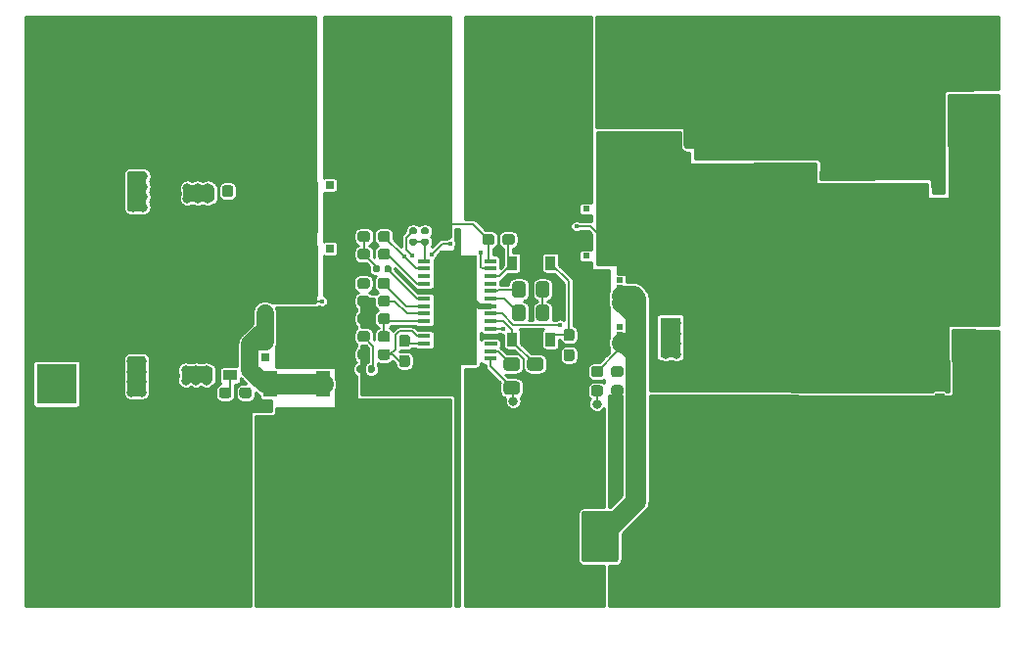
<source format=gtl>
%TF.GenerationSoftware,KiCad,Pcbnew,(5.1.6)-1*%
%TF.CreationDate,2021-10-31T23:30:24+01:00*%
%TF.ProjectId,LiPo_12_Driver,4c69506f-5f31-4325-9f44-72697665722e,rev?*%
%TF.SameCoordinates,Original*%
%TF.FileFunction,Copper,L1,Top*%
%TF.FilePolarity,Positive*%
%FSLAX46Y46*%
G04 Gerber Fmt 4.6, Leading zero omitted, Abs format (unit mm)*
G04 Created by KiCad (PCBNEW (5.1.6)-1) date 2021-10-31 23:30:24*
%MOMM*%
%LPD*%
G01*
G04 APERTURE LIST*
%TA.AperFunction,ComponentPad*%
%ADD10R,3.500000X3.500000*%
%TD*%
%TA.AperFunction,SMDPad,CuDef*%
%ADD11R,1.200000X0.900000*%
%TD*%
%TA.AperFunction,SMDPad,CuDef*%
%ADD12R,0.900000X1.200000*%
%TD*%
%TA.AperFunction,SMDPad,CuDef*%
%ADD13R,5.800000X6.400000*%
%TD*%
%TA.AperFunction,SMDPad,CuDef*%
%ADD14R,1.200000X2.200000*%
%TD*%
%TA.AperFunction,SMDPad,CuDef*%
%ADD15R,1.800000X3.500000*%
%TD*%
%TA.AperFunction,SMDPad,CuDef*%
%ADD16R,3.825000X12.320000*%
%TD*%
%TA.AperFunction,SMDPad,CuDef*%
%ADD17R,4.350000X4.510000*%
%TD*%
%TA.AperFunction,SMDPad,CuDef*%
%ADD18R,0.700000X0.700000*%
%TD*%
%TA.AperFunction,SMDPad,CuDef*%
%ADD19R,0.950000X1.230000*%
%TD*%
%TA.AperFunction,SMDPad,CuDef*%
%ADD20R,0.630000X0.500000*%
%TD*%
%TA.AperFunction,SMDPad,CuDef*%
%ADD21R,1.100000X0.400000*%
%TD*%
%TA.AperFunction,SMDPad,CuDef*%
%ADD22R,3.400000X9.500000*%
%TD*%
%TA.AperFunction,ViaPad*%
%ADD23C,0.600000*%
%TD*%
%TA.AperFunction,ViaPad*%
%ADD24C,0.400000*%
%TD*%
%TA.AperFunction,ViaPad*%
%ADD25C,0.800000*%
%TD*%
%TA.AperFunction,Conductor*%
%ADD26C,0.200000*%
%TD*%
%TA.AperFunction,Conductor*%
%ADD27C,0.500000*%
%TD*%
%TA.AperFunction,Conductor*%
%ADD28C,0.127000*%
%TD*%
%TA.AperFunction,Conductor*%
%ADD29C,1.750000*%
%TD*%
%TA.AperFunction,Conductor*%
%ADD30C,0.750000*%
%TD*%
%TA.AperFunction,Conductor*%
%ADD31C,1.500000*%
%TD*%
%TA.AperFunction,Conductor*%
%ADD32C,0.254000*%
%TD*%
G04 APERTURE END LIST*
D10*
%TO.P,J2,1*%
%TO.N,GND*%
X101498400Y-106734000D03*
%TD*%
%TO.P,J3,1*%
%TO.N,+VDC*%
X101498400Y-95504000D03*
%TD*%
%TO.P,J4,1*%
%TO.N,GND*%
X180975000Y-108966000D03*
%TD*%
%TO.P,J1,1*%
%TO.N,VOSNS*%
X180911500Y-92265500D03*
%TD*%
%TO.P,C5,2*%
%TO.N,GND*%
%TA.AperFunction,SMDPad,CuDef*%
G36*
G01*
X116518700Y-90582000D02*
X116043700Y-90582000D01*
G75*
G02*
X115806200Y-90344500I0J237500D01*
G01*
X115806200Y-89769500D01*
G75*
G02*
X116043700Y-89532000I237500J0D01*
G01*
X116518700Y-89532000D01*
G75*
G02*
X116756200Y-89769500I0J-237500D01*
G01*
X116756200Y-90344500D01*
G75*
G02*
X116518700Y-90582000I-237500J0D01*
G01*
G37*
%TD.AperFunction*%
%TO.P,C5,1*%
%TO.N,+VDC*%
%TA.AperFunction,SMDPad,CuDef*%
G36*
G01*
X116518700Y-92332000D02*
X116043700Y-92332000D01*
G75*
G02*
X115806200Y-92094500I0J237500D01*
G01*
X115806200Y-91519500D01*
G75*
G02*
X116043700Y-91282000I237500J0D01*
G01*
X116518700Y-91282000D01*
G75*
G02*
X116756200Y-91519500I0J-237500D01*
G01*
X116756200Y-92094500D01*
G75*
G02*
X116518700Y-92332000I-237500J0D01*
G01*
G37*
%TD.AperFunction*%
%TD*%
%TO.P,C1,1*%
%TO.N,+VDC*%
%TA.AperFunction,SMDPad,CuDef*%
G36*
G01*
X108944500Y-97223500D02*
X107844500Y-97223500D01*
G75*
G02*
X107594500Y-96973500I0J250000D01*
G01*
X107594500Y-93973500D01*
G75*
G02*
X107844500Y-93723500I250000J0D01*
G01*
X108944500Y-93723500D01*
G75*
G02*
X109194500Y-93973500I0J-250000D01*
G01*
X109194500Y-96973500D01*
G75*
G02*
X108944500Y-97223500I-250000J0D01*
G01*
G37*
%TD.AperFunction*%
%TO.P,C1,2*%
%TO.N,GND*%
%TA.AperFunction,SMDPad,CuDef*%
G36*
G01*
X108944500Y-91823500D02*
X107844500Y-91823500D01*
G75*
G02*
X107594500Y-91573500I0J250000D01*
G01*
X107594500Y-88573500D01*
G75*
G02*
X107844500Y-88323500I250000J0D01*
G01*
X108944500Y-88323500D01*
G75*
G02*
X109194500Y-88573500I0J-250000D01*
G01*
X109194500Y-91573500D01*
G75*
G02*
X108944500Y-91823500I-250000J0D01*
G01*
G37*
%TD.AperFunction*%
%TD*%
%TO.P,C2,2*%
%TO.N,GND*%
%TA.AperFunction,SMDPad,CuDef*%
G36*
G01*
X107844500Y-104328000D02*
X108944500Y-104328000D01*
G75*
G02*
X109194500Y-104578000I0J-250000D01*
G01*
X109194500Y-107578000D01*
G75*
G02*
X108944500Y-107828000I-250000J0D01*
G01*
X107844500Y-107828000D01*
G75*
G02*
X107594500Y-107578000I0J250000D01*
G01*
X107594500Y-104578000D01*
G75*
G02*
X107844500Y-104328000I250000J0D01*
G01*
G37*
%TD.AperFunction*%
%TO.P,C2,1*%
%TO.N,+VDC*%
%TA.AperFunction,SMDPad,CuDef*%
G36*
G01*
X107844500Y-98928000D02*
X108944500Y-98928000D01*
G75*
G02*
X109194500Y-99178000I0J-250000D01*
G01*
X109194500Y-102178000D01*
G75*
G02*
X108944500Y-102428000I-250000J0D01*
G01*
X107844500Y-102428000D01*
G75*
G02*
X107594500Y-102178000I0J250000D01*
G01*
X107594500Y-99178000D01*
G75*
G02*
X107844500Y-98928000I250000J0D01*
G01*
G37*
%TD.AperFunction*%
%TD*%
%TO.P,C3,2*%
%TO.N,GND*%
%TA.AperFunction,SMDPad,CuDef*%
G36*
G01*
X114867000Y-90969800D02*
X112717000Y-90969800D01*
G75*
G02*
X112467000Y-90719800I0J250000D01*
G01*
X112467000Y-89794800D01*
G75*
G02*
X112717000Y-89544800I250000J0D01*
G01*
X114867000Y-89544800D01*
G75*
G02*
X115117000Y-89794800I0J-250000D01*
G01*
X115117000Y-90719800D01*
G75*
G02*
X114867000Y-90969800I-250000J0D01*
G01*
G37*
%TD.AperFunction*%
%TO.P,C3,1*%
%TO.N,+VDC*%
%TA.AperFunction,SMDPad,CuDef*%
G36*
G01*
X114867000Y-93944800D02*
X112717000Y-93944800D01*
G75*
G02*
X112467000Y-93694800I0J250000D01*
G01*
X112467000Y-92769800D01*
G75*
G02*
X112717000Y-92519800I250000J0D01*
G01*
X114867000Y-92519800D01*
G75*
G02*
X115117000Y-92769800I0J-250000D01*
G01*
X115117000Y-93694800D01*
G75*
G02*
X114867000Y-93944800I-250000J0D01*
G01*
G37*
%TD.AperFunction*%
%TD*%
%TO.P,C4,1*%
%TO.N,+VDC*%
%TA.AperFunction,SMDPad,CuDef*%
G36*
G01*
X112564600Y-102244800D02*
X114714600Y-102244800D01*
G75*
G02*
X114964600Y-102494800I0J-250000D01*
G01*
X114964600Y-103419800D01*
G75*
G02*
X114714600Y-103669800I-250000J0D01*
G01*
X112564600Y-103669800D01*
G75*
G02*
X112314600Y-103419800I0J250000D01*
G01*
X112314600Y-102494800D01*
G75*
G02*
X112564600Y-102244800I250000J0D01*
G01*
G37*
%TD.AperFunction*%
%TO.P,C4,2*%
%TO.N,GND*%
%TA.AperFunction,SMDPad,CuDef*%
G36*
G01*
X112564600Y-105219800D02*
X114714600Y-105219800D01*
G75*
G02*
X114964600Y-105469800I0J-250000D01*
G01*
X114964600Y-106394800D01*
G75*
G02*
X114714600Y-106644800I-250000J0D01*
G01*
X112564600Y-106644800D01*
G75*
G02*
X112314600Y-106394800I0J250000D01*
G01*
X112314600Y-105469800D01*
G75*
G02*
X112564600Y-105219800I250000J0D01*
G01*
G37*
%TD.AperFunction*%
%TD*%
%TO.P,C6,2*%
%TO.N,Net-(C6-Pad2)*%
%TA.AperFunction,SMDPad,CuDef*%
G36*
G01*
X129280400Y-99805500D02*
X129280400Y-99330500D01*
G75*
G02*
X129517900Y-99093000I237500J0D01*
G01*
X130092900Y-99093000D01*
G75*
G02*
X130330400Y-99330500I0J-237500D01*
G01*
X130330400Y-99805500D01*
G75*
G02*
X130092900Y-100043000I-237500J0D01*
G01*
X129517900Y-100043000D01*
G75*
G02*
X129280400Y-99805500I0J237500D01*
G01*
G37*
%TD.AperFunction*%
%TO.P,C6,1*%
%TO.N,GND*%
%TA.AperFunction,SMDPad,CuDef*%
G36*
G01*
X127530400Y-99805500D02*
X127530400Y-99330500D01*
G75*
G02*
X127767900Y-99093000I237500J0D01*
G01*
X128342900Y-99093000D01*
G75*
G02*
X128580400Y-99330500I0J-237500D01*
G01*
X128580400Y-99805500D01*
G75*
G02*
X128342900Y-100043000I-237500J0D01*
G01*
X127767900Y-100043000D01*
G75*
G02*
X127530400Y-99805500I0J237500D01*
G01*
G37*
%TD.AperFunction*%
%TD*%
%TO.P,C7,1*%
%TO.N,GND*%
%TA.AperFunction,SMDPad,CuDef*%
G36*
G01*
X144094000Y-98101999D02*
X144094000Y-99002001D01*
G75*
G02*
X143844001Y-99252000I-249999J0D01*
G01*
X143193999Y-99252000D01*
G75*
G02*
X142944000Y-99002001I0J249999D01*
G01*
X142944000Y-98101999D01*
G75*
G02*
X143193999Y-97852000I249999J0D01*
G01*
X143844001Y-97852000D01*
G75*
G02*
X144094000Y-98101999I0J-249999D01*
G01*
G37*
%TD.AperFunction*%
%TO.P,C7,2*%
%TO.N,Net-(C7-Pad2)*%
%TA.AperFunction,SMDPad,CuDef*%
G36*
G01*
X142044000Y-98101999D02*
X142044000Y-99002001D01*
G75*
G02*
X141794001Y-99252000I-249999J0D01*
G01*
X141143999Y-99252000D01*
G75*
G02*
X140894000Y-99002001I0J249999D01*
G01*
X140894000Y-98101999D01*
G75*
G02*
X141143999Y-97852000I249999J0D01*
G01*
X141794001Y-97852000D01*
G75*
G02*
X142044000Y-98101999I0J-249999D01*
G01*
G37*
%TD.AperFunction*%
%TD*%
%TO.P,C8,2*%
%TO.N,Net-(C8-Pad2)*%
%TA.AperFunction,SMDPad,CuDef*%
G36*
G01*
X142044000Y-100133999D02*
X142044000Y-101034001D01*
G75*
G02*
X141794001Y-101284000I-249999J0D01*
G01*
X141143999Y-101284000D01*
G75*
G02*
X140894000Y-101034001I0J249999D01*
G01*
X140894000Y-100133999D01*
G75*
G02*
X141143999Y-99884000I249999J0D01*
G01*
X141794001Y-99884000D01*
G75*
G02*
X142044000Y-100133999I0J-249999D01*
G01*
G37*
%TD.AperFunction*%
%TO.P,C8,1*%
%TO.N,GND*%
%TA.AperFunction,SMDPad,CuDef*%
G36*
G01*
X144094000Y-100133999D02*
X144094000Y-101034001D01*
G75*
G02*
X143844001Y-101284000I-249999J0D01*
G01*
X143193999Y-101284000D01*
G75*
G02*
X142944000Y-101034001I0J249999D01*
G01*
X142944000Y-100133999D01*
G75*
G02*
X143193999Y-99884000I249999J0D01*
G01*
X143844001Y-99884000D01*
G75*
G02*
X144094000Y-100133999I0J-249999D01*
G01*
G37*
%TD.AperFunction*%
%TD*%
%TO.P,C9,1*%
%TO.N,GND*%
%TA.AperFunction,SMDPad,CuDef*%
G36*
G01*
X127530400Y-101329500D02*
X127530400Y-100854500D01*
G75*
G02*
X127767900Y-100617000I237500J0D01*
G01*
X128342900Y-100617000D01*
G75*
G02*
X128580400Y-100854500I0J-237500D01*
G01*
X128580400Y-101329500D01*
G75*
G02*
X128342900Y-101567000I-237500J0D01*
G01*
X127767900Y-101567000D01*
G75*
G02*
X127530400Y-101329500I0J237500D01*
G01*
G37*
%TD.AperFunction*%
%TO.P,C9,2*%
%TO.N,Net-(C11-Pad2)*%
%TA.AperFunction,SMDPad,CuDef*%
G36*
G01*
X129280400Y-101329500D02*
X129280400Y-100854500D01*
G75*
G02*
X129517900Y-100617000I237500J0D01*
G01*
X130092900Y-100617000D01*
G75*
G02*
X130330400Y-100854500I0J-237500D01*
G01*
X130330400Y-101329500D01*
G75*
G02*
X130092900Y-101567000I-237500J0D01*
G01*
X129517900Y-101567000D01*
G75*
G02*
X129280400Y-101329500I0J237500D01*
G01*
G37*
%TD.AperFunction*%
%TD*%
%TO.P,C10,2*%
%TO.N,Net-(C10-Pad2)*%
%TA.AperFunction,SMDPad,CuDef*%
G36*
G01*
X129269000Y-98281500D02*
X129269000Y-97806500D01*
G75*
G02*
X129506500Y-97569000I237500J0D01*
G01*
X130081500Y-97569000D01*
G75*
G02*
X130319000Y-97806500I0J-237500D01*
G01*
X130319000Y-98281500D01*
G75*
G02*
X130081500Y-98519000I-237500J0D01*
G01*
X129506500Y-98519000D01*
G75*
G02*
X129269000Y-98281500I0J237500D01*
G01*
G37*
%TD.AperFunction*%
%TO.P,C10,1*%
%TO.N,GND*%
%TA.AperFunction,SMDPad,CuDef*%
G36*
G01*
X127519000Y-98281500D02*
X127519000Y-97806500D01*
G75*
G02*
X127756500Y-97569000I237500J0D01*
G01*
X128331500Y-97569000D01*
G75*
G02*
X128569000Y-97806500I0J-237500D01*
G01*
X128569000Y-98281500D01*
G75*
G02*
X128331500Y-98519000I-237500J0D01*
G01*
X127756500Y-98519000D01*
G75*
G02*
X127519000Y-98281500I0J237500D01*
G01*
G37*
%TD.AperFunction*%
%TD*%
%TO.P,C11,1*%
%TO.N,Net-(C11-Pad1)*%
%TA.AperFunction,SMDPad,CuDef*%
G36*
G01*
X127530400Y-102875801D02*
X127530400Y-102400801D01*
G75*
G02*
X127767900Y-102163301I237500J0D01*
G01*
X128342900Y-102163301D01*
G75*
G02*
X128580400Y-102400801I0J-237500D01*
G01*
X128580400Y-102875801D01*
G75*
G02*
X128342900Y-103113301I-237500J0D01*
G01*
X127767900Y-103113301D01*
G75*
G02*
X127530400Y-102875801I0J237500D01*
G01*
G37*
%TD.AperFunction*%
%TO.P,C11,2*%
%TO.N,Net-(C11-Pad2)*%
%TA.AperFunction,SMDPad,CuDef*%
G36*
G01*
X129280400Y-102875801D02*
X129280400Y-102400801D01*
G75*
G02*
X129517900Y-102163301I237500J0D01*
G01*
X130092900Y-102163301D01*
G75*
G02*
X130330400Y-102400801I0J-237500D01*
G01*
X130330400Y-102875801D01*
G75*
G02*
X130092900Y-103113301I-237500J0D01*
G01*
X129517900Y-103113301D01*
G75*
G02*
X129280400Y-102875801I0J237500D01*
G01*
G37*
%TD.AperFunction*%
%TD*%
%TO.P,C12,1*%
%TO.N,GND*%
%TA.AperFunction,SMDPad,CuDef*%
G36*
G01*
X127530400Y-94217500D02*
X127530400Y-93742500D01*
G75*
G02*
X127767900Y-93505000I237500J0D01*
G01*
X128342900Y-93505000D01*
G75*
G02*
X128580400Y-93742500I0J-237500D01*
G01*
X128580400Y-94217500D01*
G75*
G02*
X128342900Y-94455000I-237500J0D01*
G01*
X127767900Y-94455000D01*
G75*
G02*
X127530400Y-94217500I0J237500D01*
G01*
G37*
%TD.AperFunction*%
%TO.P,C12,2*%
%TO.N,Net-(C12-Pad2)*%
%TA.AperFunction,SMDPad,CuDef*%
G36*
G01*
X129280400Y-94217500D02*
X129280400Y-93742500D01*
G75*
G02*
X129517900Y-93505000I237500J0D01*
G01*
X130092900Y-93505000D01*
G75*
G02*
X130330400Y-93742500I0J-237500D01*
G01*
X130330400Y-94217500D01*
G75*
G02*
X130092900Y-94455000I-237500J0D01*
G01*
X129517900Y-94455000D01*
G75*
G02*
X129280400Y-94217500I0J237500D01*
G01*
G37*
%TD.AperFunction*%
%TD*%
%TO.P,C13,1*%
%TO.N,Net-(C13-Pad1)*%
%TA.AperFunction,SMDPad,CuDef*%
G36*
G01*
X138300000Y-94471500D02*
X138300000Y-93996500D01*
G75*
G02*
X138537500Y-93759000I237500J0D01*
G01*
X139112500Y-93759000D01*
G75*
G02*
X139350000Y-93996500I0J-237500D01*
G01*
X139350000Y-94471500D01*
G75*
G02*
X139112500Y-94709000I-237500J0D01*
G01*
X138537500Y-94709000D01*
G75*
G02*
X138300000Y-94471500I0J237500D01*
G01*
G37*
%TD.AperFunction*%
%TO.P,C13,2*%
%TO.N,Net-(C13-Pad2)*%
%TA.AperFunction,SMDPad,CuDef*%
G36*
G01*
X140050000Y-94471500D02*
X140050000Y-93996500D01*
G75*
G02*
X140287500Y-93759000I237500J0D01*
G01*
X140862500Y-93759000D01*
G75*
G02*
X141100000Y-93996500I0J-237500D01*
G01*
X141100000Y-94471500D01*
G75*
G02*
X140862500Y-94709000I-237500J0D01*
G01*
X140287500Y-94709000D01*
G75*
G02*
X140050000Y-94471500I0J237500D01*
G01*
G37*
%TD.AperFunction*%
%TD*%
%TO.P,C14,1*%
%TO.N,Net-(C14-Pad1)*%
%TA.AperFunction,SMDPad,CuDef*%
G36*
G01*
X141293001Y-107645000D02*
X140392999Y-107645000D01*
G75*
G02*
X140143000Y-107395001I0J249999D01*
G01*
X140143000Y-106744999D01*
G75*
G02*
X140392999Y-106495000I249999J0D01*
G01*
X141293001Y-106495000D01*
G75*
G02*
X141543000Y-106744999I0J-249999D01*
G01*
X141543000Y-107395001D01*
G75*
G02*
X141293001Y-107645000I-249999J0D01*
G01*
G37*
%TD.AperFunction*%
%TO.P,C14,2*%
%TO.N,Net-(C14-Pad2)*%
%TA.AperFunction,SMDPad,CuDef*%
G36*
G01*
X141293001Y-105595000D02*
X140392999Y-105595000D01*
G75*
G02*
X140143000Y-105345001I0J249999D01*
G01*
X140143000Y-104694999D01*
G75*
G02*
X140392999Y-104445000I249999J0D01*
G01*
X141293001Y-104445000D01*
G75*
G02*
X141543000Y-104694999I0J-249999D01*
G01*
X141543000Y-105345001D01*
G75*
G02*
X141293001Y-105595000I-249999J0D01*
G01*
G37*
%TD.AperFunction*%
%TD*%
%TO.P,C15,2*%
%TO.N,SW2*%
%TA.AperFunction,SMDPad,CuDef*%
G36*
G01*
X142424999Y-106495000D02*
X143325001Y-106495000D01*
G75*
G02*
X143575000Y-106744999I0J-249999D01*
G01*
X143575000Y-107395001D01*
G75*
G02*
X143325001Y-107645000I-249999J0D01*
G01*
X142424999Y-107645000D01*
G75*
G02*
X142175000Y-107395001I0J249999D01*
G01*
X142175000Y-106744999D01*
G75*
G02*
X142424999Y-106495000I249999J0D01*
G01*
G37*
%TD.AperFunction*%
%TO.P,C15,1*%
%TO.N,BOOT2*%
%TA.AperFunction,SMDPad,CuDef*%
G36*
G01*
X142424999Y-104445000D02*
X143325001Y-104445000D01*
G75*
G02*
X143575000Y-104694999I0J-249999D01*
G01*
X143575000Y-105345001D01*
G75*
G02*
X143325001Y-105595000I-249999J0D01*
G01*
X142424999Y-105595000D01*
G75*
G02*
X142175000Y-105345001I0J249999D01*
G01*
X142175000Y-104694999D01*
G75*
G02*
X142424999Y-104445000I249999J0D01*
G01*
G37*
%TD.AperFunction*%
%TD*%
%TO.P,C16,1*%
%TO.N,VOSNS*%
%TA.AperFunction,SMDPad,CuDef*%
G36*
G01*
X157077500Y-91989500D02*
X155977500Y-91989500D01*
G75*
G02*
X155727500Y-91739500I0J250000D01*
G01*
X155727500Y-88739500D01*
G75*
G02*
X155977500Y-88489500I250000J0D01*
G01*
X157077500Y-88489500D01*
G75*
G02*
X157327500Y-88739500I0J-250000D01*
G01*
X157327500Y-91739500D01*
G75*
G02*
X157077500Y-91989500I-250000J0D01*
G01*
G37*
%TD.AperFunction*%
%TO.P,C16,2*%
%TO.N,GND*%
%TA.AperFunction,SMDPad,CuDef*%
G36*
G01*
X157077500Y-86389500D02*
X155977500Y-86389500D01*
G75*
G02*
X155727500Y-86139500I0J250000D01*
G01*
X155727500Y-83139500D01*
G75*
G02*
X155977500Y-82889500I250000J0D01*
G01*
X157077500Y-82889500D01*
G75*
G02*
X157327500Y-83139500I0J-250000D01*
G01*
X157327500Y-86139500D01*
G75*
G02*
X157077500Y-86389500I-250000J0D01*
G01*
G37*
%TD.AperFunction*%
%TD*%
%TO.P,C17,2*%
%TO.N,GND*%
%TA.AperFunction,SMDPad,CuDef*%
G36*
G01*
X159597000Y-108111000D02*
X160697000Y-108111000D01*
G75*
G02*
X160947000Y-108361000I0J-250000D01*
G01*
X160947000Y-111361000D01*
G75*
G02*
X160697000Y-111611000I-250000J0D01*
G01*
X159597000Y-111611000D01*
G75*
G02*
X159347000Y-111361000I0J250000D01*
G01*
X159347000Y-108361000D01*
G75*
G02*
X159597000Y-108111000I250000J0D01*
G01*
G37*
%TD.AperFunction*%
%TO.P,C17,1*%
%TO.N,VOSNS*%
%TA.AperFunction,SMDPad,CuDef*%
G36*
G01*
X159597000Y-102511000D02*
X160697000Y-102511000D01*
G75*
G02*
X160947000Y-102761000I0J-250000D01*
G01*
X160947000Y-105761000D01*
G75*
G02*
X160697000Y-106011000I-250000J0D01*
G01*
X159597000Y-106011000D01*
G75*
G02*
X159347000Y-105761000I0J250000D01*
G01*
X159347000Y-102761000D01*
G75*
G02*
X159597000Y-102511000I250000J0D01*
G01*
G37*
%TD.AperFunction*%
%TD*%
%TO.P,C18,1*%
%TO.N,VOSNS*%
%TA.AperFunction,SMDPad,CuDef*%
G36*
G01*
X164253000Y-91989500D02*
X163153000Y-91989500D01*
G75*
G02*
X162903000Y-91739500I0J250000D01*
G01*
X162903000Y-88739500D01*
G75*
G02*
X163153000Y-88489500I250000J0D01*
G01*
X164253000Y-88489500D01*
G75*
G02*
X164503000Y-88739500I0J-250000D01*
G01*
X164503000Y-91739500D01*
G75*
G02*
X164253000Y-91989500I-250000J0D01*
G01*
G37*
%TD.AperFunction*%
%TO.P,C18,2*%
%TO.N,GND*%
%TA.AperFunction,SMDPad,CuDef*%
G36*
G01*
X164253000Y-86389500D02*
X163153000Y-86389500D01*
G75*
G02*
X162903000Y-86139500I0J250000D01*
G01*
X162903000Y-83139500D01*
G75*
G02*
X163153000Y-82889500I250000J0D01*
G01*
X164253000Y-82889500D01*
G75*
G02*
X164503000Y-83139500I0J-250000D01*
G01*
X164503000Y-86139500D01*
G75*
G02*
X164253000Y-86389500I-250000J0D01*
G01*
G37*
%TD.AperFunction*%
%TD*%
%TO.P,C19,1*%
%TO.N,VOSNS*%
%TA.AperFunction,SMDPad,CuDef*%
G36*
G01*
X164533000Y-105750000D02*
X166683000Y-105750000D01*
G75*
G02*
X166933000Y-106000000I0J-250000D01*
G01*
X166933000Y-106925000D01*
G75*
G02*
X166683000Y-107175000I-250000J0D01*
G01*
X164533000Y-107175000D01*
G75*
G02*
X164283000Y-106925000I0J250000D01*
G01*
X164283000Y-106000000D01*
G75*
G02*
X164533000Y-105750000I250000J0D01*
G01*
G37*
%TD.AperFunction*%
%TO.P,C19,2*%
%TO.N,GND*%
%TA.AperFunction,SMDPad,CuDef*%
G36*
G01*
X164533000Y-108725000D02*
X166683000Y-108725000D01*
G75*
G02*
X166933000Y-108975000I0J-250000D01*
G01*
X166933000Y-109900000D01*
G75*
G02*
X166683000Y-110150000I-250000J0D01*
G01*
X164533000Y-110150000D01*
G75*
G02*
X164283000Y-109900000I0J250000D01*
G01*
X164283000Y-108975000D01*
G75*
G02*
X164533000Y-108725000I250000J0D01*
G01*
G37*
%TD.AperFunction*%
%TD*%
%TO.P,C20,1*%
%TO.N,VOSNS*%
%TA.AperFunction,SMDPad,CuDef*%
G36*
G01*
X167835000Y-105750000D02*
X169985000Y-105750000D01*
G75*
G02*
X170235000Y-106000000I0J-250000D01*
G01*
X170235000Y-106925000D01*
G75*
G02*
X169985000Y-107175000I-250000J0D01*
G01*
X167835000Y-107175000D01*
G75*
G02*
X167585000Y-106925000I0J250000D01*
G01*
X167585000Y-106000000D01*
G75*
G02*
X167835000Y-105750000I250000J0D01*
G01*
G37*
%TD.AperFunction*%
%TO.P,C20,2*%
%TO.N,GND*%
%TA.AperFunction,SMDPad,CuDef*%
G36*
G01*
X167835000Y-108725000D02*
X169985000Y-108725000D01*
G75*
G02*
X170235000Y-108975000I0J-250000D01*
G01*
X170235000Y-109900000D01*
G75*
G02*
X169985000Y-110150000I-250000J0D01*
G01*
X167835000Y-110150000D01*
G75*
G02*
X167585000Y-109900000I0J250000D01*
G01*
X167585000Y-108975000D01*
G75*
G02*
X167835000Y-108725000I250000J0D01*
G01*
G37*
%TD.AperFunction*%
%TD*%
%TO.P,C21,2*%
%TO.N,GND*%
%TA.AperFunction,SMDPad,CuDef*%
G36*
G01*
X171137000Y-108725000D02*
X173287000Y-108725000D01*
G75*
G02*
X173537000Y-108975000I0J-250000D01*
G01*
X173537000Y-109900000D01*
G75*
G02*
X173287000Y-110150000I-250000J0D01*
G01*
X171137000Y-110150000D01*
G75*
G02*
X170887000Y-109900000I0J250000D01*
G01*
X170887000Y-108975000D01*
G75*
G02*
X171137000Y-108725000I250000J0D01*
G01*
G37*
%TD.AperFunction*%
%TO.P,C21,1*%
%TO.N,VOSNS*%
%TA.AperFunction,SMDPad,CuDef*%
G36*
G01*
X171137000Y-105750000D02*
X173287000Y-105750000D01*
G75*
G02*
X173537000Y-106000000I0J-250000D01*
G01*
X173537000Y-106925000D01*
G75*
G02*
X173287000Y-107175000I-250000J0D01*
G01*
X171137000Y-107175000D01*
G75*
G02*
X170887000Y-106925000I0J250000D01*
G01*
X170887000Y-106000000D01*
G75*
G02*
X171137000Y-105750000I250000J0D01*
G01*
G37*
%TD.AperFunction*%
%TD*%
%TO.P,C22,2*%
%TO.N,GND*%
%TA.AperFunction,SMDPad,CuDef*%
G36*
G01*
X178037500Y-90201000D02*
X177562500Y-90201000D01*
G75*
G02*
X177325000Y-89963500I0J237500D01*
G01*
X177325000Y-89388500D01*
G75*
G02*
X177562500Y-89151000I237500J0D01*
G01*
X178037500Y-89151000D01*
G75*
G02*
X178275000Y-89388500I0J-237500D01*
G01*
X178275000Y-89963500D01*
G75*
G02*
X178037500Y-90201000I-237500J0D01*
G01*
G37*
%TD.AperFunction*%
%TO.P,C22,1*%
%TO.N,VOSNS*%
%TA.AperFunction,SMDPad,CuDef*%
G36*
G01*
X178037500Y-91951000D02*
X177562500Y-91951000D01*
G75*
G02*
X177325000Y-91713500I0J237500D01*
G01*
X177325000Y-91138500D01*
G75*
G02*
X177562500Y-90901000I237500J0D01*
G01*
X178037500Y-90901000D01*
G75*
G02*
X178275000Y-91138500I0J-237500D01*
G01*
X178275000Y-91713500D01*
G75*
G02*
X178037500Y-91951000I-237500J0D01*
G01*
G37*
%TD.AperFunction*%
%TD*%
%TO.P,C23,1*%
%TO.N,VOSNS*%
%TA.AperFunction,SMDPad,CuDef*%
G36*
G01*
X177626000Y-105788000D02*
X178101000Y-105788000D01*
G75*
G02*
X178338500Y-106025500I0J-237500D01*
G01*
X178338500Y-106600500D01*
G75*
G02*
X178101000Y-106838000I-237500J0D01*
G01*
X177626000Y-106838000D01*
G75*
G02*
X177388500Y-106600500I0J237500D01*
G01*
X177388500Y-106025500D01*
G75*
G02*
X177626000Y-105788000I237500J0D01*
G01*
G37*
%TD.AperFunction*%
%TO.P,C23,2*%
%TO.N,GND*%
%TA.AperFunction,SMDPad,CuDef*%
G36*
G01*
X177626000Y-107538000D02*
X178101000Y-107538000D01*
G75*
G02*
X178338500Y-107775500I0J-237500D01*
G01*
X178338500Y-108350500D01*
G75*
G02*
X178101000Y-108588000I-237500J0D01*
G01*
X177626000Y-108588000D01*
G75*
G02*
X177388500Y-108350500I0J237500D01*
G01*
X177388500Y-107775500D01*
G75*
G02*
X177626000Y-107538000I237500J0D01*
G01*
G37*
%TD.AperFunction*%
%TD*%
%TO.P,C24,2*%
%TO.N,GND*%
%TA.AperFunction,SMDPad,CuDef*%
G36*
G01*
X169985000Y-89014000D02*
X167835000Y-89014000D01*
G75*
G02*
X167585000Y-88764000I0J250000D01*
G01*
X167585000Y-87839000D01*
G75*
G02*
X167835000Y-87589000I250000J0D01*
G01*
X169985000Y-87589000D01*
G75*
G02*
X170235000Y-87839000I0J-250000D01*
G01*
X170235000Y-88764000D01*
G75*
G02*
X169985000Y-89014000I-250000J0D01*
G01*
G37*
%TD.AperFunction*%
%TO.P,C24,1*%
%TO.N,VOSNS*%
%TA.AperFunction,SMDPad,CuDef*%
G36*
G01*
X169985000Y-91989000D02*
X167835000Y-91989000D01*
G75*
G02*
X167585000Y-91739000I0J250000D01*
G01*
X167585000Y-90814000D01*
G75*
G02*
X167835000Y-90564000I250000J0D01*
G01*
X169985000Y-90564000D01*
G75*
G02*
X170235000Y-90814000I0J-250000D01*
G01*
X170235000Y-91739000D01*
G75*
G02*
X169985000Y-91989000I-250000J0D01*
G01*
G37*
%TD.AperFunction*%
%TD*%
%TO.P,C25,1*%
%TO.N,VOSNS*%
%TA.AperFunction,SMDPad,CuDef*%
G36*
G01*
X173223500Y-91989000D02*
X171073500Y-91989000D01*
G75*
G02*
X170823500Y-91739000I0J250000D01*
G01*
X170823500Y-90814000D01*
G75*
G02*
X171073500Y-90564000I250000J0D01*
G01*
X173223500Y-90564000D01*
G75*
G02*
X173473500Y-90814000I0J-250000D01*
G01*
X173473500Y-91739000D01*
G75*
G02*
X173223500Y-91989000I-250000J0D01*
G01*
G37*
%TD.AperFunction*%
%TO.P,C25,2*%
%TO.N,GND*%
%TA.AperFunction,SMDPad,CuDef*%
G36*
G01*
X173223500Y-89014000D02*
X171073500Y-89014000D01*
G75*
G02*
X170823500Y-88764000I0J250000D01*
G01*
X170823500Y-87839000D01*
G75*
G02*
X171073500Y-87589000I250000J0D01*
G01*
X173223500Y-87589000D01*
G75*
G02*
X173473500Y-87839000I0J-250000D01*
G01*
X173473500Y-88764000D01*
G75*
G02*
X173223500Y-89014000I-250000J0D01*
G01*
G37*
%TD.AperFunction*%
%TD*%
%TO.P,C26,2*%
%TO.N,GND*%
%TA.AperFunction,SMDPad,CuDef*%
G36*
G01*
X174375500Y-108725000D02*
X176525500Y-108725000D01*
G75*
G02*
X176775500Y-108975000I0J-250000D01*
G01*
X176775500Y-109900000D01*
G75*
G02*
X176525500Y-110150000I-250000J0D01*
G01*
X174375500Y-110150000D01*
G75*
G02*
X174125500Y-109900000I0J250000D01*
G01*
X174125500Y-108975000D01*
G75*
G02*
X174375500Y-108725000I250000J0D01*
G01*
G37*
%TD.AperFunction*%
%TO.P,C26,1*%
%TO.N,VOSNS*%
%TA.AperFunction,SMDPad,CuDef*%
G36*
G01*
X174375500Y-105750000D02*
X176525500Y-105750000D01*
G75*
G02*
X176775500Y-106000000I0J-250000D01*
G01*
X176775500Y-106925000D01*
G75*
G02*
X176525500Y-107175000I-250000J0D01*
G01*
X174375500Y-107175000D01*
G75*
G02*
X174125500Y-106925000I0J250000D01*
G01*
X174125500Y-106000000D01*
G75*
G02*
X174375500Y-105750000I250000J0D01*
G01*
G37*
%TD.AperFunction*%
%TD*%
%TO.P,C27,1*%
%TO.N,VOSNS*%
%TA.AperFunction,SMDPad,CuDef*%
G36*
G01*
X176462000Y-91989000D02*
X174312000Y-91989000D01*
G75*
G02*
X174062000Y-91739000I0J250000D01*
G01*
X174062000Y-90814000D01*
G75*
G02*
X174312000Y-90564000I250000J0D01*
G01*
X176462000Y-90564000D01*
G75*
G02*
X176712000Y-90814000I0J-250000D01*
G01*
X176712000Y-91739000D01*
G75*
G02*
X176462000Y-91989000I-250000J0D01*
G01*
G37*
%TD.AperFunction*%
%TO.P,C27,2*%
%TO.N,GND*%
%TA.AperFunction,SMDPad,CuDef*%
G36*
G01*
X176462000Y-89014000D02*
X174312000Y-89014000D01*
G75*
G02*
X174062000Y-88764000I0J250000D01*
G01*
X174062000Y-87839000D01*
G75*
G02*
X174312000Y-87589000I250000J0D01*
G01*
X176462000Y-87589000D01*
G75*
G02*
X176712000Y-87839000I0J-250000D01*
G01*
X176712000Y-88764000D01*
G75*
G02*
X176462000Y-89014000I-250000J0D01*
G01*
G37*
%TD.AperFunction*%
%TD*%
D11*
%TO.P,D1,2*%
%TO.N,+VDC*%
X116484400Y-102693200D03*
%TO.P,D1,1*%
%TO.N,Net-(D1-Pad1)*%
X116484400Y-105993200D03*
%TD*%
D12*
%TO.P,D2,1*%
%TO.N,Net-(C13-Pad2)*%
X140894800Y-96266000D03*
%TO.P,D2,2*%
%TO.N,PGOOD*%
X144194800Y-96266000D03*
%TD*%
D13*
%TO.P,D3,1*%
%TO.N,Net-(C13-Pad1)*%
X122237500Y-113034500D03*
D14*
%TO.P,D3,2*%
%TO.N,Net-(D3-Pad2)*%
X119957500Y-106734500D03*
X124517500Y-106734500D03*
%TD*%
D15*
%TO.P,D4,1*%
%TO.N,VOSNS*%
X154559000Y-97703000D03*
%TO.P,D4,2*%
%TO.N,SW2*%
X154559000Y-102703000D03*
%TD*%
D12*
%TO.P,D5,1*%
%TO.N,BOOT2*%
X140894800Y-102870000D03*
%TO.P,D5,2*%
%TO.N,PGOOD*%
X144194800Y-102870000D03*
%TD*%
D16*
%TO.P,L1,1*%
%TO.N,Net-(C13-Pad1)*%
X128072300Y-84074000D03*
%TO.P,L1,2*%
%TO.N,SW2*%
X144317300Y-84074000D03*
%TD*%
%TO.P,L2,2*%
%TO.N,SW2*%
X144317300Y-116840000D03*
%TO.P,L2,1*%
%TO.N,Net-(C13-Pad1)*%
X128072300Y-116840000D03*
%TD*%
%TO.P,R1,2*%
%TO.N,GND*%
%TA.AperFunction,SMDPad,CuDef*%
G36*
G01*
X129451600Y-96601500D02*
X129451600Y-96946500D01*
G75*
G02*
X129304100Y-97094000I-147500J0D01*
G01*
X129009100Y-97094000D01*
G75*
G02*
X128861600Y-96946500I0J147500D01*
G01*
X128861600Y-96601500D01*
G75*
G02*
X129009100Y-96454000I147500J0D01*
G01*
X129304100Y-96454000D01*
G75*
G02*
X129451600Y-96601500I0J-147500D01*
G01*
G37*
%TD.AperFunction*%
%TO.P,R1,1*%
%TO.N,Net-(R1-Pad1)*%
%TA.AperFunction,SMDPad,CuDef*%
G36*
G01*
X130421600Y-96601500D02*
X130421600Y-96946500D01*
G75*
G02*
X130274100Y-97094000I-147500J0D01*
G01*
X129979100Y-97094000D01*
G75*
G02*
X129831600Y-96946500I0J147500D01*
G01*
X129831600Y-96601500D01*
G75*
G02*
X129979100Y-96454000I147500J0D01*
G01*
X130274100Y-96454000D01*
G75*
G02*
X130421600Y-96601500I0J-147500D01*
G01*
G37*
%TD.AperFunction*%
%TD*%
%TO.P,R2,1*%
%TO.N,+VDC*%
%TA.AperFunction,SMDPad,CuDef*%
G36*
G01*
X132161500Y-93200000D02*
X132506500Y-93200000D01*
G75*
G02*
X132654000Y-93347500I0J-147500D01*
G01*
X132654000Y-93642500D01*
G75*
G02*
X132506500Y-93790000I-147500J0D01*
G01*
X132161500Y-93790000D01*
G75*
G02*
X132014000Y-93642500I0J147500D01*
G01*
X132014000Y-93347500D01*
G75*
G02*
X132161500Y-93200000I147500J0D01*
G01*
G37*
%TD.AperFunction*%
%TO.P,R2,2*%
%TO.N,Net-(R2-Pad2)*%
%TA.AperFunction,SMDPad,CuDef*%
G36*
G01*
X132161500Y-94170000D02*
X132506500Y-94170000D01*
G75*
G02*
X132654000Y-94317500I0J-147500D01*
G01*
X132654000Y-94612500D01*
G75*
G02*
X132506500Y-94760000I-147500J0D01*
G01*
X132161500Y-94760000D01*
G75*
G02*
X132014000Y-94612500I0J147500D01*
G01*
X132014000Y-94317500D01*
G75*
G02*
X132161500Y-94170000I147500J0D01*
G01*
G37*
%TD.AperFunction*%
%TD*%
%TO.P,R3,2*%
%TO.N,GND*%
%TA.AperFunction,SMDPad,CuDef*%
G36*
G01*
X133522500Y-93790000D02*
X133177500Y-93790000D01*
G75*
G02*
X133030000Y-93642500I0J147500D01*
G01*
X133030000Y-93347500D01*
G75*
G02*
X133177500Y-93200000I147500J0D01*
G01*
X133522500Y-93200000D01*
G75*
G02*
X133670000Y-93347500I0J-147500D01*
G01*
X133670000Y-93642500D01*
G75*
G02*
X133522500Y-93790000I-147500J0D01*
G01*
G37*
%TD.AperFunction*%
%TO.P,R3,1*%
%TO.N,Net-(R2-Pad2)*%
%TA.AperFunction,SMDPad,CuDef*%
G36*
G01*
X133522500Y-94760000D02*
X133177500Y-94760000D01*
G75*
G02*
X133030000Y-94612500I0J147500D01*
G01*
X133030000Y-94317500D01*
G75*
G02*
X133177500Y-94170000I147500J0D01*
G01*
X133522500Y-94170000D01*
G75*
G02*
X133670000Y-94317500I0J-147500D01*
G01*
X133670000Y-94612500D01*
G75*
G02*
X133522500Y-94760000I-147500J0D01*
G01*
G37*
%TD.AperFunction*%
%TD*%
%TO.P,R4,1*%
%TO.N,Net-(R4-Pad1)*%
%TA.AperFunction,SMDPad,CuDef*%
G36*
G01*
X146033500Y-104778000D02*
X145558500Y-104778000D01*
G75*
G02*
X145321000Y-104540500I0J237500D01*
G01*
X145321000Y-103965500D01*
G75*
G02*
X145558500Y-103728000I237500J0D01*
G01*
X146033500Y-103728000D01*
G75*
G02*
X146271000Y-103965500I0J-237500D01*
G01*
X146271000Y-104540500D01*
G75*
G02*
X146033500Y-104778000I-237500J0D01*
G01*
G37*
%TD.AperFunction*%
%TO.P,R4,2*%
%TO.N,PGOOD*%
%TA.AperFunction,SMDPad,CuDef*%
G36*
G01*
X146033500Y-103028000D02*
X145558500Y-103028000D01*
G75*
G02*
X145321000Y-102790500I0J237500D01*
G01*
X145321000Y-102215500D01*
G75*
G02*
X145558500Y-101978000I237500J0D01*
G01*
X146033500Y-101978000D01*
G75*
G02*
X146271000Y-102215500I0J-237500D01*
G01*
X146271000Y-102790500D01*
G75*
G02*
X146033500Y-103028000I-237500J0D01*
G01*
G37*
%TD.AperFunction*%
%TD*%
%TO.P,R5,2*%
%TO.N,Net-(C12-Pad2)*%
%TA.AperFunction,SMDPad,CuDef*%
G36*
G01*
X117291600Y-107730300D02*
X117291600Y-107255300D01*
G75*
G02*
X117529100Y-107017800I237500J0D01*
G01*
X118104100Y-107017800D01*
G75*
G02*
X118341600Y-107255300I0J-237500D01*
G01*
X118341600Y-107730300D01*
G75*
G02*
X118104100Y-107967800I-237500J0D01*
G01*
X117529100Y-107967800D01*
G75*
G02*
X117291600Y-107730300I0J237500D01*
G01*
G37*
%TD.AperFunction*%
%TO.P,R5,1*%
%TO.N,Net-(D1-Pad1)*%
%TA.AperFunction,SMDPad,CuDef*%
G36*
G01*
X115541600Y-107730300D02*
X115541600Y-107255300D01*
G75*
G02*
X115779100Y-107017800I237500J0D01*
G01*
X116354100Y-107017800D01*
G75*
G02*
X116591600Y-107255300I0J-237500D01*
G01*
X116591600Y-107730300D01*
G75*
G02*
X116354100Y-107967800I-237500J0D01*
G01*
X115779100Y-107967800D01*
G75*
G02*
X115541600Y-107730300I0J237500D01*
G01*
G37*
%TD.AperFunction*%
%TD*%
%TO.P,R6,1*%
%TO.N,Net-(C11-Pad1)*%
%TA.AperFunction,SMDPad,CuDef*%
G36*
G01*
X128999200Y-105288300D02*
X128999200Y-105633300D01*
G75*
G02*
X128851700Y-105780800I-147500J0D01*
G01*
X128556700Y-105780800D01*
G75*
G02*
X128409200Y-105633300I0J147500D01*
G01*
X128409200Y-105288300D01*
G75*
G02*
X128556700Y-105140800I147500J0D01*
G01*
X128851700Y-105140800D01*
G75*
G02*
X128999200Y-105288300I0J-147500D01*
G01*
G37*
%TD.AperFunction*%
%TO.P,R6,2*%
%TO.N,GND*%
%TA.AperFunction,SMDPad,CuDef*%
G36*
G01*
X128029200Y-105288300D02*
X128029200Y-105633300D01*
G75*
G02*
X127881700Y-105780800I-147500J0D01*
G01*
X127586700Y-105780800D01*
G75*
G02*
X127439200Y-105633300I0J147500D01*
G01*
X127439200Y-105288300D01*
G75*
G02*
X127586700Y-105140800I147500J0D01*
G01*
X127881700Y-105140800D01*
G75*
G02*
X128029200Y-105288300I0J-147500D01*
G01*
G37*
%TD.AperFunction*%
%TD*%
%TO.P,R7,1*%
%TO.N,Net-(R7-Pad1)*%
%TA.AperFunction,SMDPad,CuDef*%
G36*
G01*
X130330400Y-103953300D02*
X130330400Y-104428300D01*
G75*
G02*
X130092900Y-104665800I-237500J0D01*
G01*
X129517900Y-104665800D01*
G75*
G02*
X129280400Y-104428300I0J237500D01*
G01*
X129280400Y-103953300D01*
G75*
G02*
X129517900Y-103715800I237500J0D01*
G01*
X130092900Y-103715800D01*
G75*
G02*
X130330400Y-103953300I0J-237500D01*
G01*
G37*
%TD.AperFunction*%
%TO.P,R7,2*%
%TO.N,GND*%
%TA.AperFunction,SMDPad,CuDef*%
G36*
G01*
X128580400Y-103953300D02*
X128580400Y-104428300D01*
G75*
G02*
X128342900Y-104665800I-237500J0D01*
G01*
X127767900Y-104665800D01*
G75*
G02*
X127530400Y-104428300I0J237500D01*
G01*
X127530400Y-103953300D01*
G75*
G02*
X127767900Y-103715800I237500J0D01*
G01*
X128342900Y-103715800D01*
G75*
G02*
X128580400Y-103953300I0J-237500D01*
G01*
G37*
%TD.AperFunction*%
%TD*%
%TO.P,R8,2*%
%TO.N,VOSNS*%
%TA.AperFunction,SMDPad,CuDef*%
G36*
G01*
X131809500Y-103536000D02*
X131334500Y-103536000D01*
G75*
G02*
X131097000Y-103298500I0J237500D01*
G01*
X131097000Y-102723500D01*
G75*
G02*
X131334500Y-102486000I237500J0D01*
G01*
X131809500Y-102486000D01*
G75*
G02*
X132047000Y-102723500I0J-237500D01*
G01*
X132047000Y-103298500D01*
G75*
G02*
X131809500Y-103536000I-237500J0D01*
G01*
G37*
%TD.AperFunction*%
%TO.P,R8,1*%
%TO.N,Net-(R7-Pad1)*%
%TA.AperFunction,SMDPad,CuDef*%
G36*
G01*
X131809500Y-105286000D02*
X131334500Y-105286000D01*
G75*
G02*
X131097000Y-105048500I0J237500D01*
G01*
X131097000Y-104473500D01*
G75*
G02*
X131334500Y-104236000I237500J0D01*
G01*
X131809500Y-104236000D01*
G75*
G02*
X132047000Y-104473500I0J-237500D01*
G01*
X132047000Y-105048500D01*
G75*
G02*
X131809500Y-105286000I-237500J0D01*
G01*
G37*
%TD.AperFunction*%
%TD*%
%TO.P,R9,1*%
%TO.N,Net-(D3-Pad2)*%
%TA.AperFunction,SMDPad,CuDef*%
G36*
G01*
X147698000Y-105901500D02*
X147698000Y-105426500D01*
G75*
G02*
X147935500Y-105189000I237500J0D01*
G01*
X148510500Y-105189000D01*
G75*
G02*
X148748000Y-105426500I0J-237500D01*
G01*
X148748000Y-105901500D01*
G75*
G02*
X148510500Y-106139000I-237500J0D01*
G01*
X147935500Y-106139000D01*
G75*
G02*
X147698000Y-105901500I0J237500D01*
G01*
G37*
%TD.AperFunction*%
%TO.P,R9,2*%
%TO.N,Net-(C14-Pad2)*%
%TA.AperFunction,SMDPad,CuDef*%
G36*
G01*
X149448000Y-105901500D02*
X149448000Y-105426500D01*
G75*
G02*
X149685500Y-105189000I237500J0D01*
G01*
X150260500Y-105189000D01*
G75*
G02*
X150498000Y-105426500I0J-237500D01*
G01*
X150498000Y-105901500D01*
G75*
G02*
X150260500Y-106139000I-237500J0D01*
G01*
X149685500Y-106139000D01*
G75*
G02*
X149448000Y-105901500I0J237500D01*
G01*
G37*
%TD.AperFunction*%
%TD*%
%TO.P,R10,2*%
%TO.N,Net-(C14-Pad1)*%
%TA.AperFunction,SMDPad,CuDef*%
G36*
G01*
X148748000Y-107077500D02*
X148748000Y-107552500D01*
G75*
G02*
X148510500Y-107790000I-237500J0D01*
G01*
X147935500Y-107790000D01*
G75*
G02*
X147698000Y-107552500I0J237500D01*
G01*
X147698000Y-107077500D01*
G75*
G02*
X147935500Y-106840000I237500J0D01*
G01*
X148510500Y-106840000D01*
G75*
G02*
X148748000Y-107077500I0J-237500D01*
G01*
G37*
%TD.AperFunction*%
%TO.P,R10,1*%
%TO.N,GND*%
%TA.AperFunction,SMDPad,CuDef*%
G36*
G01*
X150498000Y-107077500D02*
X150498000Y-107552500D01*
G75*
G02*
X150260500Y-107790000I-237500J0D01*
G01*
X149685500Y-107790000D01*
G75*
G02*
X149448000Y-107552500I0J237500D01*
G01*
X149448000Y-107077500D01*
G75*
G02*
X149685500Y-106840000I237500J0D01*
G01*
X150260500Y-106840000D01*
G75*
G02*
X150498000Y-107077500I0J-237500D01*
G01*
G37*
%TD.AperFunction*%
%TD*%
%TO.P,R11,1*%
%TO.N,Net-(D3-Pad2)*%
%TA.AperFunction,SMDPad,CuDef*%
G36*
G01*
X146879200Y-121913800D02*
X146879200Y-117963800D01*
G75*
G02*
X147129200Y-117713800I250000J0D01*
G01*
X149829200Y-117713800D01*
G75*
G02*
X150079200Y-117963800I0J-250000D01*
G01*
X150079200Y-121913800D01*
G75*
G02*
X149829200Y-122163800I-250000J0D01*
G01*
X147129200Y-122163800D01*
G75*
G02*
X146879200Y-121913800I0J250000D01*
G01*
G37*
%TD.AperFunction*%
%TO.P,R11,2*%
%TO.N,GND*%
%TA.AperFunction,SMDPad,CuDef*%
G36*
G01*
X152079200Y-121913800D02*
X152079200Y-117963800D01*
G75*
G02*
X152329200Y-117713800I250000J0D01*
G01*
X155029200Y-117713800D01*
G75*
G02*
X155279200Y-117963800I0J-250000D01*
G01*
X155279200Y-121913800D01*
G75*
G02*
X155029200Y-122163800I-250000J0D01*
G01*
X152329200Y-122163800D01*
G75*
G02*
X152079200Y-121913800I0J250000D01*
G01*
G37*
%TD.AperFunction*%
%TD*%
%TO.P,R12,1*%
%TO.N,GND*%
%TA.AperFunction,SMDPad,CuDef*%
G36*
G01*
X127530400Y-95741500D02*
X127530400Y-95266500D01*
G75*
G02*
X127767900Y-95029000I237500J0D01*
G01*
X128342900Y-95029000D01*
G75*
G02*
X128580400Y-95266500I0J-237500D01*
G01*
X128580400Y-95741500D01*
G75*
G02*
X128342900Y-95979000I-237500J0D01*
G01*
X127767900Y-95979000D01*
G75*
G02*
X127530400Y-95741500I0J237500D01*
G01*
G37*
%TD.AperFunction*%
%TO.P,R12,2*%
%TO.N,Net-(R12-Pad2)*%
%TA.AperFunction,SMDPad,CuDef*%
G36*
G01*
X129280400Y-95741500D02*
X129280400Y-95266500D01*
G75*
G02*
X129517900Y-95029000I237500J0D01*
G01*
X130092900Y-95029000D01*
G75*
G02*
X130330400Y-95266500I0J-237500D01*
G01*
X130330400Y-95741500D01*
G75*
G02*
X130092900Y-95979000I-237500J0D01*
G01*
X129517900Y-95979000D01*
G75*
G02*
X129280400Y-95741500I0J237500D01*
G01*
G37*
%TD.AperFunction*%
%TD*%
D17*
%TO.P,Q1,3*%
%TO.N,+VDC*%
X122004000Y-96949000D03*
D18*
%TO.P,Q1,1*%
%TO.N,Net-(C13-Pad1)*%
X125134000Y-96314000D03*
X125134000Y-97584000D03*
X125134000Y-98854000D03*
%TO.P,Q1,2*%
%TO.N,Net-(Q1-Pad2)*%
X125134000Y-95044000D03*
%TO.P,Q1,3*%
%TO.N,+VDC*%
X119534000Y-95044000D03*
X119534000Y-98854000D03*
X119534000Y-97584000D03*
X119534000Y-96314000D03*
%TD*%
D17*
%TO.P,Q2,3*%
%TO.N,+VDC*%
X121971000Y-91440000D03*
D18*
%TO.P,Q2,1*%
%TO.N,Net-(C13-Pad1)*%
X125101000Y-90805000D03*
X125101000Y-92075000D03*
X125101000Y-93345000D03*
%TO.P,Q2,2*%
%TO.N,Net-(Q1-Pad2)*%
X125101000Y-89535000D03*
%TO.P,Q2,3*%
%TO.N,+VDC*%
X119501000Y-89535000D03*
X119501000Y-93345000D03*
X119501000Y-92075000D03*
X119501000Y-90805000D03*
%TD*%
%TO.P,Q3,3*%
%TO.N,Net-(C13-Pad1)*%
X125101000Y-103124000D03*
X125101000Y-101854000D03*
X125101000Y-100584000D03*
X125101000Y-104394000D03*
%TO.P,Q3,2*%
%TO.N,Net-(Q3-Pad2)*%
X119501000Y-104394000D03*
%TO.P,Q3,1*%
%TO.N,Net-(D3-Pad2)*%
X119501000Y-100584000D03*
X119501000Y-101854000D03*
X119501000Y-103124000D03*
D17*
%TO.P,Q3,3*%
%TO.N,Net-(C13-Pad1)*%
X122631000Y-102489000D03*
%TD*%
D19*
%TO.P,Q4,3*%
%TO.N,VOSNS*%
X148627000Y-90004500D03*
X148627000Y-91224500D03*
X149577000Y-90004500D03*
X149577000Y-91224500D03*
D20*
X150157000Y-89644500D03*
X150157000Y-90284500D03*
X150157000Y-90944500D03*
X150157000Y-91584500D03*
%TO.P,Q4,2*%
%TO.N,HDRV2*%
X147277000Y-91584500D03*
%TO.P,Q4,1*%
%TO.N,SW2*%
X147277000Y-90944500D03*
X147277000Y-90284500D03*
X147277000Y-89644500D03*
%TD*%
%TO.P,Q5,1*%
%TO.N,SW2*%
X147277000Y-93708500D03*
X147277000Y-94348500D03*
X147277000Y-95008500D03*
%TO.P,Q5,2*%
%TO.N,HDRV2*%
X147277000Y-95648500D03*
%TO.P,Q5,3*%
%TO.N,VOSNS*%
X150157000Y-95648500D03*
X150157000Y-95008500D03*
X150157000Y-94348500D03*
X150157000Y-93708500D03*
D19*
X149577000Y-95288500D03*
X149577000Y-94068500D03*
X148627000Y-95288500D03*
X148627000Y-94068500D03*
%TD*%
D20*
%TO.P,Q6,1*%
%TO.N,Net-(D3-Pad2)*%
X150157000Y-103776500D03*
X150157000Y-103136500D03*
X150157000Y-102476500D03*
%TO.P,Q6,2*%
%TO.N,LDRV2*%
X150157000Y-101836500D03*
%TO.P,Q6,3*%
%TO.N,SW2*%
X147277000Y-101836500D03*
X147277000Y-102476500D03*
X147277000Y-103136500D03*
X147277000Y-103776500D03*
D19*
X147857000Y-102196500D03*
X147857000Y-103416500D03*
X148807000Y-102196500D03*
X148807000Y-103416500D03*
%TD*%
%TO.P,Q7,3*%
%TO.N,SW2*%
X148807000Y-99352500D03*
X148807000Y-98132500D03*
X147857000Y-99352500D03*
X147857000Y-98132500D03*
D20*
X147277000Y-99712500D03*
X147277000Y-99072500D03*
X147277000Y-98412500D03*
X147277000Y-97772500D03*
%TO.P,Q7,2*%
%TO.N,LDRV2*%
X150157000Y-97772500D03*
%TO.P,Q7,1*%
%TO.N,Net-(D3-Pad2)*%
X150157000Y-98412500D03*
X150157000Y-99072500D03*
X150157000Y-99712500D03*
%TD*%
D21*
%TO.P,U1,1*%
%TO.N,Net-(R2-Pad2)*%
X133294000Y-96105000D03*
%TO.P,U1,2*%
%TO.N,Net-(C12-Pad2)*%
X133294000Y-96755000D03*
%TO.P,U1,3*%
%TO.N,+VDC*%
X133294000Y-97405000D03*
%TO.P,U1,4*%
%TO.N,Net-(R12-Pad2)*%
X133294000Y-98055000D03*
%TO.P,U1,5*%
%TO.N,GND*%
X133294000Y-98705000D03*
%TO.P,U1,6*%
%TO.N,Net-(R1-Pad1)*%
X133294000Y-99355000D03*
%TO.P,U1,7*%
%TO.N,Net-(C10-Pad2)*%
X133294000Y-100005000D03*
%TO.P,U1,8*%
%TO.N,Net-(C6-Pad2)*%
X133294000Y-100655000D03*
%TO.P,U1,9*%
%TO.N,Net-(C11-Pad2)*%
X133294000Y-101305000D03*
%TO.P,U1,10*%
%TO.N,GND*%
X133294000Y-101955000D03*
%TO.P,U1,11*%
%TO.N,Net-(R7-Pad1)*%
X133294000Y-102605000D03*
%TO.P,U1,12*%
%TO.N,VOSNS*%
X133294000Y-103255000D03*
%TO.P,U1,13*%
%TO.N,GND*%
X133294000Y-103905000D03*
%TO.P,U1,14*%
X133294000Y-104555000D03*
%TO.P,U1,15*%
%TO.N,Net-(C14-Pad1)*%
X138994000Y-104555000D03*
%TO.P,U1,16*%
%TO.N,Net-(C14-Pad2)*%
X138994000Y-103905000D03*
%TO.P,U1,17*%
%TO.N,Net-(R4-Pad1)*%
X138994000Y-103255000D03*
%TO.P,U1,18*%
%TO.N,SW2*%
X138994000Y-102605000D03*
%TO.P,U1,19*%
%TO.N,HDRV2*%
X138994000Y-101955000D03*
%TO.P,U1,20*%
%TO.N,BOOT2*%
X138994000Y-101305000D03*
%TO.P,U1,21*%
%TO.N,LDRV2*%
X138994000Y-100655000D03*
%TO.P,U1,22*%
%TO.N,GND*%
X138994000Y-100005000D03*
%TO.P,U1,23*%
%TO.N,Net-(C8-Pad2)*%
X138994000Y-99355000D03*
%TO.P,U1,24*%
%TO.N,Net-(C7-Pad2)*%
X138994000Y-98705000D03*
%TO.P,U1,25*%
%TO.N,Net-(Q3-Pad2)*%
X138994000Y-98055000D03*
%TO.P,U1,26*%
%TO.N,Net-(C13-Pad2)*%
X138994000Y-97405000D03*
%TO.P,U1,27*%
%TO.N,Net-(Q1-Pad2)*%
X138994000Y-96755000D03*
%TO.P,U1,28*%
%TO.N,Net-(C13-Pad1)*%
X138994000Y-96105000D03*
D22*
%TO.P,U1,29*%
%TO.N,GND*%
X136144000Y-100330000D03*
D23*
%TD*%
%TO.N,GND*%
%TO.C,U1*%
X134844000Y-95880000D03*
%TO.N,GND*%
%TO.C,U1*%
X136144000Y-95880000D03*
X137444000Y-95880000D03*
X137444000Y-97660000D03*
X136144000Y-97660000D03*
X134844000Y-97660000D03*
X137444000Y-99440000D03*
X136144000Y-99440000D03*
X134844000Y-99440000D03*
X137444000Y-101220000D03*
X136144000Y-101220000D03*
X134844000Y-101220000D03*
X137444000Y-103000000D03*
X136144000Y-103000000D03*
X134844000Y-103000000D03*
X137444000Y-104780000D03*
X136144000Y-104780000D03*
X134844000Y-104780000D03*
%TD*%
D24*
%TO.N,+VDC*%
X133223000Y-97409000D03*
X132207000Y-95631000D03*
X124460000Y-99568000D03*
%TO.N,GND*%
X133350000Y-93472000D03*
D25*
X112649000Y-106426000D03*
X113538000Y-106426000D03*
X114427000Y-106426000D03*
X114427000Y-105537000D03*
X113538000Y-105537000D03*
X112649000Y-105537000D03*
X107950000Y-105664000D03*
X107950000Y-106553000D03*
X107950000Y-107442000D03*
X108839000Y-107442000D03*
X108839000Y-106553000D03*
X108839000Y-105664000D03*
X108839000Y-104775000D03*
X107950000Y-104775000D03*
X116332000Y-90043000D03*
X112776000Y-90678000D03*
X113665000Y-90678000D03*
X114554000Y-90678000D03*
X114554000Y-89789000D03*
X113665000Y-89789000D03*
X112776000Y-89789000D03*
X108966000Y-88773000D03*
X108966000Y-89662000D03*
X108966000Y-90551000D03*
X108966000Y-91440000D03*
X108077000Y-91440000D03*
X108077000Y-90551000D03*
X108077000Y-89662000D03*
X108077000Y-88773000D03*
X143510000Y-100584000D03*
X128016000Y-93980000D03*
X128016000Y-101092000D03*
X128016000Y-99568000D03*
X128016000Y-98044000D03*
X163957000Y-85598000D03*
X182372000Y-125095000D03*
X177800000Y-125095000D03*
X172720000Y-125095000D03*
X167640000Y-125095000D03*
X162560000Y-125095000D03*
X157480000Y-125095000D03*
X157480000Y-120015000D03*
X157480000Y-114935000D03*
X153797000Y-109728000D03*
X158877000Y-109728000D03*
X163957000Y-109728000D03*
X172720000Y-114935000D03*
X177800000Y-114935000D03*
X182372000Y-114935000D03*
X182372000Y-120015000D03*
X177800000Y-120015000D03*
X172720000Y-120015000D03*
X167640000Y-120015000D03*
X162560000Y-120015000D03*
X162560000Y-114935000D03*
X167640000Y-114935000D03*
X182118000Y-75565000D03*
X177800000Y-75565000D03*
X172720000Y-75565000D03*
X167640000Y-75565000D03*
X162560000Y-75565000D03*
X157480000Y-75565000D03*
X152400000Y-75565000D03*
X152400000Y-80645000D03*
X157480000Y-80645000D03*
X162560000Y-80645000D03*
X167640000Y-80645000D03*
X172720000Y-80645000D03*
X177800000Y-80645000D03*
X182118000Y-80645000D03*
X174117000Y-85598000D03*
X169037000Y-85598000D03*
X158877000Y-85598000D03*
%TO.N,VOSNS*%
X153797000Y-85598000D03*
%TO.N,GND*%
X149987000Y-109093000D03*
D24*
%TO.N,Net-(C12-Pad2)*%
X117856000Y-107442000D03*
X131577700Y-95752300D03*
D25*
%TO.N,Net-(C14-Pad1)*%
X148209000Y-108458000D03*
X140970000Y-108209500D03*
D24*
%TO.N,Net-(C14-Pad2)*%
X140843000Y-105020000D03*
X149973000Y-105459500D03*
D25*
%TO.N,SW2*%
X147828000Y-102743000D03*
X148717000Y-102743000D03*
X148717000Y-103632000D03*
X147828000Y-103632000D03*
X147955000Y-99695000D03*
X148844000Y-99695000D03*
X148844000Y-98806000D03*
X147955000Y-98806000D03*
X147955000Y-97917000D03*
X148844000Y-97917000D03*
X154178000Y-104140000D03*
X155067000Y-104140000D03*
X155067000Y-103251000D03*
X154178000Y-103251000D03*
X154178000Y-102362000D03*
X155067000Y-102362000D03*
X155067000Y-101473000D03*
X154178000Y-101473000D03*
D24*
%TO.N,VOSNS*%
X133294000Y-103255000D03*
X133897561Y-95507500D03*
X135509000Y-94580500D03*
X146431000Y-93091000D03*
D25*
%TO.N,Net-(D3-Pad2)*%
X119957500Y-106734500D03*
X120849500Y-106734500D03*
X124517500Y-106734500D03*
X121738500Y-106734500D03*
X122627500Y-106734500D03*
X123516500Y-106734500D03*
X151573010Y-106744990D03*
X151573010Y-107760990D03*
X151573010Y-108649990D03*
X151573010Y-109538990D03*
X151573010Y-110427990D03*
X151573010Y-111316990D03*
X151573010Y-112205990D03*
D24*
%TO.N,HDRV2*%
X147320000Y-91594502D03*
X147277000Y-95658502D03*
X140089846Y-101972154D03*
%TO.N,LDRV2*%
X145034000Y-101600000D03*
X150157000Y-101826498D03*
X150157000Y-97762498D03*
%TO.N,Net-(R4-Pad1)*%
X139457500Y-103251000D03*
X145796000Y-104253000D03*
%TO.N,Net-(Q3-Pad2)*%
X119507000Y-104394000D03*
X138994000Y-98055000D03*
%TO.N,Net-(Q1-Pad2)*%
X138185264Y-95371336D03*
X125134000Y-95044000D03*
X125101000Y-89535000D03*
%TD*%
D26*
%TO.N,+VDC*%
X133294000Y-97405000D02*
X133227000Y-97405000D01*
X133227000Y-97405000D02*
X133223000Y-97409000D01*
X131713990Y-94115010D02*
X132334000Y-93495000D01*
X131713990Y-95137990D02*
X131713990Y-94115010D01*
X132207000Y-95631000D02*
X131713990Y-95137990D01*
X122004000Y-99271000D02*
X122004000Y-96949000D01*
X124460000Y-99568000D02*
X122301000Y-99568000D01*
X122301000Y-99568000D02*
X122004000Y-99271000D01*
%TO.N,GND*%
X149973000Y-107315000D02*
X149973000Y-109079000D01*
X149973000Y-109079000D02*
X149987000Y-109093000D01*
X143510000Y-98561000D02*
X143519000Y-98552000D01*
X143510000Y-100584000D02*
X143510000Y-98561000D01*
X129156600Y-96605200D02*
X128055400Y-95504000D01*
X129156600Y-96774000D02*
X129156600Y-96605200D01*
X128055400Y-94019400D02*
X128016000Y-93980000D01*
X128055400Y-95504000D02*
X128055400Y-94019400D01*
D27*
X138009000Y-100005000D02*
X137444000Y-99440000D01*
X138994000Y-100005000D02*
X138009000Y-100005000D01*
D26*
X176825000Y-108063000D02*
X177863500Y-108063000D01*
X175450500Y-109437500D02*
X176825000Y-108063000D01*
%TO.N,Net-(C6-Pad2)*%
X131839302Y-100655000D02*
X133294000Y-100655000D01*
X130752302Y-99568000D02*
X131839302Y-100655000D01*
X129805400Y-99568000D02*
X130752302Y-99568000D01*
%TO.N,Net-(C7-Pad2)*%
X139634002Y-98705000D02*
X138994000Y-98705000D01*
X139787002Y-98552000D02*
X139634002Y-98705000D01*
X141469000Y-98552000D02*
X139787002Y-98552000D01*
%TO.N,Net-(C8-Pad2)*%
X140240000Y-99355000D02*
X138994000Y-99355000D01*
X141469000Y-100584000D02*
X140240000Y-99355000D01*
%TO.N,Net-(C11-Pad2)*%
X130018400Y-101305000D02*
X133294000Y-101305000D01*
X129805400Y-101092000D02*
X130018400Y-101305000D01*
X129805400Y-102638301D02*
X129805400Y-101092000D01*
%TO.N,Net-(C10-Pad2)*%
X131755000Y-100005000D02*
X133294000Y-100005000D01*
X129794000Y-98044000D02*
X131755000Y-100005000D01*
%TO.N,Net-(C11-Pad1)*%
X128880410Y-105284590D02*
X128704200Y-105460800D01*
X128880410Y-103463311D02*
X128880410Y-105284590D01*
X128055400Y-102638301D02*
X128880410Y-103463311D01*
%TO.N,Net-(C12-Pad2)*%
X132580400Y-96755000D02*
X133294000Y-96755000D01*
X117816600Y-107492800D02*
X117816600Y-107481400D01*
X117816600Y-107481400D02*
X117856000Y-107442000D01*
X131577700Y-95752300D02*
X132580400Y-96755000D01*
X129805400Y-93980000D02*
X131577700Y-95752300D01*
%TO.N,Net-(C13-Pad1)*%
X138825000Y-95936000D02*
X138994000Y-96105000D01*
X138825000Y-94234000D02*
X138825000Y-95936000D01*
X125546010Y-92899990D02*
X125101000Y-93345000D01*
X137490990Y-92899990D02*
X125546010Y-92899990D01*
X138825000Y-94234000D02*
X137490990Y-92899990D01*
%TO.N,Net-(C13-Pad2)*%
X139755800Y-97405000D02*
X138994000Y-97405000D01*
X140894800Y-96266000D02*
X139755800Y-97405000D01*
X140575000Y-95946200D02*
X140894800Y-96266000D01*
X140575000Y-94234000D02*
X140575000Y-95946200D01*
%TO.N,Net-(C14-Pad1)*%
X138994000Y-105221000D02*
X138994000Y-104555000D01*
X140843000Y-107070000D02*
X138994000Y-105221000D01*
X148223000Y-107315000D02*
X148223000Y-108444000D01*
X148223000Y-108444000D02*
X148209000Y-108458000D01*
X140970000Y-107197000D02*
X140843000Y-107070000D01*
X140970000Y-108209500D02*
X140970000Y-107197000D01*
D28*
%TO.N,Net-(C14-Pad2)*%
X140786000Y-105020000D02*
X140843000Y-105020000D01*
X139671000Y-103905000D02*
X140786000Y-105020000D01*
X138994000Y-103905000D02*
X139671000Y-103905000D01*
%TO.N,SW2*%
X141505704Y-104181490D02*
X141911490Y-104587276D01*
X140681988Y-104181490D02*
X141505704Y-104181490D01*
X141911490Y-104587276D02*
X141911490Y-106106490D01*
X140181299Y-103680801D02*
X140681988Y-104181490D01*
X140181299Y-103115299D02*
X140181299Y-103680801D01*
X141911490Y-106106490D02*
X142875000Y-107070000D01*
X139671000Y-102605000D02*
X140181299Y-103115299D01*
X138994000Y-102605000D02*
X139671000Y-102605000D01*
D26*
%TO.N,BOOT2*%
X140129800Y-101305000D02*
X138994000Y-101305000D01*
X140894800Y-102070000D02*
X140129800Y-101305000D01*
X140894800Y-102870000D02*
X140894800Y-102070000D01*
X140894800Y-103039800D02*
X142875000Y-105020000D01*
X140894800Y-102870000D02*
X140894800Y-103039800D01*
%TO.N,VOSNS*%
X131816000Y-103255000D02*
X133294000Y-103255000D01*
X131572000Y-103011000D02*
X131816000Y-103255000D01*
X133897561Y-95507500D02*
X134824561Y-94580500D01*
X134824561Y-94580500D02*
X135509000Y-94580500D01*
X147649500Y-93091000D02*
X148627000Y-94068500D01*
X146431000Y-93091000D02*
X147649500Y-93091000D01*
%TO.N,Net-(D1-Pad1)*%
X116484400Y-107075000D02*
X116066600Y-107492800D01*
X116484400Y-105993200D02*
X116484400Y-107075000D01*
%TO.N,PGOOD*%
X145796000Y-97867200D02*
X145796000Y-102503000D01*
X144194800Y-96266000D02*
X145796000Y-97867200D01*
X144561800Y-102503000D02*
X144194800Y-102870000D01*
X145796000Y-102503000D02*
X144561800Y-102503000D01*
%TO.N,Net-(D3-Pad2)*%
X150110500Y-103776500D02*
X150157000Y-103776500D01*
X148223000Y-105664000D02*
X150110500Y-103776500D01*
D29*
X150533002Y-99712500D02*
X150357001Y-99712500D01*
X151573010Y-100752508D02*
X150533002Y-99712500D01*
X148479200Y-119938800D02*
X151573010Y-116844990D01*
X151332001Y-99097501D02*
X150357001Y-99097501D01*
X151573010Y-100752508D02*
X151573010Y-99338510D01*
X151573010Y-99338510D02*
X151332001Y-99097501D01*
X150659501Y-103161501D02*
X150357001Y-103161501D01*
X151573010Y-103821010D02*
X151319010Y-103821010D01*
X151319010Y-103821010D02*
X150659501Y-103161501D01*
X151573010Y-102172990D02*
X151573010Y-100752508D01*
D30*
X151084499Y-102661501D02*
X150157000Y-102661501D01*
X151573010Y-102172990D02*
X151084499Y-102661501D01*
D29*
X151573010Y-103821010D02*
X151573010Y-102172990D01*
X151573010Y-107506990D02*
X151573010Y-106744990D01*
X151573010Y-116844990D02*
X151573010Y-112205990D01*
X124517500Y-106734500D02*
X124517500Y-106734500D01*
X119957500Y-106734500D02*
X119957500Y-106734500D01*
X120849500Y-106734500D02*
X119957500Y-106734500D01*
X124517500Y-106734500D02*
X123516500Y-106734500D01*
X121738500Y-106734500D02*
X120849500Y-106734500D01*
X122627500Y-106734500D02*
X121738500Y-106734500D01*
X123516500Y-106734500D02*
X122627500Y-106734500D01*
X151573010Y-105855990D02*
X151573010Y-103821010D01*
X151573010Y-106744990D02*
X151573010Y-105855990D01*
X151573010Y-107760990D02*
X151573010Y-107506990D01*
X151573010Y-108649990D02*
X151573010Y-107760990D01*
X151573010Y-109538990D02*
X151573010Y-108649990D01*
X151573010Y-110427990D02*
X151573010Y-109538990D01*
X151573010Y-111316990D02*
X151573010Y-110427990D01*
X151573010Y-112205990D02*
X151573010Y-111316990D01*
D31*
X118200999Y-103283999D02*
X119505999Y-101978999D01*
X118200999Y-105504001D02*
X118200999Y-103283999D01*
X119957500Y-106734500D02*
X119431498Y-106734500D01*
X119431498Y-106734500D02*
X118200999Y-105504001D01*
X119505999Y-100588999D02*
X119501000Y-100584000D01*
X119505999Y-101978999D02*
X119505999Y-100588999D01*
X119501000Y-100584000D02*
X119501000Y-103093999D01*
X118390999Y-103093999D02*
X119501000Y-103093999D01*
X118200999Y-103283999D02*
X118390999Y-103093999D01*
D28*
%TO.N,HDRV2*%
X147277000Y-91584500D02*
X147309998Y-91584500D01*
X147309998Y-91584500D02*
X147320000Y-91594502D01*
X139011154Y-101972154D02*
X138994000Y-101955000D01*
X140089846Y-101972154D02*
X139011154Y-101972154D01*
%TO.N,LDRV2*%
X138994000Y-100655000D02*
X140038786Y-100655000D01*
X140983786Y-101600000D02*
X145034000Y-101600000D01*
X140038786Y-100655000D02*
X140983786Y-101600000D01*
D26*
%TO.N,Net-(R1-Pad1)*%
X130126600Y-96827602D02*
X132653998Y-99355000D01*
X132653998Y-99355000D02*
X133294000Y-99355000D01*
X130126600Y-96774000D02*
X130126600Y-96827602D01*
%TO.N,Net-(R2-Pad2)*%
X132334000Y-94465000D02*
X133350000Y-94465000D01*
X133350000Y-96049000D02*
X133294000Y-96105000D01*
X133350000Y-94465000D02*
X133350000Y-96049000D01*
%TO.N,Net-(R4-Pad1)*%
X138994000Y-103255000D02*
X139453500Y-103255000D01*
X139453500Y-103255000D02*
X139457500Y-103251000D01*
%TO.N,Net-(R7-Pad1)*%
X130526800Y-104190800D02*
X129805400Y-104190800D01*
X131097000Y-104761000D02*
X130526800Y-104190800D01*
X131572000Y-104761000D02*
X131097000Y-104761000D01*
X132653998Y-102605000D02*
X133294000Y-102605000D01*
X131111854Y-102185990D02*
X132234988Y-102185990D01*
X130796990Y-102500854D02*
X131111854Y-102185990D01*
X130796990Y-103724210D02*
X130796990Y-102500854D01*
X130330400Y-104190800D02*
X130796990Y-103724210D01*
X132234988Y-102185990D02*
X132653998Y-102605000D01*
X129805400Y-104190800D02*
X130330400Y-104190800D01*
%TO.N,Net-(R12-Pad2)*%
X132653998Y-98055000D02*
X133294000Y-98055000D01*
X130102998Y-95504000D02*
X132653998Y-98055000D01*
X129805400Y-95504000D02*
X130102998Y-95504000D01*
D28*
%TO.N,Net-(Q3-Pad2)*%
X119501000Y-104394000D02*
X119507000Y-104394000D01*
%TO.N,Net-(Q1-Pad2)*%
X138180499Y-96618499D02*
X138180499Y-95376101D01*
X138994000Y-96755000D02*
X138317000Y-96755000D01*
X138180499Y-95376101D02*
X138185264Y-95371336D01*
X138317000Y-96755000D02*
X138180499Y-96618499D01*
%TD*%
D32*
%TO.N,Net-(C13-Pad1)*%
G36*
X135509000Y-94053500D02*
G01*
X135457095Y-94053500D01*
X135355280Y-94073752D01*
X135259372Y-94113479D01*
X135199475Y-94153500D01*
X134845528Y-94153500D01*
X134824561Y-94151435D01*
X134803594Y-94153500D01*
X134803583Y-94153500D01*
X134740854Y-94159678D01*
X134660365Y-94184095D01*
X134633011Y-94198716D01*
X134586184Y-94223745D01*
X134537460Y-94263732D01*
X134537456Y-94263736D01*
X134521166Y-94277105D01*
X134507797Y-94293395D01*
X133932193Y-94869000D01*
X133922622Y-94869000D01*
X133962342Y-94794689D01*
X133989434Y-94705379D01*
X133998582Y-94612500D01*
X133998582Y-94317500D01*
X133989434Y-94224621D01*
X133962342Y-94135311D01*
X133918348Y-94053003D01*
X133859141Y-93980859D01*
X133858094Y-93980000D01*
X133859141Y-93979141D01*
X133918348Y-93906997D01*
X133962342Y-93824689D01*
X133989434Y-93735379D01*
X133998582Y-93642500D01*
X133998582Y-93347500D01*
X133989434Y-93254621D01*
X133962342Y-93165311D01*
X133918348Y-93083003D01*
X133859141Y-93010859D01*
X133786997Y-92951652D01*
X133704689Y-92907658D01*
X133615379Y-92880566D01*
X133522500Y-92871418D01*
X133177500Y-92871418D01*
X133084621Y-92880566D01*
X132995311Y-92907658D01*
X132913003Y-92951652D01*
X132842000Y-93009923D01*
X132770997Y-92951652D01*
X132688689Y-92907658D01*
X132599379Y-92880566D01*
X132506500Y-92871418D01*
X132161500Y-92871418D01*
X132068621Y-92880566D01*
X131979311Y-92907658D01*
X131897003Y-92951652D01*
X131824859Y-93010859D01*
X131765652Y-93083003D01*
X131721658Y-93165311D01*
X131694566Y-93254621D01*
X131685418Y-93347500D01*
X131685418Y-93539714D01*
X131426885Y-93798247D01*
X131410596Y-93811615D01*
X131397227Y-93827905D01*
X131397222Y-93827910D01*
X131357235Y-93876634D01*
X131340258Y-93908397D01*
X131317586Y-93950814D01*
X131293169Y-94031303D01*
X131292475Y-94038348D01*
X131284925Y-94115010D01*
X131286991Y-94135987D01*
X131286990Y-94857722D01*
X130657887Y-94228619D01*
X130658982Y-94217500D01*
X130658982Y-93742500D01*
X130648105Y-93632063D01*
X130615892Y-93525870D01*
X130563580Y-93428002D01*
X130493180Y-93342220D01*
X130407398Y-93271820D01*
X130309530Y-93219508D01*
X130203337Y-93187295D01*
X130092900Y-93176418D01*
X129517900Y-93176418D01*
X129407463Y-93187295D01*
X129301270Y-93219508D01*
X129203402Y-93271820D01*
X129117620Y-93342220D01*
X129047220Y-93428002D01*
X128994908Y-93525870D01*
X128962695Y-93632063D01*
X128951818Y-93742500D01*
X128951818Y-94217500D01*
X128962695Y-94327937D01*
X128994908Y-94434130D01*
X129047220Y-94531998D01*
X129117620Y-94617780D01*
X129203402Y-94688180D01*
X129301270Y-94740492D01*
X129306241Y-94742000D01*
X129301270Y-94743508D01*
X129203402Y-94795820D01*
X129117620Y-94866220D01*
X129047220Y-94952002D01*
X128994908Y-95049870D01*
X128962695Y-95156063D01*
X128951818Y-95266500D01*
X128951818Y-95741500D01*
X128957832Y-95802564D01*
X128907887Y-95752618D01*
X128908982Y-95741500D01*
X128908982Y-95266500D01*
X128898105Y-95156063D01*
X128865892Y-95049870D01*
X128813580Y-94952002D01*
X128743180Y-94866220D01*
X128657398Y-94795820D01*
X128559530Y-94743508D01*
X128554559Y-94742000D01*
X128559530Y-94740492D01*
X128657398Y-94688180D01*
X128743180Y-94617780D01*
X128813580Y-94531998D01*
X128865892Y-94434130D01*
X128898105Y-94327937D01*
X128908982Y-94217500D01*
X128908982Y-93742500D01*
X128898105Y-93632063D01*
X128865892Y-93525870D01*
X128813580Y-93428002D01*
X128743180Y-93342220D01*
X128657398Y-93271820D01*
X128559530Y-93219508D01*
X128453337Y-93187295D01*
X128342900Y-93176418D01*
X127767900Y-93176418D01*
X127657463Y-93187295D01*
X127551270Y-93219508D01*
X127453402Y-93271820D01*
X127367620Y-93342220D01*
X127297220Y-93428002D01*
X127244908Y-93525870D01*
X127212695Y-93632063D01*
X127201818Y-93742500D01*
X127201818Y-94217500D01*
X127212695Y-94327937D01*
X127244908Y-94434130D01*
X127297220Y-94531998D01*
X127367620Y-94617780D01*
X127453402Y-94688180D01*
X127551270Y-94740492D01*
X127556241Y-94742000D01*
X127551270Y-94743508D01*
X127453402Y-94795820D01*
X127367620Y-94866220D01*
X127297220Y-94952002D01*
X127244908Y-95049870D01*
X127212695Y-95156063D01*
X127201818Y-95266500D01*
X127201818Y-95741500D01*
X127212695Y-95851937D01*
X127244908Y-95958130D01*
X127297220Y-96055998D01*
X127367620Y-96141780D01*
X127453402Y-96212180D01*
X127551270Y-96264492D01*
X127657463Y-96296705D01*
X127767900Y-96307582D01*
X128255114Y-96307582D01*
X128534454Y-96586922D01*
X128533018Y-96601500D01*
X128533018Y-96946500D01*
X128542166Y-97039379D01*
X128569258Y-97128689D01*
X128613252Y-97210997D01*
X128672459Y-97283141D01*
X128744603Y-97342348D01*
X128826911Y-97386342D01*
X128916221Y-97413434D01*
X129009100Y-97422582D01*
X129092792Y-97422582D01*
X129035820Y-97492002D01*
X128983508Y-97589870D01*
X128951295Y-97696063D01*
X128940418Y-97806500D01*
X128940418Y-98281500D01*
X128951295Y-98391937D01*
X128983508Y-98498130D01*
X129035820Y-98595998D01*
X129106220Y-98681780D01*
X129192002Y-98752180D01*
X129289870Y-98804492D01*
X129300742Y-98807790D01*
X129203402Y-98859820D01*
X129117620Y-98930220D01*
X129115338Y-98933000D01*
X128745462Y-98933000D01*
X128743180Y-98930220D01*
X128657398Y-98859820D01*
X128559530Y-98807508D01*
X128548658Y-98804210D01*
X128645998Y-98752180D01*
X128731780Y-98681780D01*
X128802180Y-98595998D01*
X128854492Y-98498130D01*
X128886705Y-98391937D01*
X128897582Y-98281500D01*
X128897582Y-97806500D01*
X128886705Y-97696063D01*
X128854492Y-97589870D01*
X128802180Y-97492002D01*
X128731780Y-97406220D01*
X128645998Y-97335820D01*
X128548130Y-97283508D01*
X128441937Y-97251295D01*
X128331500Y-97240418D01*
X127756500Y-97240418D01*
X127646063Y-97251295D01*
X127539870Y-97283508D01*
X127442002Y-97335820D01*
X127356220Y-97406220D01*
X127285820Y-97492002D01*
X127233508Y-97589870D01*
X127201295Y-97696063D01*
X127190418Y-97806500D01*
X127190418Y-98281500D01*
X127201295Y-98391937D01*
X127233508Y-98498130D01*
X127285820Y-98595998D01*
X127356220Y-98681780D01*
X127442002Y-98752180D01*
X127539870Y-98804492D01*
X127550742Y-98807790D01*
X127453402Y-98859820D01*
X127367620Y-98930220D01*
X127297220Y-99016002D01*
X127244908Y-99113870D01*
X127212695Y-99220063D01*
X127201818Y-99330500D01*
X127201818Y-99805500D01*
X127212695Y-99915937D01*
X127244908Y-100022130D01*
X127297220Y-100119998D01*
X127367620Y-100205780D01*
X127381000Y-100216761D01*
X127381000Y-100443239D01*
X127367620Y-100454220D01*
X127297220Y-100540002D01*
X127244908Y-100637870D01*
X127212695Y-100744063D01*
X127201818Y-100854500D01*
X127201818Y-101329500D01*
X127212695Y-101439937D01*
X127244908Y-101546130D01*
X127297220Y-101643998D01*
X127367620Y-101729780D01*
X127381000Y-101740761D01*
X127381000Y-101989540D01*
X127367620Y-102000521D01*
X127297220Y-102086303D01*
X127244908Y-102184171D01*
X127212695Y-102290364D01*
X127201818Y-102400801D01*
X127201818Y-102875801D01*
X127212695Y-102986238D01*
X127244908Y-103092431D01*
X127297220Y-103190299D01*
X127367620Y-103276081D01*
X127381000Y-103287062D01*
X127381000Y-103542039D01*
X127367620Y-103553020D01*
X127297220Y-103638802D01*
X127244908Y-103736670D01*
X127212695Y-103842863D01*
X127201818Y-103953300D01*
X127201818Y-104428300D01*
X127212695Y-104538737D01*
X127244908Y-104644930D01*
X127297220Y-104742798D01*
X127367620Y-104828580D01*
X127381000Y-104839561D01*
X127381000Y-104861025D01*
X127322203Y-104892452D01*
X127250059Y-104951659D01*
X127190852Y-105023803D01*
X127146858Y-105106111D01*
X127119766Y-105195421D01*
X127110618Y-105288300D01*
X127110618Y-105633300D01*
X127119766Y-105726179D01*
X127146858Y-105815489D01*
X127190852Y-105897797D01*
X127250059Y-105969941D01*
X127322203Y-106029148D01*
X127381000Y-106060575D01*
X127381000Y-107950000D01*
X127383440Y-107974776D01*
X127390667Y-107998601D01*
X127402403Y-108020557D01*
X127418197Y-108039803D01*
X127437443Y-108055597D01*
X127459399Y-108067333D01*
X127483224Y-108074560D01*
X127508000Y-108077000D01*
X135509000Y-108077000D01*
X135509000Y-125959000D01*
X118691000Y-125959000D01*
X118691000Y-109547000D01*
X120142000Y-109547000D01*
X120205795Y-109540717D01*
X120267137Y-109522109D01*
X120323671Y-109491891D01*
X120373224Y-109451224D01*
X120413891Y-109401671D01*
X120444109Y-109345137D01*
X120462717Y-109283795D01*
X120469000Y-109220000D01*
X120469000Y-108839000D01*
X125476000Y-108839000D01*
X125500776Y-108836560D01*
X125524601Y-108829333D01*
X125546557Y-108817597D01*
X125565803Y-108801803D01*
X125581597Y-108782557D01*
X125593333Y-108760601D01*
X125600560Y-108736776D01*
X125603000Y-108712000D01*
X125603000Y-107253540D01*
X125633376Y-107196711D01*
X125702107Y-106970133D01*
X125725315Y-106734500D01*
X125702107Y-106498867D01*
X125633376Y-106272289D01*
X125603000Y-106215460D01*
X125603000Y-105410000D01*
X125600560Y-105385224D01*
X125593333Y-105361399D01*
X125581597Y-105339443D01*
X125565803Y-105320197D01*
X125546557Y-105304403D01*
X125524601Y-105292667D01*
X125500776Y-105285440D01*
X125476000Y-105283000D01*
X120469000Y-105283000D01*
X120469000Y-103567698D01*
X120500833Y-103508143D01*
X120562417Y-103305128D01*
X120583211Y-103093999D01*
X120578000Y-103041090D01*
X120578000Y-102082665D01*
X120582999Y-102031908D01*
X120582999Y-102031906D01*
X120588210Y-101978999D01*
X120582999Y-101926092D01*
X120582999Y-100641908D01*
X120588210Y-100588999D01*
X120567416Y-100377870D01*
X120562528Y-100361756D01*
X120505832Y-100174855D01*
X120492012Y-100149000D01*
X123952000Y-100149000D01*
X124015795Y-100142717D01*
X124077137Y-100124109D01*
X124133671Y-100093891D01*
X124183224Y-100053224D01*
X124202487Y-100029752D01*
X124210372Y-100035021D01*
X124306280Y-100074748D01*
X124408095Y-100095000D01*
X124511905Y-100095000D01*
X124613720Y-100074748D01*
X124709628Y-100035021D01*
X124795943Y-99977348D01*
X124869348Y-99903943D01*
X124927021Y-99817628D01*
X124966748Y-99721720D01*
X124987000Y-99619905D01*
X124987000Y-99516095D01*
X124966748Y-99414280D01*
X124927021Y-99318372D01*
X124869348Y-99232057D01*
X124795943Y-99158652D01*
X124709628Y-99100979D01*
X124613720Y-99061252D01*
X124587000Y-99055937D01*
X124587000Y-95655347D01*
X124601450Y-95667206D01*
X124658257Y-95697570D01*
X124719897Y-95716268D01*
X124784000Y-95722582D01*
X125484000Y-95722582D01*
X125548103Y-95716268D01*
X125609743Y-95697570D01*
X125666550Y-95667206D01*
X125716343Y-95626343D01*
X125757206Y-95576550D01*
X125787570Y-95519743D01*
X125806268Y-95458103D01*
X125812582Y-95394000D01*
X125812582Y-94694000D01*
X125806268Y-94629897D01*
X125787570Y-94568257D01*
X125757206Y-94511450D01*
X125716343Y-94461657D01*
X125666550Y-94420794D01*
X125609743Y-94390430D01*
X125548103Y-94371732D01*
X125484000Y-94365418D01*
X124784000Y-94365418D01*
X124719897Y-94371732D01*
X124658257Y-94390430D01*
X124601450Y-94420794D01*
X124587000Y-94432653D01*
X124587000Y-90168121D01*
X124625257Y-90188570D01*
X124686897Y-90207268D01*
X124751000Y-90213582D01*
X125451000Y-90213582D01*
X125515103Y-90207268D01*
X125576743Y-90188570D01*
X125633550Y-90158206D01*
X125683343Y-90117343D01*
X125724206Y-90067550D01*
X125754570Y-90010743D01*
X125773268Y-89949103D01*
X125779582Y-89885000D01*
X125779582Y-89185000D01*
X125773268Y-89120897D01*
X125754570Y-89059257D01*
X125724206Y-89002450D01*
X125683343Y-88952657D01*
X125633550Y-88911794D01*
X125576743Y-88881430D01*
X125515103Y-88862732D01*
X125451000Y-88856418D01*
X124751000Y-88856418D01*
X124686897Y-88862732D01*
X124625257Y-88881430D01*
X124587000Y-88901879D01*
X124587000Y-74955000D01*
X135509000Y-74955000D01*
X135509000Y-94053500D01*
G37*
X135509000Y-94053500D02*
X135457095Y-94053500D01*
X135355280Y-94073752D01*
X135259372Y-94113479D01*
X135199475Y-94153500D01*
X134845528Y-94153500D01*
X134824561Y-94151435D01*
X134803594Y-94153500D01*
X134803583Y-94153500D01*
X134740854Y-94159678D01*
X134660365Y-94184095D01*
X134633011Y-94198716D01*
X134586184Y-94223745D01*
X134537460Y-94263732D01*
X134537456Y-94263736D01*
X134521166Y-94277105D01*
X134507797Y-94293395D01*
X133932193Y-94869000D01*
X133922622Y-94869000D01*
X133962342Y-94794689D01*
X133989434Y-94705379D01*
X133998582Y-94612500D01*
X133998582Y-94317500D01*
X133989434Y-94224621D01*
X133962342Y-94135311D01*
X133918348Y-94053003D01*
X133859141Y-93980859D01*
X133858094Y-93980000D01*
X133859141Y-93979141D01*
X133918348Y-93906997D01*
X133962342Y-93824689D01*
X133989434Y-93735379D01*
X133998582Y-93642500D01*
X133998582Y-93347500D01*
X133989434Y-93254621D01*
X133962342Y-93165311D01*
X133918348Y-93083003D01*
X133859141Y-93010859D01*
X133786997Y-92951652D01*
X133704689Y-92907658D01*
X133615379Y-92880566D01*
X133522500Y-92871418D01*
X133177500Y-92871418D01*
X133084621Y-92880566D01*
X132995311Y-92907658D01*
X132913003Y-92951652D01*
X132842000Y-93009923D01*
X132770997Y-92951652D01*
X132688689Y-92907658D01*
X132599379Y-92880566D01*
X132506500Y-92871418D01*
X132161500Y-92871418D01*
X132068621Y-92880566D01*
X131979311Y-92907658D01*
X131897003Y-92951652D01*
X131824859Y-93010859D01*
X131765652Y-93083003D01*
X131721658Y-93165311D01*
X131694566Y-93254621D01*
X131685418Y-93347500D01*
X131685418Y-93539714D01*
X131426885Y-93798247D01*
X131410596Y-93811615D01*
X131397227Y-93827905D01*
X131397222Y-93827910D01*
X131357235Y-93876634D01*
X131340258Y-93908397D01*
X131317586Y-93950814D01*
X131293169Y-94031303D01*
X131292475Y-94038348D01*
X131284925Y-94115010D01*
X131286991Y-94135987D01*
X131286990Y-94857722D01*
X130657887Y-94228619D01*
X130658982Y-94217500D01*
X130658982Y-93742500D01*
X130648105Y-93632063D01*
X130615892Y-93525870D01*
X130563580Y-93428002D01*
X130493180Y-93342220D01*
X130407398Y-93271820D01*
X130309530Y-93219508D01*
X130203337Y-93187295D01*
X130092900Y-93176418D01*
X129517900Y-93176418D01*
X129407463Y-93187295D01*
X129301270Y-93219508D01*
X129203402Y-93271820D01*
X129117620Y-93342220D01*
X129047220Y-93428002D01*
X128994908Y-93525870D01*
X128962695Y-93632063D01*
X128951818Y-93742500D01*
X128951818Y-94217500D01*
X128962695Y-94327937D01*
X128994908Y-94434130D01*
X129047220Y-94531998D01*
X129117620Y-94617780D01*
X129203402Y-94688180D01*
X129301270Y-94740492D01*
X129306241Y-94742000D01*
X129301270Y-94743508D01*
X129203402Y-94795820D01*
X129117620Y-94866220D01*
X129047220Y-94952002D01*
X128994908Y-95049870D01*
X128962695Y-95156063D01*
X128951818Y-95266500D01*
X128951818Y-95741500D01*
X128957832Y-95802564D01*
X128907887Y-95752618D01*
X128908982Y-95741500D01*
X128908982Y-95266500D01*
X128898105Y-95156063D01*
X128865892Y-95049870D01*
X128813580Y-94952002D01*
X128743180Y-94866220D01*
X128657398Y-94795820D01*
X128559530Y-94743508D01*
X128554559Y-94742000D01*
X128559530Y-94740492D01*
X128657398Y-94688180D01*
X128743180Y-94617780D01*
X128813580Y-94531998D01*
X128865892Y-94434130D01*
X128898105Y-94327937D01*
X128908982Y-94217500D01*
X128908982Y-93742500D01*
X128898105Y-93632063D01*
X128865892Y-93525870D01*
X128813580Y-93428002D01*
X128743180Y-93342220D01*
X128657398Y-93271820D01*
X128559530Y-93219508D01*
X128453337Y-93187295D01*
X128342900Y-93176418D01*
X127767900Y-93176418D01*
X127657463Y-93187295D01*
X127551270Y-93219508D01*
X127453402Y-93271820D01*
X127367620Y-93342220D01*
X127297220Y-93428002D01*
X127244908Y-93525870D01*
X127212695Y-93632063D01*
X127201818Y-93742500D01*
X127201818Y-94217500D01*
X127212695Y-94327937D01*
X127244908Y-94434130D01*
X127297220Y-94531998D01*
X127367620Y-94617780D01*
X127453402Y-94688180D01*
X127551270Y-94740492D01*
X127556241Y-94742000D01*
X127551270Y-94743508D01*
X127453402Y-94795820D01*
X127367620Y-94866220D01*
X127297220Y-94952002D01*
X127244908Y-95049870D01*
X127212695Y-95156063D01*
X127201818Y-95266500D01*
X127201818Y-95741500D01*
X127212695Y-95851937D01*
X127244908Y-95958130D01*
X127297220Y-96055998D01*
X127367620Y-96141780D01*
X127453402Y-96212180D01*
X127551270Y-96264492D01*
X127657463Y-96296705D01*
X127767900Y-96307582D01*
X128255114Y-96307582D01*
X128534454Y-96586922D01*
X128533018Y-96601500D01*
X128533018Y-96946500D01*
X128542166Y-97039379D01*
X128569258Y-97128689D01*
X128613252Y-97210997D01*
X128672459Y-97283141D01*
X128744603Y-97342348D01*
X128826911Y-97386342D01*
X128916221Y-97413434D01*
X129009100Y-97422582D01*
X129092792Y-97422582D01*
X129035820Y-97492002D01*
X128983508Y-97589870D01*
X128951295Y-97696063D01*
X128940418Y-97806500D01*
X128940418Y-98281500D01*
X128951295Y-98391937D01*
X128983508Y-98498130D01*
X129035820Y-98595998D01*
X129106220Y-98681780D01*
X129192002Y-98752180D01*
X129289870Y-98804492D01*
X129300742Y-98807790D01*
X129203402Y-98859820D01*
X129117620Y-98930220D01*
X129115338Y-98933000D01*
X128745462Y-98933000D01*
X128743180Y-98930220D01*
X128657398Y-98859820D01*
X128559530Y-98807508D01*
X128548658Y-98804210D01*
X128645998Y-98752180D01*
X128731780Y-98681780D01*
X128802180Y-98595998D01*
X128854492Y-98498130D01*
X128886705Y-98391937D01*
X128897582Y-98281500D01*
X128897582Y-97806500D01*
X128886705Y-97696063D01*
X128854492Y-97589870D01*
X128802180Y-97492002D01*
X128731780Y-97406220D01*
X128645998Y-97335820D01*
X128548130Y-97283508D01*
X128441937Y-97251295D01*
X128331500Y-97240418D01*
X127756500Y-97240418D01*
X127646063Y-97251295D01*
X127539870Y-97283508D01*
X127442002Y-97335820D01*
X127356220Y-97406220D01*
X127285820Y-97492002D01*
X127233508Y-97589870D01*
X127201295Y-97696063D01*
X127190418Y-97806500D01*
X127190418Y-98281500D01*
X127201295Y-98391937D01*
X127233508Y-98498130D01*
X127285820Y-98595998D01*
X127356220Y-98681780D01*
X127442002Y-98752180D01*
X127539870Y-98804492D01*
X127550742Y-98807790D01*
X127453402Y-98859820D01*
X127367620Y-98930220D01*
X127297220Y-99016002D01*
X127244908Y-99113870D01*
X127212695Y-99220063D01*
X127201818Y-99330500D01*
X127201818Y-99805500D01*
X127212695Y-99915937D01*
X127244908Y-100022130D01*
X127297220Y-100119998D01*
X127367620Y-100205780D01*
X127381000Y-100216761D01*
X127381000Y-100443239D01*
X127367620Y-100454220D01*
X127297220Y-100540002D01*
X127244908Y-100637870D01*
X127212695Y-100744063D01*
X127201818Y-100854500D01*
X127201818Y-101329500D01*
X127212695Y-101439937D01*
X127244908Y-101546130D01*
X127297220Y-101643998D01*
X127367620Y-101729780D01*
X127381000Y-101740761D01*
X127381000Y-101989540D01*
X127367620Y-102000521D01*
X127297220Y-102086303D01*
X127244908Y-102184171D01*
X127212695Y-102290364D01*
X127201818Y-102400801D01*
X127201818Y-102875801D01*
X127212695Y-102986238D01*
X127244908Y-103092431D01*
X127297220Y-103190299D01*
X127367620Y-103276081D01*
X127381000Y-103287062D01*
X127381000Y-103542039D01*
X127367620Y-103553020D01*
X127297220Y-103638802D01*
X127244908Y-103736670D01*
X127212695Y-103842863D01*
X127201818Y-103953300D01*
X127201818Y-104428300D01*
X127212695Y-104538737D01*
X127244908Y-104644930D01*
X127297220Y-104742798D01*
X127367620Y-104828580D01*
X127381000Y-104839561D01*
X127381000Y-104861025D01*
X127322203Y-104892452D01*
X127250059Y-104951659D01*
X127190852Y-105023803D01*
X127146858Y-105106111D01*
X127119766Y-105195421D01*
X127110618Y-105288300D01*
X127110618Y-105633300D01*
X127119766Y-105726179D01*
X127146858Y-105815489D01*
X127190852Y-105897797D01*
X127250059Y-105969941D01*
X127322203Y-106029148D01*
X127381000Y-106060575D01*
X127381000Y-107950000D01*
X127383440Y-107974776D01*
X127390667Y-107998601D01*
X127402403Y-108020557D01*
X127418197Y-108039803D01*
X127437443Y-108055597D01*
X127459399Y-108067333D01*
X127483224Y-108074560D01*
X127508000Y-108077000D01*
X135509000Y-108077000D01*
X135509000Y-125959000D01*
X118691000Y-125959000D01*
X118691000Y-109547000D01*
X120142000Y-109547000D01*
X120205795Y-109540717D01*
X120267137Y-109522109D01*
X120323671Y-109491891D01*
X120373224Y-109451224D01*
X120413891Y-109401671D01*
X120444109Y-109345137D01*
X120462717Y-109283795D01*
X120469000Y-109220000D01*
X120469000Y-108839000D01*
X125476000Y-108839000D01*
X125500776Y-108836560D01*
X125524601Y-108829333D01*
X125546557Y-108817597D01*
X125565803Y-108801803D01*
X125581597Y-108782557D01*
X125593333Y-108760601D01*
X125600560Y-108736776D01*
X125603000Y-108712000D01*
X125603000Y-107253540D01*
X125633376Y-107196711D01*
X125702107Y-106970133D01*
X125725315Y-106734500D01*
X125702107Y-106498867D01*
X125633376Y-106272289D01*
X125603000Y-106215460D01*
X125603000Y-105410000D01*
X125600560Y-105385224D01*
X125593333Y-105361399D01*
X125581597Y-105339443D01*
X125565803Y-105320197D01*
X125546557Y-105304403D01*
X125524601Y-105292667D01*
X125500776Y-105285440D01*
X125476000Y-105283000D01*
X120469000Y-105283000D01*
X120469000Y-103567698D01*
X120500833Y-103508143D01*
X120562417Y-103305128D01*
X120583211Y-103093999D01*
X120578000Y-103041090D01*
X120578000Y-102082665D01*
X120582999Y-102031908D01*
X120582999Y-102031906D01*
X120588210Y-101978999D01*
X120582999Y-101926092D01*
X120582999Y-100641908D01*
X120588210Y-100588999D01*
X120567416Y-100377870D01*
X120562528Y-100361756D01*
X120505832Y-100174855D01*
X120492012Y-100149000D01*
X123952000Y-100149000D01*
X124015795Y-100142717D01*
X124077137Y-100124109D01*
X124133671Y-100093891D01*
X124183224Y-100053224D01*
X124202487Y-100029752D01*
X124210372Y-100035021D01*
X124306280Y-100074748D01*
X124408095Y-100095000D01*
X124511905Y-100095000D01*
X124613720Y-100074748D01*
X124709628Y-100035021D01*
X124795943Y-99977348D01*
X124869348Y-99903943D01*
X124927021Y-99817628D01*
X124966748Y-99721720D01*
X124987000Y-99619905D01*
X124987000Y-99516095D01*
X124966748Y-99414280D01*
X124927021Y-99318372D01*
X124869348Y-99232057D01*
X124795943Y-99158652D01*
X124709628Y-99100979D01*
X124613720Y-99061252D01*
X124587000Y-99055937D01*
X124587000Y-95655347D01*
X124601450Y-95667206D01*
X124658257Y-95697570D01*
X124719897Y-95716268D01*
X124784000Y-95722582D01*
X125484000Y-95722582D01*
X125548103Y-95716268D01*
X125609743Y-95697570D01*
X125666550Y-95667206D01*
X125716343Y-95626343D01*
X125757206Y-95576550D01*
X125787570Y-95519743D01*
X125806268Y-95458103D01*
X125812582Y-95394000D01*
X125812582Y-94694000D01*
X125806268Y-94629897D01*
X125787570Y-94568257D01*
X125757206Y-94511450D01*
X125716343Y-94461657D01*
X125666550Y-94420794D01*
X125609743Y-94390430D01*
X125548103Y-94371732D01*
X125484000Y-94365418D01*
X124784000Y-94365418D01*
X124719897Y-94371732D01*
X124658257Y-94390430D01*
X124601450Y-94420794D01*
X124587000Y-94432653D01*
X124587000Y-90168121D01*
X124625257Y-90188570D01*
X124686897Y-90207268D01*
X124751000Y-90213582D01*
X125451000Y-90213582D01*
X125515103Y-90207268D01*
X125576743Y-90188570D01*
X125633550Y-90158206D01*
X125683343Y-90117343D01*
X125724206Y-90067550D01*
X125754570Y-90010743D01*
X125773268Y-89949103D01*
X125779582Y-89885000D01*
X125779582Y-89185000D01*
X125773268Y-89120897D01*
X125754570Y-89059257D01*
X125724206Y-89002450D01*
X125683343Y-88952657D01*
X125633550Y-88911794D01*
X125576743Y-88881430D01*
X125515103Y-88862732D01*
X125451000Y-88856418D01*
X124751000Y-88856418D01*
X124686897Y-88862732D01*
X124625257Y-88881430D01*
X124587000Y-88901879D01*
X124587000Y-74955000D01*
X135509000Y-74955000D01*
X135509000Y-94053500D01*
%TO.N,GND*%
G36*
X182918501Y-102103544D02*
G01*
X182918501Y-125959000D01*
X149298000Y-125959000D01*
X149298000Y-122492382D01*
X149829200Y-122492382D01*
X149942076Y-122481265D01*
X150050614Y-122448340D01*
X150150643Y-122394873D01*
X150238319Y-122322919D01*
X150310273Y-122235243D01*
X150363740Y-122135214D01*
X150396665Y-122026676D01*
X150407782Y-121913800D01*
X150407782Y-119710101D01*
X152381203Y-117736681D01*
X152427064Y-117699044D01*
X152577271Y-117516016D01*
X152688886Y-117307201D01*
X152757617Y-117080623D01*
X152775010Y-116904030D01*
X152775010Y-116904021D01*
X152780824Y-116844991D01*
X152775010Y-116785961D01*
X152775010Y-107735667D01*
X178758230Y-107812257D01*
X178827509Y-107805042D01*
X178888584Y-107785570D01*
X178944685Y-107754557D01*
X178993659Y-107713195D01*
X179033622Y-107663073D01*
X179063039Y-107606118D01*
X179080779Y-107544519D01*
X179086161Y-107480642D01*
X179010132Y-102095155D01*
X182918501Y-102103544D01*
G37*
X182918501Y-102103544D02*
X182918501Y-125959000D01*
X149298000Y-125959000D01*
X149298000Y-122492382D01*
X149829200Y-122492382D01*
X149942076Y-122481265D01*
X150050614Y-122448340D01*
X150150643Y-122394873D01*
X150238319Y-122322919D01*
X150310273Y-122235243D01*
X150363740Y-122135214D01*
X150396665Y-122026676D01*
X150407782Y-121913800D01*
X150407782Y-119710101D01*
X152381203Y-117736681D01*
X152427064Y-117699044D01*
X152577271Y-117516016D01*
X152688886Y-117307201D01*
X152757617Y-117080623D01*
X152775010Y-116904030D01*
X152775010Y-116904021D01*
X152780824Y-116844991D01*
X152775010Y-116785961D01*
X152775010Y-107735667D01*
X178758230Y-107812257D01*
X178827509Y-107805042D01*
X178888584Y-107785570D01*
X178944685Y-107754557D01*
X178993659Y-107713195D01*
X179033622Y-107663073D01*
X179063039Y-107606118D01*
X179080779Y-107544519D01*
X179086161Y-107480642D01*
X179010132Y-102095155D01*
X182918501Y-102103544D01*
G36*
X136325000Y-125959000D02*
G01*
X135963000Y-125959000D01*
X135963000Y-107950000D01*
X135956717Y-107886205D01*
X135938109Y-107824863D01*
X135907891Y-107768329D01*
X135867224Y-107718776D01*
X135817671Y-107678109D01*
X135761137Y-107647891D01*
X135699795Y-107629283D01*
X135636000Y-107623000D01*
X127835000Y-107623000D01*
X127835000Y-103441883D01*
X128255113Y-103441883D01*
X128453410Y-103640181D01*
X128453411Y-104824524D01*
X128374511Y-104848458D01*
X128292203Y-104892452D01*
X128220059Y-104951659D01*
X128160852Y-105023803D01*
X128116858Y-105106111D01*
X128089766Y-105195421D01*
X128080618Y-105288300D01*
X128080618Y-105633300D01*
X128089766Y-105726179D01*
X128116858Y-105815489D01*
X128160852Y-105897797D01*
X128220059Y-105969941D01*
X128292203Y-106029148D01*
X128374511Y-106073142D01*
X128463821Y-106100234D01*
X128556700Y-106109382D01*
X128851700Y-106109382D01*
X128944579Y-106100234D01*
X129033889Y-106073142D01*
X129116197Y-106029148D01*
X129188341Y-105969941D01*
X129247548Y-105897797D01*
X129291542Y-105815489D01*
X129318634Y-105726179D01*
X129327782Y-105633300D01*
X129327782Y-105288300D01*
X129318634Y-105195421D01*
X129307410Y-105158421D01*
X129307410Y-104953155D01*
X129407463Y-104983505D01*
X129517900Y-104994382D01*
X130092900Y-104994382D01*
X130203337Y-104983505D01*
X130309530Y-104951292D01*
X130407398Y-104898980D01*
X130493180Y-104828580D01*
X130523620Y-104791489D01*
X130768418Y-105036287D01*
X130768418Y-105048500D01*
X130779295Y-105158937D01*
X130811508Y-105265130D01*
X130863820Y-105362998D01*
X130934220Y-105448780D01*
X131020002Y-105519180D01*
X131117870Y-105571492D01*
X131224063Y-105603705D01*
X131334500Y-105614582D01*
X131809500Y-105614582D01*
X131919937Y-105603705D01*
X132026130Y-105571492D01*
X132123998Y-105519180D01*
X132209780Y-105448780D01*
X132280180Y-105362998D01*
X132332492Y-105265130D01*
X132364705Y-105158937D01*
X132375582Y-105048500D01*
X132375582Y-104473500D01*
X132364705Y-104363063D01*
X132332492Y-104256870D01*
X132280180Y-104159002D01*
X132209780Y-104073220D01*
X132123998Y-104002820D01*
X132026130Y-103950508D01*
X131919937Y-103918295D01*
X131809500Y-103907418D01*
X131334500Y-103907418D01*
X131224063Y-103918295D01*
X131168393Y-103935182D01*
X131186731Y-103900873D01*
X131193395Y-103888406D01*
X131205619Y-103848110D01*
X131224063Y-103853705D01*
X131334500Y-103864582D01*
X131809500Y-103864582D01*
X131919937Y-103853705D01*
X132026130Y-103821492D01*
X132123998Y-103769180D01*
X132209780Y-103698780D01*
X132223551Y-103682000D01*
X132507272Y-103682000D01*
X132511657Y-103687343D01*
X132561450Y-103728206D01*
X132618257Y-103758570D01*
X132679897Y-103777268D01*
X132744000Y-103783582D01*
X133844000Y-103783582D01*
X133908103Y-103777268D01*
X133969743Y-103758570D01*
X134026550Y-103728206D01*
X134076343Y-103687343D01*
X134117206Y-103637550D01*
X134147570Y-103580743D01*
X134166268Y-103519103D01*
X134172582Y-103455000D01*
X134172582Y-103055000D01*
X134166268Y-102990897D01*
X134147795Y-102930000D01*
X134166268Y-102869103D01*
X134172582Y-102805000D01*
X134172582Y-102405000D01*
X134166268Y-102340897D01*
X134147570Y-102279257D01*
X134117206Y-102222450D01*
X134076343Y-102172657D01*
X134026550Y-102131794D01*
X133969743Y-102101430D01*
X133908103Y-102082732D01*
X133844000Y-102076418D01*
X132744000Y-102076418D01*
X132730604Y-102077737D01*
X132551756Y-101898890D01*
X132538383Y-101882595D01*
X132473364Y-101829235D01*
X132399184Y-101789585D01*
X132318695Y-101765168D01*
X132255966Y-101758990D01*
X132255955Y-101758990D01*
X132234988Y-101756925D01*
X132214021Y-101758990D01*
X131132821Y-101758990D01*
X131111854Y-101756925D01*
X131090887Y-101758990D01*
X131090876Y-101758990D01*
X131028147Y-101765168D01*
X130947658Y-101789585D01*
X130919118Y-101804840D01*
X130873477Y-101829235D01*
X130824753Y-101869222D01*
X130824749Y-101869226D01*
X130808459Y-101882595D01*
X130795090Y-101898885D01*
X130578939Y-102115037D01*
X130563580Y-102086303D01*
X130493180Y-102000521D01*
X130407398Y-101930121D01*
X130309530Y-101877809D01*
X130267800Y-101865151D01*
X130309530Y-101852492D01*
X130407398Y-101800180D01*
X130490475Y-101732000D01*
X132507272Y-101732000D01*
X132511657Y-101737343D01*
X132561450Y-101778206D01*
X132618257Y-101808570D01*
X132679897Y-101827268D01*
X132744000Y-101833582D01*
X133844000Y-101833582D01*
X133908103Y-101827268D01*
X133969743Y-101808570D01*
X134026550Y-101778206D01*
X134076343Y-101737343D01*
X134117206Y-101687550D01*
X134147570Y-101630743D01*
X134166268Y-101569103D01*
X134172582Y-101505000D01*
X134172582Y-101105000D01*
X134166268Y-101040897D01*
X134147795Y-100980000D01*
X134166268Y-100919103D01*
X134172582Y-100855000D01*
X134172582Y-100455000D01*
X134166268Y-100390897D01*
X134147795Y-100330000D01*
X134166268Y-100269103D01*
X134172582Y-100205000D01*
X134172582Y-99805000D01*
X134166268Y-99740897D01*
X134147795Y-99680000D01*
X134166268Y-99619103D01*
X134172582Y-99555000D01*
X134172582Y-99155000D01*
X134166268Y-99090897D01*
X134147570Y-99029257D01*
X134117206Y-98972450D01*
X134076343Y-98922657D01*
X134026550Y-98881794D01*
X133969743Y-98851430D01*
X133908103Y-98832732D01*
X133844000Y-98826418D01*
X132744000Y-98826418D01*
X132730604Y-98827737D01*
X130750182Y-96847316D01*
X130750182Y-96755052D01*
X132337234Y-98342105D01*
X132350603Y-98358395D01*
X132366893Y-98371764D01*
X132366897Y-98371768D01*
X132415621Y-98411756D01*
X132463881Y-98437550D01*
X132476196Y-98444132D01*
X132511657Y-98487343D01*
X132561450Y-98528206D01*
X132618257Y-98558570D01*
X132679897Y-98577268D01*
X132744000Y-98583582D01*
X133844000Y-98583582D01*
X133908103Y-98577268D01*
X133969743Y-98558570D01*
X134026550Y-98528206D01*
X134076343Y-98487343D01*
X134117206Y-98437550D01*
X134147570Y-98380743D01*
X134166268Y-98319103D01*
X134172582Y-98255000D01*
X134172582Y-97855000D01*
X134166268Y-97790897D01*
X134147795Y-97730000D01*
X134166268Y-97669103D01*
X134172582Y-97605000D01*
X134172582Y-97205000D01*
X134166268Y-97140897D01*
X134147795Y-97080000D01*
X134166268Y-97019103D01*
X134172582Y-96955000D01*
X134172582Y-96555000D01*
X134166268Y-96490897D01*
X134147795Y-96430000D01*
X134166268Y-96369103D01*
X134172582Y-96305000D01*
X134172582Y-95957554D01*
X134233504Y-95916848D01*
X134306909Y-95843443D01*
X134364582Y-95757128D01*
X134404309Y-95661220D01*
X134418363Y-95590567D01*
X134685930Y-95323000D01*
X135636000Y-95323000D01*
X135699795Y-95316717D01*
X135761137Y-95298109D01*
X135817671Y-95267891D01*
X135867224Y-95227224D01*
X135907891Y-95177671D01*
X135938109Y-95121137D01*
X135956717Y-95059795D01*
X135963000Y-94996000D01*
X135963000Y-94849616D01*
X135976021Y-94830128D01*
X136015748Y-94734220D01*
X136036000Y-94632405D01*
X136036000Y-94528595D01*
X136015748Y-94426780D01*
X135976021Y-94330872D01*
X135963000Y-94311384D01*
X135963000Y-93326990D01*
X136325000Y-93326990D01*
X136325000Y-125959000D01*
G37*
X136325000Y-125959000D02*
X135963000Y-125959000D01*
X135963000Y-107950000D01*
X135956717Y-107886205D01*
X135938109Y-107824863D01*
X135907891Y-107768329D01*
X135867224Y-107718776D01*
X135817671Y-107678109D01*
X135761137Y-107647891D01*
X135699795Y-107629283D01*
X135636000Y-107623000D01*
X127835000Y-107623000D01*
X127835000Y-103441883D01*
X128255113Y-103441883D01*
X128453410Y-103640181D01*
X128453411Y-104824524D01*
X128374511Y-104848458D01*
X128292203Y-104892452D01*
X128220059Y-104951659D01*
X128160852Y-105023803D01*
X128116858Y-105106111D01*
X128089766Y-105195421D01*
X128080618Y-105288300D01*
X128080618Y-105633300D01*
X128089766Y-105726179D01*
X128116858Y-105815489D01*
X128160852Y-105897797D01*
X128220059Y-105969941D01*
X128292203Y-106029148D01*
X128374511Y-106073142D01*
X128463821Y-106100234D01*
X128556700Y-106109382D01*
X128851700Y-106109382D01*
X128944579Y-106100234D01*
X129033889Y-106073142D01*
X129116197Y-106029148D01*
X129188341Y-105969941D01*
X129247548Y-105897797D01*
X129291542Y-105815489D01*
X129318634Y-105726179D01*
X129327782Y-105633300D01*
X129327782Y-105288300D01*
X129318634Y-105195421D01*
X129307410Y-105158421D01*
X129307410Y-104953155D01*
X129407463Y-104983505D01*
X129517900Y-104994382D01*
X130092900Y-104994382D01*
X130203337Y-104983505D01*
X130309530Y-104951292D01*
X130407398Y-104898980D01*
X130493180Y-104828580D01*
X130523620Y-104791489D01*
X130768418Y-105036287D01*
X130768418Y-105048500D01*
X130779295Y-105158937D01*
X130811508Y-105265130D01*
X130863820Y-105362998D01*
X130934220Y-105448780D01*
X131020002Y-105519180D01*
X131117870Y-105571492D01*
X131224063Y-105603705D01*
X131334500Y-105614582D01*
X131809500Y-105614582D01*
X131919937Y-105603705D01*
X132026130Y-105571492D01*
X132123998Y-105519180D01*
X132209780Y-105448780D01*
X132280180Y-105362998D01*
X132332492Y-105265130D01*
X132364705Y-105158937D01*
X132375582Y-105048500D01*
X132375582Y-104473500D01*
X132364705Y-104363063D01*
X132332492Y-104256870D01*
X132280180Y-104159002D01*
X132209780Y-104073220D01*
X132123998Y-104002820D01*
X132026130Y-103950508D01*
X131919937Y-103918295D01*
X131809500Y-103907418D01*
X131334500Y-103907418D01*
X131224063Y-103918295D01*
X131168393Y-103935182D01*
X131186731Y-103900873D01*
X131193395Y-103888406D01*
X131205619Y-103848110D01*
X131224063Y-103853705D01*
X131334500Y-103864582D01*
X131809500Y-103864582D01*
X131919937Y-103853705D01*
X132026130Y-103821492D01*
X132123998Y-103769180D01*
X132209780Y-103698780D01*
X132223551Y-103682000D01*
X132507272Y-103682000D01*
X132511657Y-103687343D01*
X132561450Y-103728206D01*
X132618257Y-103758570D01*
X132679897Y-103777268D01*
X132744000Y-103783582D01*
X133844000Y-103783582D01*
X133908103Y-103777268D01*
X133969743Y-103758570D01*
X134026550Y-103728206D01*
X134076343Y-103687343D01*
X134117206Y-103637550D01*
X134147570Y-103580743D01*
X134166268Y-103519103D01*
X134172582Y-103455000D01*
X134172582Y-103055000D01*
X134166268Y-102990897D01*
X134147795Y-102930000D01*
X134166268Y-102869103D01*
X134172582Y-102805000D01*
X134172582Y-102405000D01*
X134166268Y-102340897D01*
X134147570Y-102279257D01*
X134117206Y-102222450D01*
X134076343Y-102172657D01*
X134026550Y-102131794D01*
X133969743Y-102101430D01*
X133908103Y-102082732D01*
X133844000Y-102076418D01*
X132744000Y-102076418D01*
X132730604Y-102077737D01*
X132551756Y-101898890D01*
X132538383Y-101882595D01*
X132473364Y-101829235D01*
X132399184Y-101789585D01*
X132318695Y-101765168D01*
X132255966Y-101758990D01*
X132255955Y-101758990D01*
X132234988Y-101756925D01*
X132214021Y-101758990D01*
X131132821Y-101758990D01*
X131111854Y-101756925D01*
X131090887Y-101758990D01*
X131090876Y-101758990D01*
X131028147Y-101765168D01*
X130947658Y-101789585D01*
X130919118Y-101804840D01*
X130873477Y-101829235D01*
X130824753Y-101869222D01*
X130824749Y-101869226D01*
X130808459Y-101882595D01*
X130795090Y-101898885D01*
X130578939Y-102115037D01*
X130563580Y-102086303D01*
X130493180Y-102000521D01*
X130407398Y-101930121D01*
X130309530Y-101877809D01*
X130267800Y-101865151D01*
X130309530Y-101852492D01*
X130407398Y-101800180D01*
X130490475Y-101732000D01*
X132507272Y-101732000D01*
X132511657Y-101737343D01*
X132561450Y-101778206D01*
X132618257Y-101808570D01*
X132679897Y-101827268D01*
X132744000Y-101833582D01*
X133844000Y-101833582D01*
X133908103Y-101827268D01*
X133969743Y-101808570D01*
X134026550Y-101778206D01*
X134076343Y-101737343D01*
X134117206Y-101687550D01*
X134147570Y-101630743D01*
X134166268Y-101569103D01*
X134172582Y-101505000D01*
X134172582Y-101105000D01*
X134166268Y-101040897D01*
X134147795Y-100980000D01*
X134166268Y-100919103D01*
X134172582Y-100855000D01*
X134172582Y-100455000D01*
X134166268Y-100390897D01*
X134147795Y-100330000D01*
X134166268Y-100269103D01*
X134172582Y-100205000D01*
X134172582Y-99805000D01*
X134166268Y-99740897D01*
X134147795Y-99680000D01*
X134166268Y-99619103D01*
X134172582Y-99555000D01*
X134172582Y-99155000D01*
X134166268Y-99090897D01*
X134147570Y-99029257D01*
X134117206Y-98972450D01*
X134076343Y-98922657D01*
X134026550Y-98881794D01*
X133969743Y-98851430D01*
X133908103Y-98832732D01*
X133844000Y-98826418D01*
X132744000Y-98826418D01*
X132730604Y-98827737D01*
X130750182Y-96847316D01*
X130750182Y-96755052D01*
X132337234Y-98342105D01*
X132350603Y-98358395D01*
X132366893Y-98371764D01*
X132366897Y-98371768D01*
X132415621Y-98411756D01*
X132463881Y-98437550D01*
X132476196Y-98444132D01*
X132511657Y-98487343D01*
X132561450Y-98528206D01*
X132618257Y-98558570D01*
X132679897Y-98577268D01*
X132744000Y-98583582D01*
X133844000Y-98583582D01*
X133908103Y-98577268D01*
X133969743Y-98558570D01*
X134026550Y-98528206D01*
X134076343Y-98487343D01*
X134117206Y-98437550D01*
X134147570Y-98380743D01*
X134166268Y-98319103D01*
X134172582Y-98255000D01*
X134172582Y-97855000D01*
X134166268Y-97790897D01*
X134147795Y-97730000D01*
X134166268Y-97669103D01*
X134172582Y-97605000D01*
X134172582Y-97205000D01*
X134166268Y-97140897D01*
X134147795Y-97080000D01*
X134166268Y-97019103D01*
X134172582Y-96955000D01*
X134172582Y-96555000D01*
X134166268Y-96490897D01*
X134147795Y-96430000D01*
X134166268Y-96369103D01*
X134172582Y-96305000D01*
X134172582Y-95957554D01*
X134233504Y-95916848D01*
X134306909Y-95843443D01*
X134364582Y-95757128D01*
X134404309Y-95661220D01*
X134418363Y-95590567D01*
X134685930Y-95323000D01*
X135636000Y-95323000D01*
X135699795Y-95316717D01*
X135761137Y-95298109D01*
X135817671Y-95267891D01*
X135867224Y-95227224D01*
X135907891Y-95177671D01*
X135938109Y-95121137D01*
X135956717Y-95059795D01*
X135963000Y-94996000D01*
X135963000Y-94849616D01*
X135976021Y-94830128D01*
X136015748Y-94734220D01*
X136036000Y-94632405D01*
X136036000Y-94528595D01*
X136015748Y-94426780D01*
X135976021Y-94330872D01*
X135963000Y-94311384D01*
X135963000Y-93326990D01*
X136325000Y-93326990D01*
X136325000Y-125959000D01*
G36*
X149344067Y-107719270D02*
G01*
X149407843Y-107725742D01*
X150371010Y-107728581D01*
X150371010Y-112265029D01*
X150371011Y-112265039D01*
X150371010Y-116347106D01*
X149332898Y-117385218D01*
X149298000Y-117385218D01*
X149298000Y-107705147D01*
X149344067Y-107719270D01*
G37*
X149344067Y-107719270D02*
X149407843Y-107725742D01*
X150371010Y-107728581D01*
X150371010Y-112265029D01*
X150371011Y-112265039D01*
X150371010Y-116347106D01*
X149332898Y-117385218D01*
X149298000Y-117385218D01*
X149298000Y-107705147D01*
X149344067Y-107719270D01*
G36*
X128951818Y-99805500D02*
G01*
X128962695Y-99915937D01*
X128994908Y-100022130D01*
X129047220Y-100119998D01*
X129117620Y-100205780D01*
X129203402Y-100276180D01*
X129301270Y-100328492D01*
X129306241Y-100330000D01*
X129301270Y-100331508D01*
X129203402Y-100383820D01*
X129117620Y-100454220D01*
X129047220Y-100540002D01*
X128994908Y-100637870D01*
X128962695Y-100744063D01*
X128951818Y-100854500D01*
X128951818Y-101329500D01*
X128962695Y-101439937D01*
X128994908Y-101546130D01*
X129047220Y-101643998D01*
X129117620Y-101729780D01*
X129203402Y-101800180D01*
X129301270Y-101852492D01*
X129343000Y-101865151D01*
X129301270Y-101877809D01*
X129203402Y-101930121D01*
X129117620Y-102000521D01*
X129047220Y-102086303D01*
X128994908Y-102184171D01*
X128962695Y-102290364D01*
X128951818Y-102400801D01*
X128951818Y-102875801D01*
X128957832Y-102936864D01*
X128907887Y-102886919D01*
X128908982Y-102875801D01*
X128908982Y-102400801D01*
X128898105Y-102290364D01*
X128865892Y-102184171D01*
X128813580Y-102086303D01*
X128743180Y-102000521D01*
X128657398Y-101930121D01*
X128559530Y-101877809D01*
X128453337Y-101845596D01*
X128342900Y-101834719D01*
X127835000Y-101834719D01*
X127835000Y-99387000D01*
X128951818Y-99387000D01*
X128951818Y-99805500D01*
G37*
X128951818Y-99805500D02*
X128962695Y-99915937D01*
X128994908Y-100022130D01*
X129047220Y-100119998D01*
X129117620Y-100205780D01*
X129203402Y-100276180D01*
X129301270Y-100328492D01*
X129306241Y-100330000D01*
X129301270Y-100331508D01*
X129203402Y-100383820D01*
X129117620Y-100454220D01*
X129047220Y-100540002D01*
X128994908Y-100637870D01*
X128962695Y-100744063D01*
X128951818Y-100854500D01*
X128951818Y-101329500D01*
X128962695Y-101439937D01*
X128994908Y-101546130D01*
X129047220Y-101643998D01*
X129117620Y-101729780D01*
X129203402Y-101800180D01*
X129301270Y-101852492D01*
X129343000Y-101865151D01*
X129301270Y-101877809D01*
X129203402Y-101930121D01*
X129117620Y-102000521D01*
X129047220Y-102086303D01*
X128994908Y-102184171D01*
X128962695Y-102290364D01*
X128951818Y-102400801D01*
X128951818Y-102875801D01*
X128957832Y-102936864D01*
X128907887Y-102886919D01*
X128908982Y-102875801D01*
X128908982Y-102400801D01*
X128898105Y-102290364D01*
X128865892Y-102184171D01*
X128813580Y-102086303D01*
X128743180Y-102000521D01*
X128657398Y-101930121D01*
X128559530Y-101877809D01*
X128453337Y-101845596D01*
X128342900Y-101834719D01*
X127835000Y-101834719D01*
X127835000Y-99387000D01*
X128951818Y-99387000D01*
X128951818Y-99805500D01*
G36*
X182918500Y-81265272D02*
G01*
X178539505Y-81306104D01*
X178477366Y-81312654D01*
X178416104Y-81331528D01*
X178359702Y-81361992D01*
X178310327Y-81402874D01*
X178269876Y-81452602D01*
X178239904Y-81509267D01*
X178221563Y-81570690D01*
X178215557Y-81634512D01*
X178252999Y-90246888D01*
X177250168Y-90231665D01*
X177213649Y-89265727D01*
X177207343Y-89213015D01*
X177188492Y-89151746D01*
X177158050Y-89095333D01*
X177117187Y-89045942D01*
X177067474Y-89005472D01*
X177010820Y-88975478D01*
X176949404Y-88957114D01*
X176885585Y-88951084D01*
X167559989Y-88988072D01*
X167592659Y-87566536D01*
X167586193Y-87493890D01*
X167567329Y-87432626D01*
X167536875Y-87376218D01*
X167496002Y-87326836D01*
X167446280Y-87286376D01*
X167389620Y-87256395D01*
X167328200Y-87238043D01*
X167264380Y-87232026D01*
X156682159Y-87276200D01*
X156690586Y-84837130D01*
X156684305Y-84772205D01*
X156665697Y-84710863D01*
X156635479Y-84654329D01*
X156594812Y-84604776D01*
X156545259Y-84564109D01*
X156488725Y-84533891D01*
X156427383Y-84515283D01*
X156363588Y-84509000D01*
X148155000Y-84509000D01*
X148155000Y-74955000D01*
X182918500Y-74955000D01*
X182918500Y-81265272D01*
G37*
X182918500Y-81265272D02*
X178539505Y-81306104D01*
X178477366Y-81312654D01*
X178416104Y-81331528D01*
X178359702Y-81361992D01*
X178310327Y-81402874D01*
X178269876Y-81452602D01*
X178239904Y-81509267D01*
X178221563Y-81570690D01*
X178215557Y-81634512D01*
X178252999Y-90246888D01*
X177250168Y-90231665D01*
X177213649Y-89265727D01*
X177207343Y-89213015D01*
X177188492Y-89151746D01*
X177158050Y-89095333D01*
X177117187Y-89045942D01*
X177067474Y-89005472D01*
X177010820Y-88975478D01*
X176949404Y-88957114D01*
X176885585Y-88951084D01*
X167559989Y-88988072D01*
X167592659Y-87566536D01*
X167586193Y-87493890D01*
X167567329Y-87432626D01*
X167536875Y-87376218D01*
X167496002Y-87326836D01*
X167446280Y-87286376D01*
X167389620Y-87256395D01*
X167328200Y-87238043D01*
X167264380Y-87232026D01*
X156682159Y-87276200D01*
X156690586Y-84837130D01*
X156684305Y-84772205D01*
X156665697Y-84710863D01*
X156635479Y-84654329D01*
X156594812Y-84604776D01*
X156545259Y-84564109D01*
X156488725Y-84533891D01*
X156427383Y-84515283D01*
X156363588Y-84509000D01*
X148155000Y-84509000D01*
X148155000Y-74955000D01*
X182918500Y-74955000D01*
X182918500Y-81265272D01*
%TO.N,+VDC*%
G36*
X123825000Y-99695000D02*
G01*
X120142000Y-99695000D01*
X120118282Y-99697336D01*
X120102244Y-99684174D01*
X119915143Y-99584167D01*
X119712128Y-99522583D01*
X119501000Y-99501789D01*
X119289871Y-99522583D01*
X119086856Y-99584167D01*
X118899756Y-99684174D01*
X118735761Y-99818761D01*
X118601174Y-99982756D01*
X118501167Y-100169857D01*
X118439583Y-100372872D01*
X118424000Y-100531091D01*
X118418789Y-100584000D01*
X118424000Y-100636907D01*
X118424000Y-101537890D01*
X117666864Y-102295027D01*
X117625760Y-102328760D01*
X117592027Y-102369864D01*
X117476860Y-102485031D01*
X117435761Y-102518760D01*
X117376106Y-102591450D01*
X117301174Y-102682755D01*
X117201167Y-102869855D01*
X117139583Y-103072870D01*
X117118788Y-103283999D01*
X117124000Y-103336915D01*
X117123999Y-105218518D01*
X117084400Y-105214618D01*
X115884400Y-105214618D01*
X115820297Y-105220932D01*
X115758657Y-105239630D01*
X115701850Y-105269994D01*
X115652057Y-105310857D01*
X115611194Y-105360650D01*
X115580830Y-105417457D01*
X115562132Y-105479097D01*
X115555818Y-105543200D01*
X115555818Y-106443200D01*
X115562132Y-106507303D01*
X115580830Y-106568943D01*
X115611194Y-106625750D01*
X115652057Y-106675543D01*
X115680548Y-106698924D01*
X115668663Y-106700095D01*
X115562470Y-106732308D01*
X115464602Y-106784620D01*
X115378820Y-106855020D01*
X115308420Y-106940802D01*
X115256108Y-107038670D01*
X115223895Y-107144863D01*
X115213018Y-107255300D01*
X115213018Y-107730300D01*
X115223895Y-107840737D01*
X115256108Y-107946930D01*
X115308420Y-108044798D01*
X115378820Y-108130580D01*
X115464602Y-108200980D01*
X115562470Y-108253292D01*
X115668663Y-108285505D01*
X115779100Y-108296382D01*
X116354100Y-108296382D01*
X116464537Y-108285505D01*
X116570730Y-108253292D01*
X116668598Y-108200980D01*
X116754380Y-108130580D01*
X116824780Y-108044798D01*
X116877092Y-107946930D01*
X116909305Y-107840737D01*
X116920182Y-107730300D01*
X116920182Y-107255300D01*
X116909305Y-107144863D01*
X116907252Y-107138095D01*
X116911400Y-107095978D01*
X116911400Y-107095966D01*
X116913465Y-107075001D01*
X116911400Y-107054036D01*
X116911400Y-106771782D01*
X117084400Y-106771782D01*
X117148503Y-106765468D01*
X117210143Y-106746770D01*
X117266950Y-106716406D01*
X117316743Y-106675543D01*
X117357606Y-106625750D01*
X117387970Y-106568943D01*
X117406668Y-106507303D01*
X117412982Y-106443200D01*
X117412982Y-106241485D01*
X117435760Y-106269240D01*
X117476864Y-106302973D01*
X117863109Y-106689218D01*
X117529100Y-106689218D01*
X117418663Y-106700095D01*
X117312470Y-106732308D01*
X117214602Y-106784620D01*
X117128820Y-106855020D01*
X117058420Y-106940802D01*
X117006108Y-107038670D01*
X116973895Y-107144863D01*
X116963018Y-107255300D01*
X116963018Y-107730300D01*
X116973895Y-107840737D01*
X117006108Y-107946930D01*
X117058420Y-108044798D01*
X117128820Y-108130580D01*
X117214602Y-108200980D01*
X117312470Y-108253292D01*
X117418663Y-108285505D01*
X117529100Y-108296382D01*
X118104100Y-108296382D01*
X118214537Y-108285505D01*
X118320730Y-108253292D01*
X118418598Y-108200980D01*
X118504380Y-108130580D01*
X118574780Y-108044798D01*
X118627092Y-107946930D01*
X118659305Y-107840737D01*
X118670182Y-107730300D01*
X118670182Y-107502959D01*
X118830254Y-107634326D01*
X119017354Y-107734333D01*
X119028918Y-107737841D01*
X119028918Y-107834500D01*
X119035232Y-107898603D01*
X119053930Y-107960243D01*
X119084294Y-108017050D01*
X119125157Y-108066843D01*
X119174950Y-108107706D01*
X119231757Y-108138070D01*
X119293397Y-108156768D01*
X119357500Y-108163082D01*
X120015000Y-108163082D01*
X120015000Y-109093000D01*
X118364000Y-109093000D01*
X118339224Y-109095440D01*
X118315399Y-109102667D01*
X118293443Y-109114403D01*
X118274197Y-109130197D01*
X118258403Y-109149443D01*
X118246667Y-109171399D01*
X118239440Y-109195224D01*
X118237000Y-109220000D01*
X118237000Y-125959000D01*
X98831000Y-125959000D01*
X98831000Y-104984000D01*
X99419818Y-104984000D01*
X99419818Y-108484000D01*
X99426132Y-108548103D01*
X99444830Y-108609743D01*
X99475194Y-108666550D01*
X99516057Y-108716343D01*
X99565850Y-108757206D01*
X99622657Y-108787570D01*
X99684297Y-108806268D01*
X99748400Y-108812582D01*
X103248400Y-108812582D01*
X103312503Y-108806268D01*
X103374143Y-108787570D01*
X103430950Y-108757206D01*
X103480743Y-108716343D01*
X103521606Y-108666550D01*
X103551970Y-108609743D01*
X103570668Y-108548103D01*
X103576982Y-108484000D01*
X103576982Y-104984000D01*
X103570668Y-104919897D01*
X103551970Y-104858257D01*
X103521606Y-104801450D01*
X103480743Y-104751657D01*
X103430950Y-104710794D01*
X103417112Y-104703397D01*
X107223000Y-104703397D01*
X107223000Y-104846603D01*
X107250938Y-104987058D01*
X107265918Y-105023223D01*
X107265918Y-105415777D01*
X107250938Y-105451942D01*
X107223000Y-105592397D01*
X107223000Y-105735603D01*
X107250938Y-105876058D01*
X107265918Y-105912223D01*
X107265918Y-106304777D01*
X107250938Y-106340942D01*
X107223000Y-106481397D01*
X107223000Y-106624603D01*
X107250938Y-106765058D01*
X107265918Y-106801223D01*
X107265918Y-107193777D01*
X107250938Y-107229942D01*
X107223000Y-107370397D01*
X107223000Y-107513603D01*
X107250938Y-107654058D01*
X107305741Y-107786364D01*
X107306218Y-107787077D01*
X107309960Y-107799414D01*
X107363427Y-107899443D01*
X107435381Y-107987119D01*
X107523057Y-108059073D01*
X107623086Y-108112540D01*
X107731624Y-108145465D01*
X107787983Y-108151016D01*
X107878397Y-108169000D01*
X108021603Y-108169000D01*
X108084033Y-108156582D01*
X108704967Y-108156582D01*
X108767397Y-108169000D01*
X108910603Y-108169000D01*
X109001017Y-108151016D01*
X109057376Y-108145465D01*
X109165914Y-108112540D01*
X109265943Y-108059073D01*
X109353619Y-107987119D01*
X109425573Y-107899443D01*
X109479040Y-107799414D01*
X109482782Y-107787077D01*
X109483259Y-107786364D01*
X109538062Y-107654058D01*
X109566000Y-107513603D01*
X109566000Y-107370397D01*
X109538062Y-107229942D01*
X109523082Y-107193777D01*
X109523082Y-106801223D01*
X109538062Y-106765058D01*
X109566000Y-106624603D01*
X109566000Y-106481397D01*
X109538062Y-106340942D01*
X109523082Y-106304777D01*
X109523082Y-105912223D01*
X109538062Y-105876058D01*
X109566000Y-105735603D01*
X109566000Y-105592397D01*
X109540739Y-105465397D01*
X111922000Y-105465397D01*
X111922000Y-105608603D01*
X111949938Y-105749058D01*
X111986018Y-105836163D01*
X111986018Y-106126837D01*
X111949938Y-106213942D01*
X111922000Y-106354397D01*
X111922000Y-106497603D01*
X111949938Y-106638058D01*
X112004741Y-106770364D01*
X112084302Y-106889436D01*
X112185564Y-106990698D01*
X112304636Y-107070259D01*
X112436942Y-107125062D01*
X112577397Y-107153000D01*
X112720603Y-107153000D01*
X112861058Y-107125062D01*
X112993364Y-107070259D01*
X113093500Y-107003351D01*
X113193636Y-107070259D01*
X113325942Y-107125062D01*
X113466397Y-107153000D01*
X113609603Y-107153000D01*
X113750058Y-107125062D01*
X113882364Y-107070259D01*
X113982500Y-107003351D01*
X114082636Y-107070259D01*
X114214942Y-107125062D01*
X114355397Y-107153000D01*
X114498603Y-107153000D01*
X114639058Y-107125062D01*
X114771364Y-107070259D01*
X114890436Y-106990698D01*
X114969914Y-106911220D01*
X115036043Y-106875873D01*
X115123719Y-106803919D01*
X115195673Y-106716243D01*
X115249140Y-106616214D01*
X115282065Y-106507676D01*
X115293182Y-106394800D01*
X115293182Y-105469800D01*
X115282065Y-105356924D01*
X115249140Y-105248386D01*
X115195673Y-105148357D01*
X115123719Y-105060681D01*
X115036043Y-104988727D01*
X114936014Y-104935260D01*
X114827476Y-104902335D01*
X114778504Y-104897512D01*
X114771364Y-104892741D01*
X114639058Y-104837938D01*
X114498603Y-104810000D01*
X114355397Y-104810000D01*
X114214942Y-104837938D01*
X114086313Y-104891218D01*
X113878687Y-104891218D01*
X113750058Y-104837938D01*
X113609603Y-104810000D01*
X113466397Y-104810000D01*
X113325942Y-104837938D01*
X113197313Y-104891218D01*
X112989687Y-104891218D01*
X112861058Y-104837938D01*
X112720603Y-104810000D01*
X112577397Y-104810000D01*
X112436942Y-104837938D01*
X112304636Y-104892741D01*
X112185564Y-104972302D01*
X112084302Y-105073564D01*
X112004741Y-105192636D01*
X111949938Y-105324942D01*
X111922000Y-105465397D01*
X109540739Y-105465397D01*
X109538062Y-105451942D01*
X109523082Y-105415777D01*
X109523082Y-105023223D01*
X109538062Y-104987058D01*
X109566000Y-104846603D01*
X109566000Y-104703397D01*
X109538062Y-104562942D01*
X109516463Y-104510798D01*
X109511965Y-104465124D01*
X109479040Y-104356586D01*
X109425573Y-104256557D01*
X109353619Y-104168881D01*
X109265943Y-104096927D01*
X109165914Y-104043460D01*
X109057376Y-104010535D01*
X108944500Y-103999418D01*
X107844500Y-103999418D01*
X107731624Y-104010535D01*
X107623086Y-104043460D01*
X107523057Y-104096927D01*
X107435381Y-104168881D01*
X107363427Y-104256557D01*
X107309960Y-104356586D01*
X107277035Y-104465124D01*
X107272537Y-104510798D01*
X107250938Y-104562942D01*
X107223000Y-104703397D01*
X103417112Y-104703397D01*
X103374143Y-104680430D01*
X103312503Y-104661732D01*
X103248400Y-104655418D01*
X99748400Y-104655418D01*
X99684297Y-104661732D01*
X99622657Y-104680430D01*
X99565850Y-104710794D01*
X99516057Y-104751657D01*
X99475194Y-104801450D01*
X99444830Y-104858257D01*
X99426132Y-104919897D01*
X99419818Y-104984000D01*
X98831000Y-104984000D01*
X98831000Y-88573500D01*
X107265918Y-88573500D01*
X107265918Y-91573500D01*
X107277035Y-91686376D01*
X107309960Y-91794914D01*
X107363427Y-91894943D01*
X107435381Y-91982619D01*
X107523057Y-92054573D01*
X107623086Y-92108040D01*
X107731624Y-92140965D01*
X107844500Y-92152082D01*
X107930399Y-92152082D01*
X108005397Y-92167000D01*
X108148603Y-92167000D01*
X108223601Y-92152082D01*
X108819399Y-92152082D01*
X108894397Y-92167000D01*
X109037603Y-92167000D01*
X109178058Y-92139062D01*
X109310364Y-92084259D01*
X109429436Y-92004698D01*
X109530698Y-91903436D01*
X109610259Y-91784364D01*
X109665062Y-91652058D01*
X109693000Y-91511603D01*
X109693000Y-91368397D01*
X109665062Y-91227942D01*
X109610259Y-91095636D01*
X109543351Y-90995500D01*
X109610259Y-90895364D01*
X109665062Y-90763058D01*
X109693000Y-90622603D01*
X109693000Y-90479397D01*
X109665062Y-90338942D01*
X109610259Y-90206636D01*
X109543351Y-90106500D01*
X109610259Y-90006364D01*
X109665062Y-89874058D01*
X109693000Y-89733603D01*
X109693000Y-89717397D01*
X112049000Y-89717397D01*
X112049000Y-89860603D01*
X112076938Y-90001058D01*
X112131741Y-90133364D01*
X112138418Y-90143357D01*
X112138418Y-90323643D01*
X112131741Y-90333636D01*
X112076938Y-90465942D01*
X112049000Y-90606397D01*
X112049000Y-90749603D01*
X112076938Y-90890058D01*
X112131741Y-91022364D01*
X112211302Y-91141436D01*
X112312564Y-91242698D01*
X112431636Y-91322259D01*
X112563942Y-91377062D01*
X112704397Y-91405000D01*
X112847603Y-91405000D01*
X112988058Y-91377062D01*
X113120364Y-91322259D01*
X113156099Y-91298382D01*
X113284901Y-91298382D01*
X113320636Y-91322259D01*
X113452942Y-91377062D01*
X113593397Y-91405000D01*
X113736603Y-91405000D01*
X113877058Y-91377062D01*
X114009364Y-91322259D01*
X114045099Y-91298382D01*
X114173901Y-91298382D01*
X114209636Y-91322259D01*
X114341942Y-91377062D01*
X114482397Y-91405000D01*
X114625603Y-91405000D01*
X114766058Y-91377062D01*
X114898364Y-91322259D01*
X114945699Y-91290631D01*
X114979876Y-91287265D01*
X115088414Y-91254340D01*
X115188443Y-91200873D01*
X115276119Y-91128919D01*
X115348073Y-91041243D01*
X115401540Y-90941214D01*
X115434465Y-90832676D01*
X115445582Y-90719800D01*
X115445582Y-89794800D01*
X115443091Y-89769500D01*
X115477618Y-89769500D01*
X115477618Y-90344500D01*
X115488495Y-90454937D01*
X115520708Y-90561130D01*
X115573020Y-90658998D01*
X115643420Y-90744780D01*
X115729202Y-90815180D01*
X115827070Y-90867492D01*
X115933263Y-90899705D01*
X116043700Y-90910582D01*
X116518700Y-90910582D01*
X116629137Y-90899705D01*
X116735330Y-90867492D01*
X116833198Y-90815180D01*
X116918980Y-90744780D01*
X116989380Y-90658998D01*
X117041692Y-90561130D01*
X117073905Y-90454937D01*
X117084782Y-90344500D01*
X117084782Y-89769500D01*
X117073905Y-89659063D01*
X117041692Y-89552870D01*
X116989380Y-89455002D01*
X116918980Y-89369220D01*
X116833198Y-89298820D01*
X116735330Y-89246508D01*
X116629137Y-89214295D01*
X116518700Y-89203418D01*
X116043700Y-89203418D01*
X115933263Y-89214295D01*
X115827070Y-89246508D01*
X115729202Y-89298820D01*
X115643420Y-89369220D01*
X115573020Y-89455002D01*
X115520708Y-89552870D01*
X115488495Y-89659063D01*
X115477618Y-89769500D01*
X115443091Y-89769500D01*
X115434465Y-89681924D01*
X115401540Y-89573386D01*
X115348073Y-89473357D01*
X115276119Y-89385681D01*
X115188443Y-89313727D01*
X115088414Y-89260260D01*
X115038145Y-89245011D01*
X115017436Y-89224302D01*
X114898364Y-89144741D01*
X114766058Y-89089938D01*
X114625603Y-89062000D01*
X114482397Y-89062000D01*
X114341942Y-89089938D01*
X114209636Y-89144741D01*
X114109500Y-89211649D01*
X114009364Y-89144741D01*
X113877058Y-89089938D01*
X113736603Y-89062000D01*
X113593397Y-89062000D01*
X113452942Y-89089938D01*
X113320636Y-89144741D01*
X113220500Y-89211649D01*
X113120364Y-89144741D01*
X112988058Y-89089938D01*
X112847603Y-89062000D01*
X112704397Y-89062000D01*
X112563942Y-89089938D01*
X112431636Y-89144741D01*
X112312564Y-89224302D01*
X112211302Y-89325564D01*
X112131741Y-89444636D01*
X112076938Y-89576942D01*
X112049000Y-89717397D01*
X109693000Y-89717397D01*
X109693000Y-89590397D01*
X109665062Y-89449942D01*
X109610259Y-89317636D01*
X109543351Y-89217500D01*
X109610259Y-89117364D01*
X109665062Y-88985058D01*
X109693000Y-88844603D01*
X109693000Y-88701397D01*
X109665062Y-88560942D01*
X109610259Y-88428636D01*
X109530698Y-88309564D01*
X109429436Y-88208302D01*
X109310364Y-88128741D01*
X109310016Y-88128597D01*
X109265943Y-88092427D01*
X109165914Y-88038960D01*
X109057376Y-88006035D01*
X108944500Y-87994918D01*
X107844500Y-87994918D01*
X107731624Y-88006035D01*
X107623086Y-88038960D01*
X107523057Y-88092427D01*
X107435381Y-88164381D01*
X107363427Y-88252057D01*
X107309960Y-88352086D01*
X107277035Y-88460624D01*
X107265918Y-88573500D01*
X98831000Y-88573500D01*
X98831000Y-74955000D01*
X123825000Y-74955000D01*
X123825000Y-99695000D01*
G37*
X123825000Y-99695000D02*
X120142000Y-99695000D01*
X120118282Y-99697336D01*
X120102244Y-99684174D01*
X119915143Y-99584167D01*
X119712128Y-99522583D01*
X119501000Y-99501789D01*
X119289871Y-99522583D01*
X119086856Y-99584167D01*
X118899756Y-99684174D01*
X118735761Y-99818761D01*
X118601174Y-99982756D01*
X118501167Y-100169857D01*
X118439583Y-100372872D01*
X118424000Y-100531091D01*
X118418789Y-100584000D01*
X118424000Y-100636907D01*
X118424000Y-101537890D01*
X117666864Y-102295027D01*
X117625760Y-102328760D01*
X117592027Y-102369864D01*
X117476860Y-102485031D01*
X117435761Y-102518760D01*
X117376106Y-102591450D01*
X117301174Y-102682755D01*
X117201167Y-102869855D01*
X117139583Y-103072870D01*
X117118788Y-103283999D01*
X117124000Y-103336915D01*
X117123999Y-105218518D01*
X117084400Y-105214618D01*
X115884400Y-105214618D01*
X115820297Y-105220932D01*
X115758657Y-105239630D01*
X115701850Y-105269994D01*
X115652057Y-105310857D01*
X115611194Y-105360650D01*
X115580830Y-105417457D01*
X115562132Y-105479097D01*
X115555818Y-105543200D01*
X115555818Y-106443200D01*
X115562132Y-106507303D01*
X115580830Y-106568943D01*
X115611194Y-106625750D01*
X115652057Y-106675543D01*
X115680548Y-106698924D01*
X115668663Y-106700095D01*
X115562470Y-106732308D01*
X115464602Y-106784620D01*
X115378820Y-106855020D01*
X115308420Y-106940802D01*
X115256108Y-107038670D01*
X115223895Y-107144863D01*
X115213018Y-107255300D01*
X115213018Y-107730300D01*
X115223895Y-107840737D01*
X115256108Y-107946930D01*
X115308420Y-108044798D01*
X115378820Y-108130580D01*
X115464602Y-108200980D01*
X115562470Y-108253292D01*
X115668663Y-108285505D01*
X115779100Y-108296382D01*
X116354100Y-108296382D01*
X116464537Y-108285505D01*
X116570730Y-108253292D01*
X116668598Y-108200980D01*
X116754380Y-108130580D01*
X116824780Y-108044798D01*
X116877092Y-107946930D01*
X116909305Y-107840737D01*
X116920182Y-107730300D01*
X116920182Y-107255300D01*
X116909305Y-107144863D01*
X116907252Y-107138095D01*
X116911400Y-107095978D01*
X116911400Y-107095966D01*
X116913465Y-107075001D01*
X116911400Y-107054036D01*
X116911400Y-106771782D01*
X117084400Y-106771782D01*
X117148503Y-106765468D01*
X117210143Y-106746770D01*
X117266950Y-106716406D01*
X117316743Y-106675543D01*
X117357606Y-106625750D01*
X117387970Y-106568943D01*
X117406668Y-106507303D01*
X117412982Y-106443200D01*
X117412982Y-106241485D01*
X117435760Y-106269240D01*
X117476864Y-106302973D01*
X117863109Y-106689218D01*
X117529100Y-106689218D01*
X117418663Y-106700095D01*
X117312470Y-106732308D01*
X117214602Y-106784620D01*
X117128820Y-106855020D01*
X117058420Y-106940802D01*
X117006108Y-107038670D01*
X116973895Y-107144863D01*
X116963018Y-107255300D01*
X116963018Y-107730300D01*
X116973895Y-107840737D01*
X117006108Y-107946930D01*
X117058420Y-108044798D01*
X117128820Y-108130580D01*
X117214602Y-108200980D01*
X117312470Y-108253292D01*
X117418663Y-108285505D01*
X117529100Y-108296382D01*
X118104100Y-108296382D01*
X118214537Y-108285505D01*
X118320730Y-108253292D01*
X118418598Y-108200980D01*
X118504380Y-108130580D01*
X118574780Y-108044798D01*
X118627092Y-107946930D01*
X118659305Y-107840737D01*
X118670182Y-107730300D01*
X118670182Y-107502959D01*
X118830254Y-107634326D01*
X119017354Y-107734333D01*
X119028918Y-107737841D01*
X119028918Y-107834500D01*
X119035232Y-107898603D01*
X119053930Y-107960243D01*
X119084294Y-108017050D01*
X119125157Y-108066843D01*
X119174950Y-108107706D01*
X119231757Y-108138070D01*
X119293397Y-108156768D01*
X119357500Y-108163082D01*
X120015000Y-108163082D01*
X120015000Y-109093000D01*
X118364000Y-109093000D01*
X118339224Y-109095440D01*
X118315399Y-109102667D01*
X118293443Y-109114403D01*
X118274197Y-109130197D01*
X118258403Y-109149443D01*
X118246667Y-109171399D01*
X118239440Y-109195224D01*
X118237000Y-109220000D01*
X118237000Y-125959000D01*
X98831000Y-125959000D01*
X98831000Y-104984000D01*
X99419818Y-104984000D01*
X99419818Y-108484000D01*
X99426132Y-108548103D01*
X99444830Y-108609743D01*
X99475194Y-108666550D01*
X99516057Y-108716343D01*
X99565850Y-108757206D01*
X99622657Y-108787570D01*
X99684297Y-108806268D01*
X99748400Y-108812582D01*
X103248400Y-108812582D01*
X103312503Y-108806268D01*
X103374143Y-108787570D01*
X103430950Y-108757206D01*
X103480743Y-108716343D01*
X103521606Y-108666550D01*
X103551970Y-108609743D01*
X103570668Y-108548103D01*
X103576982Y-108484000D01*
X103576982Y-104984000D01*
X103570668Y-104919897D01*
X103551970Y-104858257D01*
X103521606Y-104801450D01*
X103480743Y-104751657D01*
X103430950Y-104710794D01*
X103417112Y-104703397D01*
X107223000Y-104703397D01*
X107223000Y-104846603D01*
X107250938Y-104987058D01*
X107265918Y-105023223D01*
X107265918Y-105415777D01*
X107250938Y-105451942D01*
X107223000Y-105592397D01*
X107223000Y-105735603D01*
X107250938Y-105876058D01*
X107265918Y-105912223D01*
X107265918Y-106304777D01*
X107250938Y-106340942D01*
X107223000Y-106481397D01*
X107223000Y-106624603D01*
X107250938Y-106765058D01*
X107265918Y-106801223D01*
X107265918Y-107193777D01*
X107250938Y-107229942D01*
X107223000Y-107370397D01*
X107223000Y-107513603D01*
X107250938Y-107654058D01*
X107305741Y-107786364D01*
X107306218Y-107787077D01*
X107309960Y-107799414D01*
X107363427Y-107899443D01*
X107435381Y-107987119D01*
X107523057Y-108059073D01*
X107623086Y-108112540D01*
X107731624Y-108145465D01*
X107787983Y-108151016D01*
X107878397Y-108169000D01*
X108021603Y-108169000D01*
X108084033Y-108156582D01*
X108704967Y-108156582D01*
X108767397Y-108169000D01*
X108910603Y-108169000D01*
X109001017Y-108151016D01*
X109057376Y-108145465D01*
X109165914Y-108112540D01*
X109265943Y-108059073D01*
X109353619Y-107987119D01*
X109425573Y-107899443D01*
X109479040Y-107799414D01*
X109482782Y-107787077D01*
X109483259Y-107786364D01*
X109538062Y-107654058D01*
X109566000Y-107513603D01*
X109566000Y-107370397D01*
X109538062Y-107229942D01*
X109523082Y-107193777D01*
X109523082Y-106801223D01*
X109538062Y-106765058D01*
X109566000Y-106624603D01*
X109566000Y-106481397D01*
X109538062Y-106340942D01*
X109523082Y-106304777D01*
X109523082Y-105912223D01*
X109538062Y-105876058D01*
X109566000Y-105735603D01*
X109566000Y-105592397D01*
X109540739Y-105465397D01*
X111922000Y-105465397D01*
X111922000Y-105608603D01*
X111949938Y-105749058D01*
X111986018Y-105836163D01*
X111986018Y-106126837D01*
X111949938Y-106213942D01*
X111922000Y-106354397D01*
X111922000Y-106497603D01*
X111949938Y-106638058D01*
X112004741Y-106770364D01*
X112084302Y-106889436D01*
X112185564Y-106990698D01*
X112304636Y-107070259D01*
X112436942Y-107125062D01*
X112577397Y-107153000D01*
X112720603Y-107153000D01*
X112861058Y-107125062D01*
X112993364Y-107070259D01*
X113093500Y-107003351D01*
X113193636Y-107070259D01*
X113325942Y-107125062D01*
X113466397Y-107153000D01*
X113609603Y-107153000D01*
X113750058Y-107125062D01*
X113882364Y-107070259D01*
X113982500Y-107003351D01*
X114082636Y-107070259D01*
X114214942Y-107125062D01*
X114355397Y-107153000D01*
X114498603Y-107153000D01*
X114639058Y-107125062D01*
X114771364Y-107070259D01*
X114890436Y-106990698D01*
X114969914Y-106911220D01*
X115036043Y-106875873D01*
X115123719Y-106803919D01*
X115195673Y-106716243D01*
X115249140Y-106616214D01*
X115282065Y-106507676D01*
X115293182Y-106394800D01*
X115293182Y-105469800D01*
X115282065Y-105356924D01*
X115249140Y-105248386D01*
X115195673Y-105148357D01*
X115123719Y-105060681D01*
X115036043Y-104988727D01*
X114936014Y-104935260D01*
X114827476Y-104902335D01*
X114778504Y-104897512D01*
X114771364Y-104892741D01*
X114639058Y-104837938D01*
X114498603Y-104810000D01*
X114355397Y-104810000D01*
X114214942Y-104837938D01*
X114086313Y-104891218D01*
X113878687Y-104891218D01*
X113750058Y-104837938D01*
X113609603Y-104810000D01*
X113466397Y-104810000D01*
X113325942Y-104837938D01*
X113197313Y-104891218D01*
X112989687Y-104891218D01*
X112861058Y-104837938D01*
X112720603Y-104810000D01*
X112577397Y-104810000D01*
X112436942Y-104837938D01*
X112304636Y-104892741D01*
X112185564Y-104972302D01*
X112084302Y-105073564D01*
X112004741Y-105192636D01*
X111949938Y-105324942D01*
X111922000Y-105465397D01*
X109540739Y-105465397D01*
X109538062Y-105451942D01*
X109523082Y-105415777D01*
X109523082Y-105023223D01*
X109538062Y-104987058D01*
X109566000Y-104846603D01*
X109566000Y-104703397D01*
X109538062Y-104562942D01*
X109516463Y-104510798D01*
X109511965Y-104465124D01*
X109479040Y-104356586D01*
X109425573Y-104256557D01*
X109353619Y-104168881D01*
X109265943Y-104096927D01*
X109165914Y-104043460D01*
X109057376Y-104010535D01*
X108944500Y-103999418D01*
X107844500Y-103999418D01*
X107731624Y-104010535D01*
X107623086Y-104043460D01*
X107523057Y-104096927D01*
X107435381Y-104168881D01*
X107363427Y-104256557D01*
X107309960Y-104356586D01*
X107277035Y-104465124D01*
X107272537Y-104510798D01*
X107250938Y-104562942D01*
X107223000Y-104703397D01*
X103417112Y-104703397D01*
X103374143Y-104680430D01*
X103312503Y-104661732D01*
X103248400Y-104655418D01*
X99748400Y-104655418D01*
X99684297Y-104661732D01*
X99622657Y-104680430D01*
X99565850Y-104710794D01*
X99516057Y-104751657D01*
X99475194Y-104801450D01*
X99444830Y-104858257D01*
X99426132Y-104919897D01*
X99419818Y-104984000D01*
X98831000Y-104984000D01*
X98831000Y-88573500D01*
X107265918Y-88573500D01*
X107265918Y-91573500D01*
X107277035Y-91686376D01*
X107309960Y-91794914D01*
X107363427Y-91894943D01*
X107435381Y-91982619D01*
X107523057Y-92054573D01*
X107623086Y-92108040D01*
X107731624Y-92140965D01*
X107844500Y-92152082D01*
X107930399Y-92152082D01*
X108005397Y-92167000D01*
X108148603Y-92167000D01*
X108223601Y-92152082D01*
X108819399Y-92152082D01*
X108894397Y-92167000D01*
X109037603Y-92167000D01*
X109178058Y-92139062D01*
X109310364Y-92084259D01*
X109429436Y-92004698D01*
X109530698Y-91903436D01*
X109610259Y-91784364D01*
X109665062Y-91652058D01*
X109693000Y-91511603D01*
X109693000Y-91368397D01*
X109665062Y-91227942D01*
X109610259Y-91095636D01*
X109543351Y-90995500D01*
X109610259Y-90895364D01*
X109665062Y-90763058D01*
X109693000Y-90622603D01*
X109693000Y-90479397D01*
X109665062Y-90338942D01*
X109610259Y-90206636D01*
X109543351Y-90106500D01*
X109610259Y-90006364D01*
X109665062Y-89874058D01*
X109693000Y-89733603D01*
X109693000Y-89717397D01*
X112049000Y-89717397D01*
X112049000Y-89860603D01*
X112076938Y-90001058D01*
X112131741Y-90133364D01*
X112138418Y-90143357D01*
X112138418Y-90323643D01*
X112131741Y-90333636D01*
X112076938Y-90465942D01*
X112049000Y-90606397D01*
X112049000Y-90749603D01*
X112076938Y-90890058D01*
X112131741Y-91022364D01*
X112211302Y-91141436D01*
X112312564Y-91242698D01*
X112431636Y-91322259D01*
X112563942Y-91377062D01*
X112704397Y-91405000D01*
X112847603Y-91405000D01*
X112988058Y-91377062D01*
X113120364Y-91322259D01*
X113156099Y-91298382D01*
X113284901Y-91298382D01*
X113320636Y-91322259D01*
X113452942Y-91377062D01*
X113593397Y-91405000D01*
X113736603Y-91405000D01*
X113877058Y-91377062D01*
X114009364Y-91322259D01*
X114045099Y-91298382D01*
X114173901Y-91298382D01*
X114209636Y-91322259D01*
X114341942Y-91377062D01*
X114482397Y-91405000D01*
X114625603Y-91405000D01*
X114766058Y-91377062D01*
X114898364Y-91322259D01*
X114945699Y-91290631D01*
X114979876Y-91287265D01*
X115088414Y-91254340D01*
X115188443Y-91200873D01*
X115276119Y-91128919D01*
X115348073Y-91041243D01*
X115401540Y-90941214D01*
X115434465Y-90832676D01*
X115445582Y-90719800D01*
X115445582Y-89794800D01*
X115443091Y-89769500D01*
X115477618Y-89769500D01*
X115477618Y-90344500D01*
X115488495Y-90454937D01*
X115520708Y-90561130D01*
X115573020Y-90658998D01*
X115643420Y-90744780D01*
X115729202Y-90815180D01*
X115827070Y-90867492D01*
X115933263Y-90899705D01*
X116043700Y-90910582D01*
X116518700Y-90910582D01*
X116629137Y-90899705D01*
X116735330Y-90867492D01*
X116833198Y-90815180D01*
X116918980Y-90744780D01*
X116989380Y-90658998D01*
X117041692Y-90561130D01*
X117073905Y-90454937D01*
X117084782Y-90344500D01*
X117084782Y-89769500D01*
X117073905Y-89659063D01*
X117041692Y-89552870D01*
X116989380Y-89455002D01*
X116918980Y-89369220D01*
X116833198Y-89298820D01*
X116735330Y-89246508D01*
X116629137Y-89214295D01*
X116518700Y-89203418D01*
X116043700Y-89203418D01*
X115933263Y-89214295D01*
X115827070Y-89246508D01*
X115729202Y-89298820D01*
X115643420Y-89369220D01*
X115573020Y-89455002D01*
X115520708Y-89552870D01*
X115488495Y-89659063D01*
X115477618Y-89769500D01*
X115443091Y-89769500D01*
X115434465Y-89681924D01*
X115401540Y-89573386D01*
X115348073Y-89473357D01*
X115276119Y-89385681D01*
X115188443Y-89313727D01*
X115088414Y-89260260D01*
X115038145Y-89245011D01*
X115017436Y-89224302D01*
X114898364Y-89144741D01*
X114766058Y-89089938D01*
X114625603Y-89062000D01*
X114482397Y-89062000D01*
X114341942Y-89089938D01*
X114209636Y-89144741D01*
X114109500Y-89211649D01*
X114009364Y-89144741D01*
X113877058Y-89089938D01*
X113736603Y-89062000D01*
X113593397Y-89062000D01*
X113452942Y-89089938D01*
X113320636Y-89144741D01*
X113220500Y-89211649D01*
X113120364Y-89144741D01*
X112988058Y-89089938D01*
X112847603Y-89062000D01*
X112704397Y-89062000D01*
X112563942Y-89089938D01*
X112431636Y-89144741D01*
X112312564Y-89224302D01*
X112211302Y-89325564D01*
X112131741Y-89444636D01*
X112076938Y-89576942D01*
X112049000Y-89717397D01*
X109693000Y-89717397D01*
X109693000Y-89590397D01*
X109665062Y-89449942D01*
X109610259Y-89317636D01*
X109543351Y-89217500D01*
X109610259Y-89117364D01*
X109665062Y-88985058D01*
X109693000Y-88844603D01*
X109693000Y-88701397D01*
X109665062Y-88560942D01*
X109610259Y-88428636D01*
X109530698Y-88309564D01*
X109429436Y-88208302D01*
X109310364Y-88128741D01*
X109310016Y-88128597D01*
X109265943Y-88092427D01*
X109165914Y-88038960D01*
X109057376Y-88006035D01*
X108944500Y-87994918D01*
X107844500Y-87994918D01*
X107731624Y-88006035D01*
X107623086Y-88038960D01*
X107523057Y-88092427D01*
X107435381Y-88164381D01*
X107363427Y-88252057D01*
X107309960Y-88352086D01*
X107277035Y-88460624D01*
X107265918Y-88573500D01*
X98831000Y-88573500D01*
X98831000Y-74955000D01*
X123825000Y-74955000D01*
X123825000Y-99695000D01*
%TO.N,SW2*%
G36*
X147701000Y-91025851D02*
G01*
X147656103Y-91012232D01*
X147592000Y-91005918D01*
X146962000Y-91005918D01*
X146897897Y-91012232D01*
X146836257Y-91030930D01*
X146779450Y-91061294D01*
X146729657Y-91102157D01*
X146688794Y-91151950D01*
X146658430Y-91208757D01*
X146639732Y-91270397D01*
X146633418Y-91334500D01*
X146633418Y-91834500D01*
X146639732Y-91898603D01*
X146658430Y-91960243D01*
X146688794Y-92017050D01*
X146729657Y-92066843D01*
X146779450Y-92107706D01*
X146836257Y-92138070D01*
X146897897Y-92156768D01*
X146962000Y-92163082D01*
X147592000Y-92163082D01*
X147656103Y-92156768D01*
X147701000Y-92143149D01*
X147701000Y-92667006D01*
X147670478Y-92664000D01*
X147670467Y-92664000D01*
X147649500Y-92661935D01*
X147628533Y-92664000D01*
X146740525Y-92664000D01*
X146680628Y-92623979D01*
X146584720Y-92584252D01*
X146482905Y-92564000D01*
X146379095Y-92564000D01*
X146277280Y-92584252D01*
X146181372Y-92623979D01*
X146095057Y-92681652D01*
X146021652Y-92755057D01*
X145963979Y-92841372D01*
X145924252Y-92937280D01*
X145904000Y-93039095D01*
X145904000Y-93142905D01*
X145924252Y-93244720D01*
X145963979Y-93340628D01*
X146021652Y-93426943D01*
X146095057Y-93500348D01*
X146181372Y-93558021D01*
X146277280Y-93597748D01*
X146379095Y-93618000D01*
X146482905Y-93618000D01*
X146584720Y-93597748D01*
X146680628Y-93558021D01*
X146740525Y-93518000D01*
X147472632Y-93518000D01*
X147701000Y-93746368D01*
X147701000Y-95089851D01*
X147656103Y-95076232D01*
X147592000Y-95069918D01*
X146962000Y-95069918D01*
X146897897Y-95076232D01*
X146836257Y-95094930D01*
X146779450Y-95125294D01*
X146729657Y-95166157D01*
X146688794Y-95215950D01*
X146658430Y-95272757D01*
X146639732Y-95334397D01*
X146633418Y-95398500D01*
X146633418Y-95898500D01*
X146639732Y-95962603D01*
X146658430Y-96024243D01*
X146688794Y-96081050D01*
X146729657Y-96130843D01*
X146779450Y-96171706D01*
X146836257Y-96202070D01*
X146897897Y-96220768D01*
X146962000Y-96227082D01*
X147592000Y-96227082D01*
X147656103Y-96220768D01*
X147701000Y-96207149D01*
X147701000Y-96774000D01*
X147703440Y-96798776D01*
X147710667Y-96822601D01*
X147722403Y-96844557D01*
X147738197Y-96863803D01*
X147757443Y-96879597D01*
X147779399Y-96891333D01*
X147803224Y-96898560D01*
X147828000Y-96901000D01*
X149225000Y-96901000D01*
X149225000Y-98688448D01*
X149172394Y-98861868D01*
X149149186Y-99097501D01*
X149172394Y-99333134D01*
X149194194Y-99405001D01*
X149172394Y-99476867D01*
X149149186Y-99712500D01*
X149172394Y-99948133D01*
X149225000Y-100121553D01*
X149225000Y-102752448D01*
X149172394Y-102925868D01*
X149149186Y-103161501D01*
X149172394Y-103397134D01*
X149225000Y-103570554D01*
X149225000Y-104058132D01*
X149016132Y-104267000D01*
X148971000Y-104267000D01*
X148946224Y-104269440D01*
X148922399Y-104276667D01*
X148900443Y-104288403D01*
X148881197Y-104304197D01*
X148865403Y-104323443D01*
X148853667Y-104345399D01*
X148846440Y-104369224D01*
X148844000Y-104394000D01*
X148844000Y-104439132D01*
X148422714Y-104860418D01*
X147935500Y-104860418D01*
X147825063Y-104871295D01*
X147718870Y-104903508D01*
X147621002Y-104955820D01*
X147535220Y-105026220D01*
X147464820Y-105112002D01*
X147412508Y-105209870D01*
X147380295Y-105316063D01*
X147369418Y-105426500D01*
X147369418Y-105901500D01*
X147380295Y-106011937D01*
X147412508Y-106118130D01*
X147464820Y-106215998D01*
X147535220Y-106301780D01*
X147621002Y-106372180D01*
X147718870Y-106424492D01*
X147825063Y-106456705D01*
X147935500Y-106467582D01*
X148510500Y-106467582D01*
X148620937Y-106456705D01*
X148727130Y-106424492D01*
X148824998Y-106372180D01*
X148844000Y-106356585D01*
X148844000Y-106622415D01*
X148824998Y-106606820D01*
X148727130Y-106554508D01*
X148620937Y-106522295D01*
X148510500Y-106511418D01*
X147935500Y-106511418D01*
X147825063Y-106522295D01*
X147718870Y-106554508D01*
X147621002Y-106606820D01*
X147535220Y-106677220D01*
X147464820Y-106763002D01*
X147412508Y-106860870D01*
X147380295Y-106967063D01*
X147369418Y-107077500D01*
X147369418Y-107552500D01*
X147380295Y-107662937D01*
X147412508Y-107769130D01*
X147464820Y-107866998D01*
X147535220Y-107952780D01*
X147621002Y-108023180D01*
X147624082Y-108024826D01*
X147564741Y-108113636D01*
X147509938Y-108245942D01*
X147482000Y-108386397D01*
X147482000Y-108529603D01*
X147509938Y-108670058D01*
X147564741Y-108802364D01*
X147644302Y-108921436D01*
X147745564Y-109022698D01*
X147864636Y-109102259D01*
X147996942Y-109157062D01*
X148137397Y-109185000D01*
X148280603Y-109185000D01*
X148421058Y-109157062D01*
X148553364Y-109102259D01*
X148672436Y-109022698D01*
X148773698Y-108921436D01*
X148844000Y-108816221D01*
X148844000Y-117385218D01*
X147129200Y-117385218D01*
X147016324Y-117396335D01*
X146907786Y-117429260D01*
X146807757Y-117482727D01*
X146720081Y-117554681D01*
X146648127Y-117642357D01*
X146594660Y-117742386D01*
X146561735Y-117850924D01*
X146550618Y-117963800D01*
X146550618Y-121913800D01*
X146561735Y-122026676D01*
X146594660Y-122135214D01*
X146648127Y-122235243D01*
X146720081Y-122322919D01*
X146807757Y-122394873D01*
X146907786Y-122448340D01*
X147016324Y-122481265D01*
X147129200Y-122492382D01*
X148844000Y-122492382D01*
X148844000Y-125959000D01*
X136779000Y-125959000D01*
X136779000Y-105408582D01*
X137844000Y-105408582D01*
X137908103Y-105402268D01*
X137969743Y-105383570D01*
X138026550Y-105353206D01*
X138076343Y-105312343D01*
X138117206Y-105262550D01*
X138147570Y-105205743D01*
X138166268Y-105144103D01*
X138172582Y-105080000D01*
X138172582Y-104939729D01*
X138211657Y-104987343D01*
X138261450Y-105028206D01*
X138318257Y-105058570D01*
X138379897Y-105077268D01*
X138444000Y-105083582D01*
X138567000Y-105083582D01*
X138567000Y-105200032D01*
X138564935Y-105221000D01*
X138567000Y-105241967D01*
X138567000Y-105241977D01*
X138573178Y-105304706D01*
X138597595Y-105385195D01*
X138614277Y-105416404D01*
X138637245Y-105459376D01*
X138659933Y-105487021D01*
X138690605Y-105524395D01*
X138706900Y-105537768D01*
X139823358Y-106654227D01*
X139814418Y-106744999D01*
X139814418Y-107395001D01*
X139825535Y-107507877D01*
X139858460Y-107616414D01*
X139911926Y-107716443D01*
X139983880Y-107804120D01*
X140071557Y-107876074D01*
X140171586Y-107929540D01*
X140280123Y-107962465D01*
X140285218Y-107962967D01*
X140270938Y-107997442D01*
X140243000Y-108137897D01*
X140243000Y-108281103D01*
X140270938Y-108421558D01*
X140325741Y-108553864D01*
X140405302Y-108672936D01*
X140506564Y-108774198D01*
X140625636Y-108853759D01*
X140757942Y-108908562D01*
X140898397Y-108936500D01*
X141041603Y-108936500D01*
X141182058Y-108908562D01*
X141314364Y-108853759D01*
X141433436Y-108774198D01*
X141534698Y-108672936D01*
X141614259Y-108553864D01*
X141669062Y-108421558D01*
X141697000Y-108281103D01*
X141697000Y-108137897D01*
X141669062Y-107997442D01*
X141617687Y-107873412D01*
X141702120Y-107804120D01*
X141774074Y-107716443D01*
X141827540Y-107616414D01*
X141860465Y-107507877D01*
X141871582Y-107395001D01*
X141871582Y-106744999D01*
X141860465Y-106632123D01*
X141827540Y-106523586D01*
X141774074Y-106423557D01*
X141702120Y-106335880D01*
X141614443Y-106263926D01*
X141514414Y-106210460D01*
X141405877Y-106177535D01*
X141293001Y-106166418D01*
X140543287Y-106166418D01*
X140290340Y-105913471D01*
X140392999Y-105923582D01*
X141293001Y-105923582D01*
X141405877Y-105912465D01*
X141514414Y-105879540D01*
X141614443Y-105826074D01*
X141702120Y-105754120D01*
X141774074Y-105666443D01*
X141827540Y-105566414D01*
X141859000Y-105462706D01*
X141890460Y-105566414D01*
X141943926Y-105666443D01*
X142015880Y-105754120D01*
X142103557Y-105826074D01*
X142203586Y-105879540D01*
X142312123Y-105912465D01*
X142424999Y-105923582D01*
X143325001Y-105923582D01*
X143437877Y-105912465D01*
X143546414Y-105879540D01*
X143646443Y-105826074D01*
X143734120Y-105754120D01*
X143806074Y-105666443D01*
X143859540Y-105566414D01*
X143892465Y-105457877D01*
X143903582Y-105345001D01*
X143903582Y-104694999D01*
X143892465Y-104582123D01*
X143859540Y-104473586D01*
X143806074Y-104373557D01*
X143734120Y-104285880D01*
X143646443Y-104213926D01*
X143546414Y-104160460D01*
X143437877Y-104127535D01*
X143325001Y-104116418D01*
X142575287Y-104116418D01*
X142424369Y-103965500D01*
X144992418Y-103965500D01*
X144992418Y-104540500D01*
X145003295Y-104650937D01*
X145035508Y-104757130D01*
X145087820Y-104854998D01*
X145158220Y-104940780D01*
X145244002Y-105011180D01*
X145341870Y-105063492D01*
X145448063Y-105095705D01*
X145558500Y-105106582D01*
X146033500Y-105106582D01*
X146143937Y-105095705D01*
X146250130Y-105063492D01*
X146347998Y-105011180D01*
X146433780Y-104940780D01*
X146504180Y-104854998D01*
X146556492Y-104757130D01*
X146588705Y-104650937D01*
X146599582Y-104540500D01*
X146599582Y-103965500D01*
X146588705Y-103855063D01*
X146556492Y-103748870D01*
X146504180Y-103651002D01*
X146433780Y-103565220D01*
X146347998Y-103494820D01*
X146250130Y-103442508D01*
X146143937Y-103410295D01*
X146033500Y-103399418D01*
X145558500Y-103399418D01*
X145448063Y-103410295D01*
X145341870Y-103442508D01*
X145244002Y-103494820D01*
X145158220Y-103565220D01*
X145087820Y-103651002D01*
X145035508Y-103748870D01*
X145003295Y-103855063D01*
X144992418Y-103965500D01*
X142424369Y-103965500D01*
X141673382Y-103214514D01*
X141673382Y-102270000D01*
X141667068Y-102205897D01*
X141648370Y-102144257D01*
X141618006Y-102087450D01*
X141577143Y-102037657D01*
X141527350Y-101996794D01*
X141515575Y-101990500D01*
X143574025Y-101990500D01*
X143562250Y-101996794D01*
X143512457Y-102037657D01*
X143471594Y-102087450D01*
X143441230Y-102144257D01*
X143422532Y-102205897D01*
X143416218Y-102270000D01*
X143416218Y-103470000D01*
X143422532Y-103534103D01*
X143441230Y-103595743D01*
X143471594Y-103652550D01*
X143512457Y-103702343D01*
X143562250Y-103743206D01*
X143619057Y-103773570D01*
X143680697Y-103792268D01*
X143744800Y-103798582D01*
X144644800Y-103798582D01*
X144708903Y-103792268D01*
X144770543Y-103773570D01*
X144827350Y-103743206D01*
X144877143Y-103702343D01*
X144918006Y-103652550D01*
X144948370Y-103595743D01*
X144967068Y-103534103D01*
X144973382Y-103470000D01*
X144973382Y-102930000D01*
X145012111Y-102930000D01*
X145035508Y-103007130D01*
X145087820Y-103104998D01*
X145158220Y-103190780D01*
X145244002Y-103261180D01*
X145341870Y-103313492D01*
X145448063Y-103345705D01*
X145558500Y-103356582D01*
X146033500Y-103356582D01*
X146143937Y-103345705D01*
X146250130Y-103313492D01*
X146347998Y-103261180D01*
X146433780Y-103190780D01*
X146504180Y-103104998D01*
X146556492Y-103007130D01*
X146588705Y-102900937D01*
X146599582Y-102790500D01*
X146599582Y-102215500D01*
X146588705Y-102105063D01*
X146556492Y-101998870D01*
X146504180Y-101901002D01*
X146433780Y-101815220D01*
X146347998Y-101744820D01*
X146250130Y-101692508D01*
X146223000Y-101684278D01*
X146223000Y-97888167D01*
X146225065Y-97867200D01*
X146223000Y-97846233D01*
X146223000Y-97846222D01*
X146216822Y-97783493D01*
X146192405Y-97703004D01*
X146174285Y-97669103D01*
X146152756Y-97628823D01*
X146112768Y-97580099D01*
X146112764Y-97580095D01*
X146099395Y-97563805D01*
X146083106Y-97550437D01*
X144973382Y-96440714D01*
X144973382Y-95666000D01*
X144967068Y-95601897D01*
X144948370Y-95540257D01*
X144918006Y-95483450D01*
X144877143Y-95433657D01*
X144827350Y-95392794D01*
X144770543Y-95362430D01*
X144708903Y-95343732D01*
X144644800Y-95337418D01*
X143744800Y-95337418D01*
X143680697Y-95343732D01*
X143619057Y-95362430D01*
X143562250Y-95392794D01*
X143512457Y-95433657D01*
X143471594Y-95483450D01*
X143441230Y-95540257D01*
X143422532Y-95601897D01*
X143416218Y-95666000D01*
X143416218Y-96866000D01*
X143422532Y-96930103D01*
X143441230Y-96991743D01*
X143471594Y-97048550D01*
X143512457Y-97098343D01*
X143562250Y-97139206D01*
X143619057Y-97169570D01*
X143680697Y-97188268D01*
X143744800Y-97194582D01*
X144519514Y-97194582D01*
X145369000Y-98044069D01*
X145369001Y-101190022D01*
X145283628Y-101132979D01*
X145187720Y-101093252D01*
X145085905Y-101073000D01*
X144982095Y-101073000D01*
X144880280Y-101093252D01*
X144784372Y-101132979D01*
X144698057Y-101190652D01*
X144679209Y-101209500D01*
X144392468Y-101209500D01*
X144411465Y-101146877D01*
X144422582Y-101034001D01*
X144422582Y-100133999D01*
X144411465Y-100021123D01*
X144378540Y-99912586D01*
X144325074Y-99812557D01*
X144253120Y-99724880D01*
X144165443Y-99652926D01*
X144065414Y-99599460D01*
X143961706Y-99568000D01*
X144065414Y-99536540D01*
X144165443Y-99483074D01*
X144253120Y-99411120D01*
X144325074Y-99323443D01*
X144378540Y-99223414D01*
X144411465Y-99114877D01*
X144422582Y-99002001D01*
X144422582Y-98101999D01*
X144411465Y-97989123D01*
X144378540Y-97880586D01*
X144325074Y-97780557D01*
X144253120Y-97692880D01*
X144165443Y-97620926D01*
X144065414Y-97567460D01*
X143956877Y-97534535D01*
X143844001Y-97523418D01*
X143193999Y-97523418D01*
X143081123Y-97534535D01*
X142972586Y-97567460D01*
X142872557Y-97620926D01*
X142784880Y-97692880D01*
X142712926Y-97780557D01*
X142659460Y-97880586D01*
X142626535Y-97989123D01*
X142615418Y-98101999D01*
X142615418Y-99002001D01*
X142626535Y-99114877D01*
X142659460Y-99223414D01*
X142712926Y-99323443D01*
X142784880Y-99411120D01*
X142872557Y-99483074D01*
X142972586Y-99536540D01*
X143076294Y-99568000D01*
X142972586Y-99599460D01*
X142872557Y-99652926D01*
X142784880Y-99724880D01*
X142712926Y-99812557D01*
X142659460Y-99912586D01*
X142626535Y-100021123D01*
X142615418Y-100133999D01*
X142615418Y-101034001D01*
X142626535Y-101146877D01*
X142645532Y-101209500D01*
X142342468Y-101209500D01*
X142361465Y-101146877D01*
X142372582Y-101034001D01*
X142372582Y-100133999D01*
X142361465Y-100021123D01*
X142328540Y-99912586D01*
X142275074Y-99812557D01*
X142203120Y-99724880D01*
X142115443Y-99652926D01*
X142015414Y-99599460D01*
X141911706Y-99568000D01*
X142015414Y-99536540D01*
X142115443Y-99483074D01*
X142203120Y-99411120D01*
X142275074Y-99323443D01*
X142328540Y-99223414D01*
X142361465Y-99114877D01*
X142372582Y-99002001D01*
X142372582Y-98101999D01*
X142361465Y-97989123D01*
X142328540Y-97880586D01*
X142275074Y-97780557D01*
X142203120Y-97692880D01*
X142115443Y-97620926D01*
X142015414Y-97567460D01*
X141906877Y-97534535D01*
X141794001Y-97523418D01*
X141143999Y-97523418D01*
X141031123Y-97534535D01*
X140922586Y-97567460D01*
X140822557Y-97620926D01*
X140734880Y-97692880D01*
X140662926Y-97780557D01*
X140609460Y-97880586D01*
X140576535Y-97989123D01*
X140565418Y-98101999D01*
X140565418Y-98125000D01*
X139872582Y-98125000D01*
X139872582Y-97855000D01*
X139868832Y-97816926D01*
X139919996Y-97801405D01*
X139994176Y-97761755D01*
X140059195Y-97708395D01*
X140072568Y-97692100D01*
X140570087Y-97194582D01*
X141344800Y-97194582D01*
X141408903Y-97188268D01*
X141470543Y-97169570D01*
X141527350Y-97139206D01*
X141577143Y-97098343D01*
X141618006Y-97048550D01*
X141648370Y-96991743D01*
X141667068Y-96930103D01*
X141673382Y-96866000D01*
X141673382Y-95666000D01*
X141667068Y-95601897D01*
X141648370Y-95540257D01*
X141618006Y-95483450D01*
X141577143Y-95433657D01*
X141527350Y-95392794D01*
X141470543Y-95362430D01*
X141408903Y-95343732D01*
X141344800Y-95337418D01*
X141002000Y-95337418D01*
X141002000Y-95017889D01*
X141079130Y-94994492D01*
X141176998Y-94942180D01*
X141262780Y-94871780D01*
X141333180Y-94785998D01*
X141385492Y-94688130D01*
X141417705Y-94581937D01*
X141428582Y-94471500D01*
X141428582Y-93996500D01*
X141417705Y-93886063D01*
X141385492Y-93779870D01*
X141333180Y-93682002D01*
X141262780Y-93596220D01*
X141176998Y-93525820D01*
X141079130Y-93473508D01*
X140972937Y-93441295D01*
X140862500Y-93430418D01*
X140287500Y-93430418D01*
X140177063Y-93441295D01*
X140070870Y-93473508D01*
X139973002Y-93525820D01*
X139887220Y-93596220D01*
X139816820Y-93682002D01*
X139764508Y-93779870D01*
X139732295Y-93886063D01*
X139721418Y-93996500D01*
X139721418Y-94471500D01*
X139732295Y-94581937D01*
X139764508Y-94688130D01*
X139816820Y-94785998D01*
X139887220Y-94871780D01*
X139973002Y-94942180D01*
X140070870Y-94994492D01*
X140148000Y-95017889D01*
X140148001Y-95527590D01*
X140141230Y-95540257D01*
X140122532Y-95601897D01*
X140116218Y-95666000D01*
X140116218Y-96440713D01*
X139872582Y-96684349D01*
X139872582Y-96555000D01*
X139866268Y-96490897D01*
X139847795Y-96430000D01*
X139866268Y-96369103D01*
X139872582Y-96305000D01*
X139872582Y-95905000D01*
X139866268Y-95840897D01*
X139847570Y-95779257D01*
X139817206Y-95722450D01*
X139776343Y-95672657D01*
X139726550Y-95631794D01*
X139669743Y-95601430D01*
X139608103Y-95582732D01*
X139544000Y-95576418D01*
X139252000Y-95576418D01*
X139252000Y-95017889D01*
X139329130Y-94994492D01*
X139426998Y-94942180D01*
X139512780Y-94871780D01*
X139583180Y-94785998D01*
X139635492Y-94688130D01*
X139667705Y-94581937D01*
X139678582Y-94471500D01*
X139678582Y-93996500D01*
X139667705Y-93886063D01*
X139635492Y-93779870D01*
X139583180Y-93682002D01*
X139512780Y-93596220D01*
X139426998Y-93525820D01*
X139329130Y-93473508D01*
X139222937Y-93441295D01*
X139112500Y-93430418D01*
X138625287Y-93430418D01*
X137807758Y-92612890D01*
X137794385Y-92596595D01*
X137729366Y-92543235D01*
X137655186Y-92503585D01*
X137574697Y-92479168D01*
X137511968Y-92472990D01*
X137511957Y-92472990D01*
X137490990Y-92470925D01*
X137470023Y-92472990D01*
X136779000Y-92472990D01*
X136779000Y-74955000D01*
X147701000Y-74955000D01*
X147701000Y-91025851D01*
G37*
X147701000Y-91025851D02*
X147656103Y-91012232D01*
X147592000Y-91005918D01*
X146962000Y-91005918D01*
X146897897Y-91012232D01*
X146836257Y-91030930D01*
X146779450Y-91061294D01*
X146729657Y-91102157D01*
X146688794Y-91151950D01*
X146658430Y-91208757D01*
X146639732Y-91270397D01*
X146633418Y-91334500D01*
X146633418Y-91834500D01*
X146639732Y-91898603D01*
X146658430Y-91960243D01*
X146688794Y-92017050D01*
X146729657Y-92066843D01*
X146779450Y-92107706D01*
X146836257Y-92138070D01*
X146897897Y-92156768D01*
X146962000Y-92163082D01*
X147592000Y-92163082D01*
X147656103Y-92156768D01*
X147701000Y-92143149D01*
X147701000Y-92667006D01*
X147670478Y-92664000D01*
X147670467Y-92664000D01*
X147649500Y-92661935D01*
X147628533Y-92664000D01*
X146740525Y-92664000D01*
X146680628Y-92623979D01*
X146584720Y-92584252D01*
X146482905Y-92564000D01*
X146379095Y-92564000D01*
X146277280Y-92584252D01*
X146181372Y-92623979D01*
X146095057Y-92681652D01*
X146021652Y-92755057D01*
X145963979Y-92841372D01*
X145924252Y-92937280D01*
X145904000Y-93039095D01*
X145904000Y-93142905D01*
X145924252Y-93244720D01*
X145963979Y-93340628D01*
X146021652Y-93426943D01*
X146095057Y-93500348D01*
X146181372Y-93558021D01*
X146277280Y-93597748D01*
X146379095Y-93618000D01*
X146482905Y-93618000D01*
X146584720Y-93597748D01*
X146680628Y-93558021D01*
X146740525Y-93518000D01*
X147472632Y-93518000D01*
X147701000Y-93746368D01*
X147701000Y-95089851D01*
X147656103Y-95076232D01*
X147592000Y-95069918D01*
X146962000Y-95069918D01*
X146897897Y-95076232D01*
X146836257Y-95094930D01*
X146779450Y-95125294D01*
X146729657Y-95166157D01*
X146688794Y-95215950D01*
X146658430Y-95272757D01*
X146639732Y-95334397D01*
X146633418Y-95398500D01*
X146633418Y-95898500D01*
X146639732Y-95962603D01*
X146658430Y-96024243D01*
X146688794Y-96081050D01*
X146729657Y-96130843D01*
X146779450Y-96171706D01*
X146836257Y-96202070D01*
X146897897Y-96220768D01*
X146962000Y-96227082D01*
X147592000Y-96227082D01*
X147656103Y-96220768D01*
X147701000Y-96207149D01*
X147701000Y-96774000D01*
X147703440Y-96798776D01*
X147710667Y-96822601D01*
X147722403Y-96844557D01*
X147738197Y-96863803D01*
X147757443Y-96879597D01*
X147779399Y-96891333D01*
X147803224Y-96898560D01*
X147828000Y-96901000D01*
X149225000Y-96901000D01*
X149225000Y-98688448D01*
X149172394Y-98861868D01*
X149149186Y-99097501D01*
X149172394Y-99333134D01*
X149194194Y-99405001D01*
X149172394Y-99476867D01*
X149149186Y-99712500D01*
X149172394Y-99948133D01*
X149225000Y-100121553D01*
X149225000Y-102752448D01*
X149172394Y-102925868D01*
X149149186Y-103161501D01*
X149172394Y-103397134D01*
X149225000Y-103570554D01*
X149225000Y-104058132D01*
X149016132Y-104267000D01*
X148971000Y-104267000D01*
X148946224Y-104269440D01*
X148922399Y-104276667D01*
X148900443Y-104288403D01*
X148881197Y-104304197D01*
X148865403Y-104323443D01*
X148853667Y-104345399D01*
X148846440Y-104369224D01*
X148844000Y-104394000D01*
X148844000Y-104439132D01*
X148422714Y-104860418D01*
X147935500Y-104860418D01*
X147825063Y-104871295D01*
X147718870Y-104903508D01*
X147621002Y-104955820D01*
X147535220Y-105026220D01*
X147464820Y-105112002D01*
X147412508Y-105209870D01*
X147380295Y-105316063D01*
X147369418Y-105426500D01*
X147369418Y-105901500D01*
X147380295Y-106011937D01*
X147412508Y-106118130D01*
X147464820Y-106215998D01*
X147535220Y-106301780D01*
X147621002Y-106372180D01*
X147718870Y-106424492D01*
X147825063Y-106456705D01*
X147935500Y-106467582D01*
X148510500Y-106467582D01*
X148620937Y-106456705D01*
X148727130Y-106424492D01*
X148824998Y-106372180D01*
X148844000Y-106356585D01*
X148844000Y-106622415D01*
X148824998Y-106606820D01*
X148727130Y-106554508D01*
X148620937Y-106522295D01*
X148510500Y-106511418D01*
X147935500Y-106511418D01*
X147825063Y-106522295D01*
X147718870Y-106554508D01*
X147621002Y-106606820D01*
X147535220Y-106677220D01*
X147464820Y-106763002D01*
X147412508Y-106860870D01*
X147380295Y-106967063D01*
X147369418Y-107077500D01*
X147369418Y-107552500D01*
X147380295Y-107662937D01*
X147412508Y-107769130D01*
X147464820Y-107866998D01*
X147535220Y-107952780D01*
X147621002Y-108023180D01*
X147624082Y-108024826D01*
X147564741Y-108113636D01*
X147509938Y-108245942D01*
X147482000Y-108386397D01*
X147482000Y-108529603D01*
X147509938Y-108670058D01*
X147564741Y-108802364D01*
X147644302Y-108921436D01*
X147745564Y-109022698D01*
X147864636Y-109102259D01*
X147996942Y-109157062D01*
X148137397Y-109185000D01*
X148280603Y-109185000D01*
X148421058Y-109157062D01*
X148553364Y-109102259D01*
X148672436Y-109022698D01*
X148773698Y-108921436D01*
X148844000Y-108816221D01*
X148844000Y-117385218D01*
X147129200Y-117385218D01*
X147016324Y-117396335D01*
X146907786Y-117429260D01*
X146807757Y-117482727D01*
X146720081Y-117554681D01*
X146648127Y-117642357D01*
X146594660Y-117742386D01*
X146561735Y-117850924D01*
X146550618Y-117963800D01*
X146550618Y-121913800D01*
X146561735Y-122026676D01*
X146594660Y-122135214D01*
X146648127Y-122235243D01*
X146720081Y-122322919D01*
X146807757Y-122394873D01*
X146907786Y-122448340D01*
X147016324Y-122481265D01*
X147129200Y-122492382D01*
X148844000Y-122492382D01*
X148844000Y-125959000D01*
X136779000Y-125959000D01*
X136779000Y-105408582D01*
X137844000Y-105408582D01*
X137908103Y-105402268D01*
X137969743Y-105383570D01*
X138026550Y-105353206D01*
X138076343Y-105312343D01*
X138117206Y-105262550D01*
X138147570Y-105205743D01*
X138166268Y-105144103D01*
X138172582Y-105080000D01*
X138172582Y-104939729D01*
X138211657Y-104987343D01*
X138261450Y-105028206D01*
X138318257Y-105058570D01*
X138379897Y-105077268D01*
X138444000Y-105083582D01*
X138567000Y-105083582D01*
X138567000Y-105200032D01*
X138564935Y-105221000D01*
X138567000Y-105241967D01*
X138567000Y-105241977D01*
X138573178Y-105304706D01*
X138597595Y-105385195D01*
X138614277Y-105416404D01*
X138637245Y-105459376D01*
X138659933Y-105487021D01*
X138690605Y-105524395D01*
X138706900Y-105537768D01*
X139823358Y-106654227D01*
X139814418Y-106744999D01*
X139814418Y-107395001D01*
X139825535Y-107507877D01*
X139858460Y-107616414D01*
X139911926Y-107716443D01*
X139983880Y-107804120D01*
X140071557Y-107876074D01*
X140171586Y-107929540D01*
X140280123Y-107962465D01*
X140285218Y-107962967D01*
X140270938Y-107997442D01*
X140243000Y-108137897D01*
X140243000Y-108281103D01*
X140270938Y-108421558D01*
X140325741Y-108553864D01*
X140405302Y-108672936D01*
X140506564Y-108774198D01*
X140625636Y-108853759D01*
X140757942Y-108908562D01*
X140898397Y-108936500D01*
X141041603Y-108936500D01*
X141182058Y-108908562D01*
X141314364Y-108853759D01*
X141433436Y-108774198D01*
X141534698Y-108672936D01*
X141614259Y-108553864D01*
X141669062Y-108421558D01*
X141697000Y-108281103D01*
X141697000Y-108137897D01*
X141669062Y-107997442D01*
X141617687Y-107873412D01*
X141702120Y-107804120D01*
X141774074Y-107716443D01*
X141827540Y-107616414D01*
X141860465Y-107507877D01*
X141871582Y-107395001D01*
X141871582Y-106744999D01*
X141860465Y-106632123D01*
X141827540Y-106523586D01*
X141774074Y-106423557D01*
X141702120Y-106335880D01*
X141614443Y-106263926D01*
X141514414Y-106210460D01*
X141405877Y-106177535D01*
X141293001Y-106166418D01*
X140543287Y-106166418D01*
X140290340Y-105913471D01*
X140392999Y-105923582D01*
X141293001Y-105923582D01*
X141405877Y-105912465D01*
X141514414Y-105879540D01*
X141614443Y-105826074D01*
X141702120Y-105754120D01*
X141774074Y-105666443D01*
X141827540Y-105566414D01*
X141859000Y-105462706D01*
X141890460Y-105566414D01*
X141943926Y-105666443D01*
X142015880Y-105754120D01*
X142103557Y-105826074D01*
X142203586Y-105879540D01*
X142312123Y-105912465D01*
X142424999Y-105923582D01*
X143325001Y-105923582D01*
X143437877Y-105912465D01*
X143546414Y-105879540D01*
X143646443Y-105826074D01*
X143734120Y-105754120D01*
X143806074Y-105666443D01*
X143859540Y-105566414D01*
X143892465Y-105457877D01*
X143903582Y-105345001D01*
X143903582Y-104694999D01*
X143892465Y-104582123D01*
X143859540Y-104473586D01*
X143806074Y-104373557D01*
X143734120Y-104285880D01*
X143646443Y-104213926D01*
X143546414Y-104160460D01*
X143437877Y-104127535D01*
X143325001Y-104116418D01*
X142575287Y-104116418D01*
X142424369Y-103965500D01*
X144992418Y-103965500D01*
X144992418Y-104540500D01*
X145003295Y-104650937D01*
X145035508Y-104757130D01*
X145087820Y-104854998D01*
X145158220Y-104940780D01*
X145244002Y-105011180D01*
X145341870Y-105063492D01*
X145448063Y-105095705D01*
X145558500Y-105106582D01*
X146033500Y-105106582D01*
X146143937Y-105095705D01*
X146250130Y-105063492D01*
X146347998Y-105011180D01*
X146433780Y-104940780D01*
X146504180Y-104854998D01*
X146556492Y-104757130D01*
X146588705Y-104650937D01*
X146599582Y-104540500D01*
X146599582Y-103965500D01*
X146588705Y-103855063D01*
X146556492Y-103748870D01*
X146504180Y-103651002D01*
X146433780Y-103565220D01*
X146347998Y-103494820D01*
X146250130Y-103442508D01*
X146143937Y-103410295D01*
X146033500Y-103399418D01*
X145558500Y-103399418D01*
X145448063Y-103410295D01*
X145341870Y-103442508D01*
X145244002Y-103494820D01*
X145158220Y-103565220D01*
X145087820Y-103651002D01*
X145035508Y-103748870D01*
X145003295Y-103855063D01*
X144992418Y-103965500D01*
X142424369Y-103965500D01*
X141673382Y-103214514D01*
X141673382Y-102270000D01*
X141667068Y-102205897D01*
X141648370Y-102144257D01*
X141618006Y-102087450D01*
X141577143Y-102037657D01*
X141527350Y-101996794D01*
X141515575Y-101990500D01*
X143574025Y-101990500D01*
X143562250Y-101996794D01*
X143512457Y-102037657D01*
X143471594Y-102087450D01*
X143441230Y-102144257D01*
X143422532Y-102205897D01*
X143416218Y-102270000D01*
X143416218Y-103470000D01*
X143422532Y-103534103D01*
X143441230Y-103595743D01*
X143471594Y-103652550D01*
X143512457Y-103702343D01*
X143562250Y-103743206D01*
X143619057Y-103773570D01*
X143680697Y-103792268D01*
X143744800Y-103798582D01*
X144644800Y-103798582D01*
X144708903Y-103792268D01*
X144770543Y-103773570D01*
X144827350Y-103743206D01*
X144877143Y-103702343D01*
X144918006Y-103652550D01*
X144948370Y-103595743D01*
X144967068Y-103534103D01*
X144973382Y-103470000D01*
X144973382Y-102930000D01*
X145012111Y-102930000D01*
X145035508Y-103007130D01*
X145087820Y-103104998D01*
X145158220Y-103190780D01*
X145244002Y-103261180D01*
X145341870Y-103313492D01*
X145448063Y-103345705D01*
X145558500Y-103356582D01*
X146033500Y-103356582D01*
X146143937Y-103345705D01*
X146250130Y-103313492D01*
X146347998Y-103261180D01*
X146433780Y-103190780D01*
X146504180Y-103104998D01*
X146556492Y-103007130D01*
X146588705Y-102900937D01*
X146599582Y-102790500D01*
X146599582Y-102215500D01*
X146588705Y-102105063D01*
X146556492Y-101998870D01*
X146504180Y-101901002D01*
X146433780Y-101815220D01*
X146347998Y-101744820D01*
X146250130Y-101692508D01*
X146223000Y-101684278D01*
X146223000Y-97888167D01*
X146225065Y-97867200D01*
X146223000Y-97846233D01*
X146223000Y-97846222D01*
X146216822Y-97783493D01*
X146192405Y-97703004D01*
X146174285Y-97669103D01*
X146152756Y-97628823D01*
X146112768Y-97580099D01*
X146112764Y-97580095D01*
X146099395Y-97563805D01*
X146083106Y-97550437D01*
X144973382Y-96440714D01*
X144973382Y-95666000D01*
X144967068Y-95601897D01*
X144948370Y-95540257D01*
X144918006Y-95483450D01*
X144877143Y-95433657D01*
X144827350Y-95392794D01*
X144770543Y-95362430D01*
X144708903Y-95343732D01*
X144644800Y-95337418D01*
X143744800Y-95337418D01*
X143680697Y-95343732D01*
X143619057Y-95362430D01*
X143562250Y-95392794D01*
X143512457Y-95433657D01*
X143471594Y-95483450D01*
X143441230Y-95540257D01*
X143422532Y-95601897D01*
X143416218Y-95666000D01*
X143416218Y-96866000D01*
X143422532Y-96930103D01*
X143441230Y-96991743D01*
X143471594Y-97048550D01*
X143512457Y-97098343D01*
X143562250Y-97139206D01*
X143619057Y-97169570D01*
X143680697Y-97188268D01*
X143744800Y-97194582D01*
X144519514Y-97194582D01*
X145369000Y-98044069D01*
X145369001Y-101190022D01*
X145283628Y-101132979D01*
X145187720Y-101093252D01*
X145085905Y-101073000D01*
X144982095Y-101073000D01*
X144880280Y-101093252D01*
X144784372Y-101132979D01*
X144698057Y-101190652D01*
X144679209Y-101209500D01*
X144392468Y-101209500D01*
X144411465Y-101146877D01*
X144422582Y-101034001D01*
X144422582Y-100133999D01*
X144411465Y-100021123D01*
X144378540Y-99912586D01*
X144325074Y-99812557D01*
X144253120Y-99724880D01*
X144165443Y-99652926D01*
X144065414Y-99599460D01*
X143961706Y-99568000D01*
X144065414Y-99536540D01*
X144165443Y-99483074D01*
X144253120Y-99411120D01*
X144325074Y-99323443D01*
X144378540Y-99223414D01*
X144411465Y-99114877D01*
X144422582Y-99002001D01*
X144422582Y-98101999D01*
X144411465Y-97989123D01*
X144378540Y-97880586D01*
X144325074Y-97780557D01*
X144253120Y-97692880D01*
X144165443Y-97620926D01*
X144065414Y-97567460D01*
X143956877Y-97534535D01*
X143844001Y-97523418D01*
X143193999Y-97523418D01*
X143081123Y-97534535D01*
X142972586Y-97567460D01*
X142872557Y-97620926D01*
X142784880Y-97692880D01*
X142712926Y-97780557D01*
X142659460Y-97880586D01*
X142626535Y-97989123D01*
X142615418Y-98101999D01*
X142615418Y-99002001D01*
X142626535Y-99114877D01*
X142659460Y-99223414D01*
X142712926Y-99323443D01*
X142784880Y-99411120D01*
X142872557Y-99483074D01*
X142972586Y-99536540D01*
X143076294Y-99568000D01*
X142972586Y-99599460D01*
X142872557Y-99652926D01*
X142784880Y-99724880D01*
X142712926Y-99812557D01*
X142659460Y-99912586D01*
X142626535Y-100021123D01*
X142615418Y-100133999D01*
X142615418Y-101034001D01*
X142626535Y-101146877D01*
X142645532Y-101209500D01*
X142342468Y-101209500D01*
X142361465Y-101146877D01*
X142372582Y-101034001D01*
X142372582Y-100133999D01*
X142361465Y-100021123D01*
X142328540Y-99912586D01*
X142275074Y-99812557D01*
X142203120Y-99724880D01*
X142115443Y-99652926D01*
X142015414Y-99599460D01*
X141911706Y-99568000D01*
X142015414Y-99536540D01*
X142115443Y-99483074D01*
X142203120Y-99411120D01*
X142275074Y-99323443D01*
X142328540Y-99223414D01*
X142361465Y-99114877D01*
X142372582Y-99002001D01*
X142372582Y-98101999D01*
X142361465Y-97989123D01*
X142328540Y-97880586D01*
X142275074Y-97780557D01*
X142203120Y-97692880D01*
X142115443Y-97620926D01*
X142015414Y-97567460D01*
X141906877Y-97534535D01*
X141794001Y-97523418D01*
X141143999Y-97523418D01*
X141031123Y-97534535D01*
X140922586Y-97567460D01*
X140822557Y-97620926D01*
X140734880Y-97692880D01*
X140662926Y-97780557D01*
X140609460Y-97880586D01*
X140576535Y-97989123D01*
X140565418Y-98101999D01*
X140565418Y-98125000D01*
X139872582Y-98125000D01*
X139872582Y-97855000D01*
X139868832Y-97816926D01*
X139919996Y-97801405D01*
X139994176Y-97761755D01*
X140059195Y-97708395D01*
X140072568Y-97692100D01*
X140570087Y-97194582D01*
X141344800Y-97194582D01*
X141408903Y-97188268D01*
X141470543Y-97169570D01*
X141527350Y-97139206D01*
X141577143Y-97098343D01*
X141618006Y-97048550D01*
X141648370Y-96991743D01*
X141667068Y-96930103D01*
X141673382Y-96866000D01*
X141673382Y-95666000D01*
X141667068Y-95601897D01*
X141648370Y-95540257D01*
X141618006Y-95483450D01*
X141577143Y-95433657D01*
X141527350Y-95392794D01*
X141470543Y-95362430D01*
X141408903Y-95343732D01*
X141344800Y-95337418D01*
X141002000Y-95337418D01*
X141002000Y-95017889D01*
X141079130Y-94994492D01*
X141176998Y-94942180D01*
X141262780Y-94871780D01*
X141333180Y-94785998D01*
X141385492Y-94688130D01*
X141417705Y-94581937D01*
X141428582Y-94471500D01*
X141428582Y-93996500D01*
X141417705Y-93886063D01*
X141385492Y-93779870D01*
X141333180Y-93682002D01*
X141262780Y-93596220D01*
X141176998Y-93525820D01*
X141079130Y-93473508D01*
X140972937Y-93441295D01*
X140862500Y-93430418D01*
X140287500Y-93430418D01*
X140177063Y-93441295D01*
X140070870Y-93473508D01*
X139973002Y-93525820D01*
X139887220Y-93596220D01*
X139816820Y-93682002D01*
X139764508Y-93779870D01*
X139732295Y-93886063D01*
X139721418Y-93996500D01*
X139721418Y-94471500D01*
X139732295Y-94581937D01*
X139764508Y-94688130D01*
X139816820Y-94785998D01*
X139887220Y-94871780D01*
X139973002Y-94942180D01*
X140070870Y-94994492D01*
X140148000Y-95017889D01*
X140148001Y-95527590D01*
X140141230Y-95540257D01*
X140122532Y-95601897D01*
X140116218Y-95666000D01*
X140116218Y-96440713D01*
X139872582Y-96684349D01*
X139872582Y-96555000D01*
X139866268Y-96490897D01*
X139847795Y-96430000D01*
X139866268Y-96369103D01*
X139872582Y-96305000D01*
X139872582Y-95905000D01*
X139866268Y-95840897D01*
X139847570Y-95779257D01*
X139817206Y-95722450D01*
X139776343Y-95672657D01*
X139726550Y-95631794D01*
X139669743Y-95601430D01*
X139608103Y-95582732D01*
X139544000Y-95576418D01*
X139252000Y-95576418D01*
X139252000Y-95017889D01*
X139329130Y-94994492D01*
X139426998Y-94942180D01*
X139512780Y-94871780D01*
X139583180Y-94785998D01*
X139635492Y-94688130D01*
X139667705Y-94581937D01*
X139678582Y-94471500D01*
X139678582Y-93996500D01*
X139667705Y-93886063D01*
X139635492Y-93779870D01*
X139583180Y-93682002D01*
X139512780Y-93596220D01*
X139426998Y-93525820D01*
X139329130Y-93473508D01*
X139222937Y-93441295D01*
X139112500Y-93430418D01*
X138625287Y-93430418D01*
X137807758Y-92612890D01*
X137794385Y-92596595D01*
X137729366Y-92543235D01*
X137655186Y-92503585D01*
X137574697Y-92479168D01*
X137511968Y-92472990D01*
X137511957Y-92472990D01*
X137490990Y-92470925D01*
X137470023Y-92472990D01*
X136779000Y-92472990D01*
X136779000Y-74955000D01*
X147701000Y-74955000D01*
X147701000Y-91025851D01*
G36*
X138211657Y-102387343D02*
G01*
X138261450Y-102428206D01*
X138318257Y-102458570D01*
X138379897Y-102477268D01*
X138444000Y-102483582D01*
X139544000Y-102483582D01*
X139608103Y-102477268D01*
X139669743Y-102458570D01*
X139726550Y-102428206D01*
X139770195Y-102392388D01*
X139840218Y-102439175D01*
X139936126Y-102478902D01*
X140037941Y-102499154D01*
X140116218Y-102499154D01*
X140116218Y-103470000D01*
X140122532Y-103534103D01*
X140141230Y-103595743D01*
X140171594Y-103652550D01*
X140212457Y-103702343D01*
X140262250Y-103743206D01*
X140319057Y-103773570D01*
X140380697Y-103792268D01*
X140444800Y-103798582D01*
X141049714Y-103798582D01*
X141375694Y-104124562D01*
X141293001Y-104116418D01*
X140434668Y-104116418D01*
X139960690Y-103642440D01*
X139948461Y-103627539D01*
X139889000Y-103578740D01*
X139876716Y-103572174D01*
X139924521Y-103500628D01*
X139964248Y-103404720D01*
X139984500Y-103302905D01*
X139984500Y-103199095D01*
X139964248Y-103097280D01*
X139924521Y-103001372D01*
X139866848Y-102915057D01*
X139793443Y-102841652D01*
X139790096Y-102839416D01*
X139776343Y-102822657D01*
X139726550Y-102781794D01*
X139669743Y-102751430D01*
X139608103Y-102732732D01*
X139544000Y-102726418D01*
X139521561Y-102726418D01*
X139509405Y-102724000D01*
X139405595Y-102724000D01*
X139393439Y-102726418D01*
X138444000Y-102726418D01*
X138379897Y-102732732D01*
X138318257Y-102751430D01*
X138261450Y-102781794D01*
X138211657Y-102822657D01*
X138172582Y-102870271D01*
X138172582Y-102339729D01*
X138211657Y-102387343D01*
G37*
X138211657Y-102387343D02*
X138261450Y-102428206D01*
X138318257Y-102458570D01*
X138379897Y-102477268D01*
X138444000Y-102483582D01*
X139544000Y-102483582D01*
X139608103Y-102477268D01*
X139669743Y-102458570D01*
X139726550Y-102428206D01*
X139770195Y-102392388D01*
X139840218Y-102439175D01*
X139936126Y-102478902D01*
X140037941Y-102499154D01*
X140116218Y-102499154D01*
X140116218Y-103470000D01*
X140122532Y-103534103D01*
X140141230Y-103595743D01*
X140171594Y-103652550D01*
X140212457Y-103702343D01*
X140262250Y-103743206D01*
X140319057Y-103773570D01*
X140380697Y-103792268D01*
X140444800Y-103798582D01*
X141049714Y-103798582D01*
X141375694Y-104124562D01*
X141293001Y-104116418D01*
X140434668Y-104116418D01*
X139960690Y-103642440D01*
X139948461Y-103627539D01*
X139889000Y-103578740D01*
X139876716Y-103572174D01*
X139924521Y-103500628D01*
X139964248Y-103404720D01*
X139984500Y-103302905D01*
X139984500Y-103199095D01*
X139964248Y-103097280D01*
X139924521Y-103001372D01*
X139866848Y-102915057D01*
X139793443Y-102841652D01*
X139790096Y-102839416D01*
X139776343Y-102822657D01*
X139726550Y-102781794D01*
X139669743Y-102751430D01*
X139608103Y-102732732D01*
X139544000Y-102726418D01*
X139521561Y-102726418D01*
X139509405Y-102724000D01*
X139405595Y-102724000D01*
X139393439Y-102726418D01*
X138444000Y-102726418D01*
X138379897Y-102732732D01*
X138318257Y-102751430D01*
X138261450Y-102781794D01*
X138211657Y-102822657D01*
X138172582Y-102870271D01*
X138172582Y-102339729D01*
X138211657Y-102387343D01*
%TO.N,VOSNS*%
G36*
X182918501Y-101649543D02*
G01*
X178678746Y-101640443D01*
X178653964Y-101642830D01*
X178630124Y-101650006D01*
X178608142Y-101661695D01*
X178588863Y-101677448D01*
X178573028Y-101696659D01*
X178561245Y-101718590D01*
X178553967Y-101742399D01*
X178551486Y-101769236D01*
X178630383Y-107357878D01*
X178479607Y-107357434D01*
X178415498Y-107304820D01*
X178317630Y-107252508D01*
X178211437Y-107220295D01*
X178101000Y-107209418D01*
X177626000Y-107209418D01*
X177515563Y-107220295D01*
X177409370Y-107252508D01*
X177311502Y-107304820D01*
X177251803Y-107353814D01*
X152775010Y-107281665D01*
X152775010Y-103880049D01*
X152780825Y-103821010D01*
X152775010Y-103761970D01*
X152775010Y-100953000D01*
X153330418Y-100953000D01*
X153330418Y-104453000D01*
X153336732Y-104517103D01*
X153355430Y-104578743D01*
X153385794Y-104635550D01*
X153426657Y-104685343D01*
X153476450Y-104726206D01*
X153533257Y-104756570D01*
X153594897Y-104775268D01*
X153659000Y-104781582D01*
X153829630Y-104781582D01*
X153833636Y-104784259D01*
X153965942Y-104839062D01*
X154106397Y-104867000D01*
X154249603Y-104867000D01*
X154390058Y-104839062D01*
X154522364Y-104784259D01*
X154526370Y-104781582D01*
X154718630Y-104781582D01*
X154722636Y-104784259D01*
X154854942Y-104839062D01*
X154995397Y-104867000D01*
X155138603Y-104867000D01*
X155279058Y-104839062D01*
X155411364Y-104784259D01*
X155415370Y-104781582D01*
X155459000Y-104781582D01*
X155523103Y-104775268D01*
X155584743Y-104756570D01*
X155641550Y-104726206D01*
X155691343Y-104685343D01*
X155732206Y-104635550D01*
X155762570Y-104578743D01*
X155781268Y-104517103D01*
X155787582Y-104453000D01*
X155787582Y-104243869D01*
X155794000Y-104211603D01*
X155794000Y-104068397D01*
X155787582Y-104036131D01*
X155787582Y-103354869D01*
X155794000Y-103322603D01*
X155794000Y-103179397D01*
X155787582Y-103147131D01*
X155787582Y-102465869D01*
X155794000Y-102433603D01*
X155794000Y-102290397D01*
X155787582Y-102258131D01*
X155787582Y-101576869D01*
X155794000Y-101544603D01*
X155794000Y-101401397D01*
X155787582Y-101369131D01*
X155787582Y-100953000D01*
X155781268Y-100888897D01*
X155762570Y-100827257D01*
X155732206Y-100770450D01*
X155691343Y-100720657D01*
X155641550Y-100679794D01*
X155584743Y-100649430D01*
X155523103Y-100630732D01*
X155459000Y-100624418D01*
X153659000Y-100624418D01*
X153594897Y-100630732D01*
X153533257Y-100649430D01*
X153476450Y-100679794D01*
X153426657Y-100720657D01*
X153385794Y-100770450D01*
X153355430Y-100827257D01*
X153336732Y-100888897D01*
X153330418Y-100953000D01*
X152775010Y-100953000D01*
X152775010Y-100811537D01*
X152780824Y-100752507D01*
X152775010Y-100693477D01*
X152775010Y-99397539D01*
X152780824Y-99338509D01*
X152775010Y-99279479D01*
X152775010Y-99279470D01*
X152757617Y-99102877D01*
X152688886Y-98876299D01*
X152577271Y-98667484D01*
X152427064Y-98484456D01*
X152381197Y-98446814D01*
X152223697Y-98289314D01*
X152186055Y-98243447D01*
X152003027Y-98093240D01*
X151794212Y-97981625D01*
X151567634Y-97912894D01*
X151391041Y-97895501D01*
X151391031Y-97895501D01*
X151332001Y-97889687D01*
X151272971Y-97895501D01*
X150800582Y-97895501D01*
X150800582Y-97522500D01*
X150794268Y-97458397D01*
X150775570Y-97396757D01*
X150745206Y-97339950D01*
X150704343Y-97290157D01*
X150654550Y-97249294D01*
X150597743Y-97218930D01*
X150536103Y-97200232D01*
X150472000Y-97193918D01*
X149987000Y-97193918D01*
X149987000Y-96520000D01*
X149984560Y-96495224D01*
X149977333Y-96471399D01*
X149965597Y-96449443D01*
X149949803Y-96430197D01*
X149930557Y-96414403D01*
X149908601Y-96402667D01*
X149884776Y-96395440D01*
X149860000Y-96393000D01*
X148209000Y-96393000D01*
X148209000Y-84963000D01*
X155398918Y-84963000D01*
X155398918Y-86139500D01*
X155410035Y-86252376D01*
X155442960Y-86360914D01*
X155496427Y-86460943D01*
X155568381Y-86548619D01*
X155656057Y-86620573D01*
X155756086Y-86674040D01*
X155864624Y-86706965D01*
X155977500Y-86718082D01*
X156230085Y-86718082D01*
X156227024Y-87604133D01*
X156229378Y-87628918D01*
X156236523Y-87652767D01*
X156248183Y-87674764D01*
X156263911Y-87694064D01*
X156283101Y-87709924D01*
X156305017Y-87721736D01*
X156328816Y-87729045D01*
X156354553Y-87731571D01*
X167135781Y-87686567D01*
X167098390Y-89313483D01*
X167100260Y-89338309D01*
X167106938Y-89362293D01*
X167118166Y-89384514D01*
X167133514Y-89404117D01*
X167152391Y-89420349D01*
X167174072Y-89432586D01*
X167197724Y-89440359D01*
X167225860Y-89443400D01*
X176764611Y-89405567D01*
X176808209Y-90558718D01*
X176811583Y-90583385D01*
X176819705Y-90606919D01*
X176832262Y-90628417D01*
X176848772Y-90647051D01*
X176868600Y-90662107D01*
X176890985Y-90673005D01*
X176915065Y-90679327D01*
X176933190Y-90680905D01*
X178579518Y-90705896D01*
X178604329Y-90703832D01*
X178628260Y-90696968D01*
X178650393Y-90685566D01*
X178669875Y-90670066D01*
X178685960Y-90651063D01*
X178698028Y-90629287D01*
X178705615Y-90605575D01*
X178708445Y-90578359D01*
X178670102Y-81758906D01*
X182918500Y-81719292D01*
X182918501Y-101649543D01*
G37*
X182918501Y-101649543D02*
X178678746Y-101640443D01*
X178653964Y-101642830D01*
X178630124Y-101650006D01*
X178608142Y-101661695D01*
X178588863Y-101677448D01*
X178573028Y-101696659D01*
X178561245Y-101718590D01*
X178553967Y-101742399D01*
X178551486Y-101769236D01*
X178630383Y-107357878D01*
X178479607Y-107357434D01*
X178415498Y-107304820D01*
X178317630Y-107252508D01*
X178211437Y-107220295D01*
X178101000Y-107209418D01*
X177626000Y-107209418D01*
X177515563Y-107220295D01*
X177409370Y-107252508D01*
X177311502Y-107304820D01*
X177251803Y-107353814D01*
X152775010Y-107281665D01*
X152775010Y-103880049D01*
X152780825Y-103821010D01*
X152775010Y-103761970D01*
X152775010Y-100953000D01*
X153330418Y-100953000D01*
X153330418Y-104453000D01*
X153336732Y-104517103D01*
X153355430Y-104578743D01*
X153385794Y-104635550D01*
X153426657Y-104685343D01*
X153476450Y-104726206D01*
X153533257Y-104756570D01*
X153594897Y-104775268D01*
X153659000Y-104781582D01*
X153829630Y-104781582D01*
X153833636Y-104784259D01*
X153965942Y-104839062D01*
X154106397Y-104867000D01*
X154249603Y-104867000D01*
X154390058Y-104839062D01*
X154522364Y-104784259D01*
X154526370Y-104781582D01*
X154718630Y-104781582D01*
X154722636Y-104784259D01*
X154854942Y-104839062D01*
X154995397Y-104867000D01*
X155138603Y-104867000D01*
X155279058Y-104839062D01*
X155411364Y-104784259D01*
X155415370Y-104781582D01*
X155459000Y-104781582D01*
X155523103Y-104775268D01*
X155584743Y-104756570D01*
X155641550Y-104726206D01*
X155691343Y-104685343D01*
X155732206Y-104635550D01*
X155762570Y-104578743D01*
X155781268Y-104517103D01*
X155787582Y-104453000D01*
X155787582Y-104243869D01*
X155794000Y-104211603D01*
X155794000Y-104068397D01*
X155787582Y-104036131D01*
X155787582Y-103354869D01*
X155794000Y-103322603D01*
X155794000Y-103179397D01*
X155787582Y-103147131D01*
X155787582Y-102465869D01*
X155794000Y-102433603D01*
X155794000Y-102290397D01*
X155787582Y-102258131D01*
X155787582Y-101576869D01*
X155794000Y-101544603D01*
X155794000Y-101401397D01*
X155787582Y-101369131D01*
X155787582Y-100953000D01*
X155781268Y-100888897D01*
X155762570Y-100827257D01*
X155732206Y-100770450D01*
X155691343Y-100720657D01*
X155641550Y-100679794D01*
X155584743Y-100649430D01*
X155523103Y-100630732D01*
X155459000Y-100624418D01*
X153659000Y-100624418D01*
X153594897Y-100630732D01*
X153533257Y-100649430D01*
X153476450Y-100679794D01*
X153426657Y-100720657D01*
X153385794Y-100770450D01*
X153355430Y-100827257D01*
X153336732Y-100888897D01*
X153330418Y-100953000D01*
X152775010Y-100953000D01*
X152775010Y-100811537D01*
X152780824Y-100752507D01*
X152775010Y-100693477D01*
X152775010Y-99397539D01*
X152780824Y-99338509D01*
X152775010Y-99279479D01*
X152775010Y-99279470D01*
X152757617Y-99102877D01*
X152688886Y-98876299D01*
X152577271Y-98667484D01*
X152427064Y-98484456D01*
X152381197Y-98446814D01*
X152223697Y-98289314D01*
X152186055Y-98243447D01*
X152003027Y-98093240D01*
X151794212Y-97981625D01*
X151567634Y-97912894D01*
X151391041Y-97895501D01*
X151391031Y-97895501D01*
X151332001Y-97889687D01*
X151272971Y-97895501D01*
X150800582Y-97895501D01*
X150800582Y-97522500D01*
X150794268Y-97458397D01*
X150775570Y-97396757D01*
X150745206Y-97339950D01*
X150704343Y-97290157D01*
X150654550Y-97249294D01*
X150597743Y-97218930D01*
X150536103Y-97200232D01*
X150472000Y-97193918D01*
X149987000Y-97193918D01*
X149987000Y-96520000D01*
X149984560Y-96495224D01*
X149977333Y-96471399D01*
X149965597Y-96449443D01*
X149949803Y-96430197D01*
X149930557Y-96414403D01*
X149908601Y-96402667D01*
X149884776Y-96395440D01*
X149860000Y-96393000D01*
X148209000Y-96393000D01*
X148209000Y-84963000D01*
X155398918Y-84963000D01*
X155398918Y-86139500D01*
X155410035Y-86252376D01*
X155442960Y-86360914D01*
X155496427Y-86460943D01*
X155568381Y-86548619D01*
X155656057Y-86620573D01*
X155756086Y-86674040D01*
X155864624Y-86706965D01*
X155977500Y-86718082D01*
X156230085Y-86718082D01*
X156227024Y-87604133D01*
X156229378Y-87628918D01*
X156236523Y-87652767D01*
X156248183Y-87674764D01*
X156263911Y-87694064D01*
X156283101Y-87709924D01*
X156305017Y-87721736D01*
X156328816Y-87729045D01*
X156354553Y-87731571D01*
X167135781Y-87686567D01*
X167098390Y-89313483D01*
X167100260Y-89338309D01*
X167106938Y-89362293D01*
X167118166Y-89384514D01*
X167133514Y-89404117D01*
X167152391Y-89420349D01*
X167174072Y-89432586D01*
X167197724Y-89440359D01*
X167225860Y-89443400D01*
X176764611Y-89405567D01*
X176808209Y-90558718D01*
X176811583Y-90583385D01*
X176819705Y-90606919D01*
X176832262Y-90628417D01*
X176848772Y-90647051D01*
X176868600Y-90662107D01*
X176890985Y-90673005D01*
X176915065Y-90679327D01*
X176933190Y-90680905D01*
X178579518Y-90705896D01*
X178604329Y-90703832D01*
X178628260Y-90696968D01*
X178650393Y-90685566D01*
X178669875Y-90670066D01*
X178685960Y-90651063D01*
X178698028Y-90629287D01*
X178705615Y-90605575D01*
X178708445Y-90578359D01*
X178670102Y-81758906D01*
X182918500Y-81719292D01*
X182918501Y-101649543D01*
%TD*%
M02*

</source>
